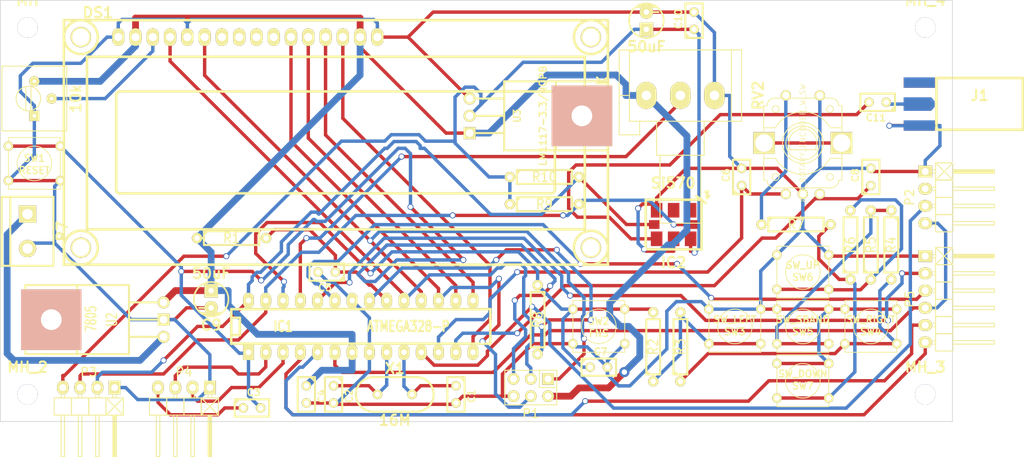
<source format=kicad_pcb>
(kicad_pcb (version 20171130) (host pcbnew "(5.1.12)-1")

  (general
    (thickness 1.6)
    (drawings 6)
    (tracks 636)
    (zones 0)
    (modules 49)
    (nets 49)
  )

  (page A4)
  (layers
    (0 F.Cu signal)
    (31 B.Cu signal)
    (32 B.Adhes user hide)
    (33 F.Adhes user hide)
    (34 B.Paste user hide)
    (35 F.Paste user hide)
    (36 B.SilkS user hide)
    (37 F.SilkS user hide)
    (38 B.Mask user hide)
    (39 F.Mask user hide)
    (40 Dwgs.User user hide)
    (41 Cmts.User user hide)
    (42 Eco1.User user hide)
    (43 Eco2.User user hide)
    (44 Edge.Cuts user)
    (45 Margin user hide)
    (46 B.CrtYd user hide)
    (47 F.CrtYd user hide)
    (48 B.Fab user hide)
    (49 F.Fab user hide)
  )

  (setup
    (last_trace_width 0.5)
    (user_trace_width 0.5)
    (user_trace_width 1)
    (trace_clearance 0.5)
    (zone_clearance 0.508)
    (zone_45_only no)
    (trace_min 0.254)
    (via_size 0.889)
    (via_drill 0.635)
    (via_min_size 0.889)
    (via_min_drill 0.508)
    (user_via 1 0.5)
    (uvia_size 0.508)
    (uvia_drill 0.127)
    (uvias_allowed no)
    (uvia_min_size 0.508)
    (uvia_min_drill 0.127)
    (edge_width 0.1)
    (segment_width 0.2)
    (pcb_text_width 0.3)
    (pcb_text_size 1.5 1.5)
    (mod_edge_width 0.15)
    (mod_text_size 1 1)
    (mod_text_width 0.15)
    (pad_size 1.5 1.5)
    (pad_drill 0.6)
    (pad_to_mask_clearance 0)
    (aux_axis_origin 0 0)
    (visible_elements 7FFFFFFF)
    (pcbplotparams
      (layerselection 0x00030_80000001)
      (usegerberextensions false)
      (usegerberattributes true)
      (usegerberadvancedattributes true)
      (creategerberjobfile true)
      (excludeedgelayer true)
      (linewidth 0.100000)
      (plotframeref false)
      (viasonmask false)
      (mode 1)
      (useauxorigin false)
      (hpglpennumber 1)
      (hpglpenspeed 20)
      (hpglpendiameter 15.000000)
      (psnegative false)
      (psa4output false)
      (plotreference true)
      (plotvalue true)
      (plotinvisibletext false)
      (padsonsilk false)
      (subtractmaskfromsilk false)
      (outputformat 1)
      (mirror false)
      (drillshape 1)
      (scaleselection 1)
      (outputdirectory ""))
  )

  (net 0 "")
  (net 1 "Net-(C1-Pad1)")
  (net 2 GND)
  (net 3 "Net-(C2-Pad1)")
  (net 4 RTS)
  (net 5 "Net-(C3-Pad2)")
  (net 6 VCC)
  (net 7 "Net-(C5-Pad1)")
  (net 8 "Net-(C6-Pad1)")
  (net 9 "Net-(C7-Pad1)")
  (net 10 "Net-(C8-Pad1)")
  (net 11 +3.3V)
  (net 12 "Net-(C11-Pad1)")
  (net 13 "Net-(C11-Pad2)")
  (net 14 "Net-(DS1-Pad3)")
  (net 15 /RS)
  (net 16 /E)
  (net 17 "Net-(DS1-Pad7)")
  (net 18 "Net-(DS1-Pad8)")
  (net 19 "Net-(DS1-Pad9)")
  (net 20 "Net-(DS1-Pad10)")
  (net 21 /D4)
  (net 22 /D5)
  (net 23 /D6)
  (net 24 /D7)
  (net 25 TX)
  (net 26 RX)
  (net 27 USB/LSB)
  (net 28 CWTONE)
  (net 29 TX/RX)
  (net 30 RF386)
  (net 31 "Net-(IC1-Pad21)")
  (net 32 /TUNE)
  (net 33 SDA)
  (net 34 SCL)
  (net 35 "Net-(IC2-Pad1)")
  (net 36 "Net-(IC2-Pad2)")
  (net 37 +12V)
  (net 38 "Net-(R2-Pad1)")
  (net 39 "Net-(R3-Pad1)")
  (net 40 "Net-(R4-Pad1)")
  (net 41 "Net-(R5-Pad1)")
  (net 42 "Net-(R6-Pad1)")
  (net 43 "Net-(R7-Pad1)")
  (net 44 "Net-(ROT_ENC1-Pad7)")
  (net 45 "Net-(U3-Pad4)")
  (net 46 PTT)
  (net 47 KEY)
  (net 48 "Net-(P2-Pad2)")

  (net_class Default "This is the default net class."
    (clearance 0.5)
    (trace_width 0.5)
    (via_dia 0.889)
    (via_drill 0.635)
    (uvia_dia 0.508)
    (uvia_drill 0.127)
    (add_net +3.3V)
    (add_net /D4)
    (add_net /D5)
    (add_net /D6)
    (add_net /D7)
    (add_net /E)
    (add_net /RS)
    (add_net /TUNE)
    (add_net CWTONE)
    (add_net GND)
    (add_net KEY)
    (add_net "Net-(C1-Pad1)")
    (add_net "Net-(C11-Pad1)")
    (add_net "Net-(C11-Pad2)")
    (add_net "Net-(C2-Pad1)")
    (add_net "Net-(C3-Pad2)")
    (add_net "Net-(C5-Pad1)")
    (add_net "Net-(C6-Pad1)")
    (add_net "Net-(C7-Pad1)")
    (add_net "Net-(C8-Pad1)")
    (add_net "Net-(DS1-Pad10)")
    (add_net "Net-(DS1-Pad3)")
    (add_net "Net-(DS1-Pad7)")
    (add_net "Net-(DS1-Pad8)")
    (add_net "Net-(DS1-Pad9)")
    (add_net "Net-(IC1-Pad21)")
    (add_net "Net-(IC2-Pad1)")
    (add_net "Net-(IC2-Pad2)")
    (add_net "Net-(P2-Pad2)")
    (add_net "Net-(R2-Pad1)")
    (add_net "Net-(R3-Pad1)")
    (add_net "Net-(R4-Pad1)")
    (add_net "Net-(R5-Pad1)")
    (add_net "Net-(R6-Pad1)")
    (add_net "Net-(R7-Pad1)")
    (add_net "Net-(ROT_ENC1-Pad7)")
    (add_net "Net-(U3-Pad4)")
    (add_net PTT)
    (add_net RF386)
    (add_net RTS)
    (add_net RX)
    (add_net SCL)
    (add_net SDA)
    (add_net TX)
    (add_net TX/RX)
    (add_net USB/LSB)
  )

  (net_class Power ""
    (clearance 1)
    (trace_width 1)
    (via_dia 1.5)
    (via_drill 0.8)
    (uvia_dia 0.508)
    (uvia_drill 0.127)
    (add_net +12V)
    (add_net VCC)
  )

  (module Discret:C1 (layer F.Cu) (tedit 545C7DAE) (tstamp 545C82A8)
    (at 103 158 270)
    (descr "Condensateur e = 1 pas")
    (tags C)
    (path /5455BC5C)
    (fp_text reference C1 (at 0.254 -2.286 270) (layer F.SilkS)
      (effects (font (size 1.016 1.016) (thickness 0.2032)))
    )
    (fp_text value 22pF (at 0 -2.286 270) (layer F.SilkS) hide
      (effects (font (size 1.016 1.016) (thickness 0.2032)))
    )
    (fp_line (start -2.4892 -1.27) (end 2.54 -1.27) (layer F.SilkS) (width 0.3048))
    (fp_line (start 2.54 -1.27) (end 2.54 1.27) (layer F.SilkS) (width 0.3048))
    (fp_line (start 2.54 1.27) (end -2.54 1.27) (layer F.SilkS) (width 0.3048))
    (fp_line (start -2.54 1.27) (end -2.54 -1.27) (layer F.SilkS) (width 0.3048))
    (fp_line (start -2.54 -0.635) (end -1.905 -1.27) (layer F.SilkS) (width 0.3048))
    (pad 1 thru_hole circle (at -1.27 0 270) (size 1.397 1.397) (drill 0.8128) (layers *.Cu *.Mask F.SilkS)
      (net 1 "Net-(C1-Pad1)"))
    (pad 2 thru_hole circle (at 1.27 0 270) (size 1.397 1.397) (drill 0.8128) (layers *.Cu *.Mask F.SilkS)
      (net 2 GND))
    (model discret/capa_1_pas.wrl
      (at (xyz 0 0 0))
      (scale (xyz 1 1 1))
      (rotate (xyz 0 0 0))
    )
  )

  (module Discret:C1 (layer F.Cu) (tedit 545C7DAE) (tstamp 545C82B3)
    (at 85 158 270)
    (descr "Condensateur e = 1 pas")
    (tags C)
    (path /5455BC99)
    (fp_text reference C2 (at 0.254 -2.286 270) (layer F.SilkS)
      (effects (font (size 1.016 1.016) (thickness 0.2032)))
    )
    (fp_text value 22pF (at 0 -2.286 270) (layer F.SilkS) hide
      (effects (font (size 1.016 1.016) (thickness 0.2032)))
    )
    (fp_line (start -2.4892 -1.27) (end 2.54 -1.27) (layer F.SilkS) (width 0.3048))
    (fp_line (start 2.54 -1.27) (end 2.54 1.27) (layer F.SilkS) (width 0.3048))
    (fp_line (start 2.54 1.27) (end -2.54 1.27) (layer F.SilkS) (width 0.3048))
    (fp_line (start -2.54 1.27) (end -2.54 -1.27) (layer F.SilkS) (width 0.3048))
    (fp_line (start -2.54 -0.635) (end -1.905 -1.27) (layer F.SilkS) (width 0.3048))
    (pad 1 thru_hole circle (at -1.27 0 270) (size 1.397 1.397) (drill 0.8128) (layers *.Cu *.Mask F.SilkS)
      (net 3 "Net-(C2-Pad1)"))
    (pad 2 thru_hole circle (at 1.27 0 270) (size 1.397 1.397) (drill 0.8128) (layers *.Cu *.Mask F.SilkS)
      (net 2 GND))
    (model discret/capa_1_pas.wrl
      (at (xyz 0 0 0))
      (scale (xyz 1 1 1))
      (rotate (xyz 0 0 0))
    )
  )

  (module Discret:C1 (layer F.Cu) (tedit 545C7DAE) (tstamp 545C82BE)
    (at 73 160)
    (descr "Condensateur e = 1 pas")
    (tags C)
    (path /54559F4B)
    (fp_text reference C3 (at 0.254 -2.286) (layer F.SilkS)
      (effects (font (size 1.016 1.016) (thickness 0.2032)))
    )
    (fp_text value 0.1 (at 0 -2.286) (layer F.SilkS) hide
      (effects (font (size 1.016 1.016) (thickness 0.2032)))
    )
    (fp_line (start -2.4892 -1.27) (end 2.54 -1.27) (layer F.SilkS) (width 0.3048))
    (fp_line (start 2.54 -1.27) (end 2.54 1.27) (layer F.SilkS) (width 0.3048))
    (fp_line (start 2.54 1.27) (end -2.54 1.27) (layer F.SilkS) (width 0.3048))
    (fp_line (start -2.54 1.27) (end -2.54 -1.27) (layer F.SilkS) (width 0.3048))
    (fp_line (start -2.54 -0.635) (end -1.905 -1.27) (layer F.SilkS) (width 0.3048))
    (pad 1 thru_hole circle (at -1.27 0) (size 1.397 1.397) (drill 0.8128) (layers *.Cu *.Mask F.SilkS)
      (net 4 RTS))
    (pad 2 thru_hole circle (at 1.27 0) (size 1.397 1.397) (drill 0.8128) (layers *.Cu *.Mask F.SilkS)
      (net 5 "Net-(C3-Pad2)"))
    (model discret/capa_1_pas.wrl
      (at (xyz 0 0 0))
      (scale (xyz 1 1 1))
      (rotate (xyz 0 0 0))
    )
  )

  (module Discret:C1 (layer F.Cu) (tedit 545C7DAE) (tstamp 545C82C9)
    (at 81 158 270)
    (descr "Condensateur e = 1 pas")
    (tags C)
    (path /545A1E7F)
    (fp_text reference C4 (at 0.254 -2.286 270) (layer F.SilkS)
      (effects (font (size 1.016 1.016) (thickness 0.2032)))
    )
    (fp_text value C (at 0 -2.286 270) (layer F.SilkS) hide
      (effects (font (size 1.016 1.016) (thickness 0.2032)))
    )
    (fp_line (start -2.4892 -1.27) (end 2.54 -1.27) (layer F.SilkS) (width 0.3048))
    (fp_line (start 2.54 -1.27) (end 2.54 1.27) (layer F.SilkS) (width 0.3048))
    (fp_line (start 2.54 1.27) (end -2.54 1.27) (layer F.SilkS) (width 0.3048))
    (fp_line (start -2.54 1.27) (end -2.54 -1.27) (layer F.SilkS) (width 0.3048))
    (fp_line (start -2.54 -0.635) (end -1.905 -1.27) (layer F.SilkS) (width 0.3048))
    (pad 1 thru_hole circle (at -1.27 0 270) (size 1.397 1.397) (drill 0.8128) (layers *.Cu *.Mask F.SilkS)
      (net 6 VCC))
    (pad 2 thru_hole circle (at 1.27 0 270) (size 1.397 1.397) (drill 0.8128) (layers *.Cu *.Mask F.SilkS)
      (net 2 GND))
    (model discret/capa_1_pas.wrl
      (at (xyz 0 0 0))
      (scale (xyz 1 1 1))
      (rotate (xyz 0 0 0))
    )
  )

  (module Discret:C1 (layer F.Cu) (tedit 545C7DAE) (tstamp 545C82D4)
    (at 84 140 180)
    (descr "Condensateur e = 1 pas")
    (tags C)
    (path /545A1EE7)
    (fp_text reference C5 (at 0.254 -2.286 180) (layer F.SilkS)
      (effects (font (size 1.016 1.016) (thickness 0.2032)))
    )
    (fp_text value C (at 0 -2.286 180) (layer F.SilkS) hide
      (effects (font (size 1.016 1.016) (thickness 0.2032)))
    )
    (fp_line (start -2.4892 -1.27) (end 2.54 -1.27) (layer F.SilkS) (width 0.3048))
    (fp_line (start 2.54 -1.27) (end 2.54 1.27) (layer F.SilkS) (width 0.3048))
    (fp_line (start 2.54 1.27) (end -2.54 1.27) (layer F.SilkS) (width 0.3048))
    (fp_line (start -2.54 1.27) (end -2.54 -1.27) (layer F.SilkS) (width 0.3048))
    (fp_line (start -2.54 -0.635) (end -1.905 -1.27) (layer F.SilkS) (width 0.3048))
    (pad 1 thru_hole circle (at -1.27 0 180) (size 1.397 1.397) (drill 0.8128) (layers *.Cu *.Mask F.SilkS)
      (net 7 "Net-(C5-Pad1)"))
    (pad 2 thru_hole circle (at 1.27 0 180) (size 1.397 1.397) (drill 0.8128) (layers *.Cu *.Mask F.SilkS)
      (net 2 GND))
    (model discret/capa_1_pas.wrl
      (at (xyz 0 0 0))
      (scale (xyz 1 1 1))
      (rotate (xyz 0 0 0))
    )
  )

  (module Discret:C1 (layer F.Cu) (tedit 545C7DAE) (tstamp 545C82DF)
    (at 145 126 90)
    (descr "Condensateur e = 1 pas")
    (tags C)
    (path /5459F9BC)
    (fp_text reference C6 (at 0.254 -2.286 90) (layer F.SilkS)
      (effects (font (size 1.016 1.016) (thickness 0.2032)))
    )
    (fp_text value 1nF (at 0 -2.286 90) (layer F.SilkS) hide
      (effects (font (size 1.016 1.016) (thickness 0.2032)))
    )
    (fp_line (start -2.4892 -1.27) (end 2.54 -1.27) (layer F.SilkS) (width 0.3048))
    (fp_line (start 2.54 -1.27) (end 2.54 1.27) (layer F.SilkS) (width 0.3048))
    (fp_line (start 2.54 1.27) (end -2.54 1.27) (layer F.SilkS) (width 0.3048))
    (fp_line (start -2.54 1.27) (end -2.54 -1.27) (layer F.SilkS) (width 0.3048))
    (fp_line (start -2.54 -0.635) (end -1.905 -1.27) (layer F.SilkS) (width 0.3048))
    (pad 1 thru_hole circle (at -1.27 0 90) (size 1.397 1.397) (drill 0.8128) (layers *.Cu *.Mask F.SilkS)
      (net 8 "Net-(C6-Pad1)"))
    (pad 2 thru_hole circle (at 1.27 0 90) (size 1.397 1.397) (drill 0.8128) (layers *.Cu *.Mask F.SilkS)
      (net 2 GND))
    (model discret/capa_1_pas.wrl
      (at (xyz 0 0 0))
      (scale (xyz 1 1 1))
      (rotate (xyz 0 0 0))
    )
  )

  (module Discret:C1 (layer F.Cu) (tedit 545C7DAE) (tstamp 545C82EA)
    (at 124 154)
    (descr "Condensateur e = 1 pas")
    (tags C)
    (path /5459D4E2)
    (fp_text reference C7 (at 0.254 -2.286) (layer F.SilkS)
      (effects (font (size 1.016 1.016) (thickness 0.2032)))
    )
    (fp_text value 1nF (at 0 -2.286) (layer F.SilkS) hide
      (effects (font (size 1.016 1.016) (thickness 0.2032)))
    )
    (fp_line (start -2.4892 -1.27) (end 2.54 -1.27) (layer F.SilkS) (width 0.3048))
    (fp_line (start 2.54 -1.27) (end 2.54 1.27) (layer F.SilkS) (width 0.3048))
    (fp_line (start 2.54 1.27) (end -2.54 1.27) (layer F.SilkS) (width 0.3048))
    (fp_line (start -2.54 1.27) (end -2.54 -1.27) (layer F.SilkS) (width 0.3048))
    (fp_line (start -2.54 -0.635) (end -1.905 -1.27) (layer F.SilkS) (width 0.3048))
    (pad 1 thru_hole circle (at -1.27 0) (size 1.397 1.397) (drill 0.8128) (layers *.Cu *.Mask F.SilkS)
      (net 9 "Net-(C7-Pad1)"))
    (pad 2 thru_hole circle (at 1.27 0) (size 1.397 1.397) (drill 0.8128) (layers *.Cu *.Mask F.SilkS)
      (net 2 GND))
    (model discret/capa_1_pas.wrl
      (at (xyz 0 0 0))
      (scale (xyz 1 1 1))
      (rotate (xyz 0 0 0))
    )
  )

  (module Discret:C1 (layer F.Cu) (tedit 545C7DAE) (tstamp 545C82F5)
    (at 164 126 90)
    (descr "Condensateur e = 1 pas")
    (tags C)
    (path /5459FA18)
    (fp_text reference C8 (at 0.254 -2.286 90) (layer F.SilkS)
      (effects (font (size 1.016 1.016) (thickness 0.2032)))
    )
    (fp_text value 1nF (at 0 -2.286 90) (layer F.SilkS) hide
      (effects (font (size 1.016 1.016) (thickness 0.2032)))
    )
    (fp_line (start -2.4892 -1.27) (end 2.54 -1.27) (layer F.SilkS) (width 0.3048))
    (fp_line (start 2.54 -1.27) (end 2.54 1.27) (layer F.SilkS) (width 0.3048))
    (fp_line (start 2.54 1.27) (end -2.54 1.27) (layer F.SilkS) (width 0.3048))
    (fp_line (start -2.54 1.27) (end -2.54 -1.27) (layer F.SilkS) (width 0.3048))
    (fp_line (start -2.54 -0.635) (end -1.905 -1.27) (layer F.SilkS) (width 0.3048))
    (pad 1 thru_hole circle (at -1.27 0 90) (size 1.397 1.397) (drill 0.8128) (layers *.Cu *.Mask F.SilkS)
      (net 10 "Net-(C8-Pad1)"))
    (pad 2 thru_hole circle (at 1.27 0 90) (size 1.397 1.397) (drill 0.8128) (layers *.Cu *.Mask F.SilkS)
      (net 2 GND))
    (model discret/capa_1_pas.wrl
      (at (xyz 0 0 0))
      (scale (xyz 1 1 1))
      (rotate (xyz 0 0 0))
    )
  )

  (module Discret:C1 (layer F.Cu) (tedit 545C7DAE) (tstamp 545C8310)
    (at 138 103 90)
    (descr "Condensateur e = 1 pas")
    (tags C)
    (path /5459E30C)
    (fp_text reference C10 (at 0.254 -2.286 90) (layer F.SilkS)
      (effects (font (size 1.016 1.016) (thickness 0.2032)))
    )
    (fp_text value .1uF (at 0 -2.286 90) (layer F.SilkS) hide
      (effects (font (size 1.016 1.016) (thickness 0.2032)))
    )
    (fp_line (start -2.4892 -1.27) (end 2.54 -1.27) (layer F.SilkS) (width 0.3048))
    (fp_line (start 2.54 -1.27) (end 2.54 1.27) (layer F.SilkS) (width 0.3048))
    (fp_line (start 2.54 1.27) (end -2.54 1.27) (layer F.SilkS) (width 0.3048))
    (fp_line (start -2.54 1.27) (end -2.54 -1.27) (layer F.SilkS) (width 0.3048))
    (fp_line (start -2.54 -0.635) (end -1.905 -1.27) (layer F.SilkS) (width 0.3048))
    (pad 1 thru_hole circle (at -1.27 0 90) (size 1.397 1.397) (drill 0.8128) (layers *.Cu *.Mask F.SilkS)
      (net 11 +3.3V))
    (pad 2 thru_hole circle (at 1.27 0 90) (size 1.397 1.397) (drill 0.8128) (layers *.Cu *.Mask F.SilkS)
      (net 2 GND))
    (model discret/capa_1_pas.wrl
      (at (xyz 0 0 0))
      (scale (xyz 1 1 1))
      (rotate (xyz 0 0 0))
    )
  )

  (module Discret:C1 (layer F.Cu) (tedit 545C7DAE) (tstamp 5460431B)
    (at 165 115 180)
    (descr "Condensateur e = 1 pas")
    (tags C)
    (path /545A32D2)
    (fp_text reference C11 (at 0.254 -2.286 180) (layer F.SilkS)
      (effects (font (size 1.016 1.016) (thickness 0.2032)))
    )
    (fp_text value .1uF (at 0 -2.286 180) (layer F.SilkS) hide
      (effects (font (size 1.016 1.016) (thickness 0.2032)))
    )
    (fp_line (start -2.4892 -1.27) (end 2.54 -1.27) (layer F.SilkS) (width 0.3048))
    (fp_line (start 2.54 -1.27) (end 2.54 1.27) (layer F.SilkS) (width 0.3048))
    (fp_line (start 2.54 1.27) (end -2.54 1.27) (layer F.SilkS) (width 0.3048))
    (fp_line (start -2.54 1.27) (end -2.54 -1.27) (layer F.SilkS) (width 0.3048))
    (fp_line (start -2.54 -0.635) (end -1.905 -1.27) (layer F.SilkS) (width 0.3048))
    (pad 1 thru_hole circle (at -1.27 0 180) (size 1.397 1.397) (drill 0.8128) (layers *.Cu *.Mask F.SilkS)
      (net 12 "Net-(C11-Pad1)"))
    (pad 2 thru_hole circle (at 1.27 0 180) (size 1.397 1.397) (drill 0.8128) (layers *.Cu *.Mask F.SilkS)
      (net 13 "Net-(C11-Pad2)"))
    (model discret/capa_1_pas.wrl
      (at (xyz 0 0 0))
      (scale (xyz 1 1 1))
      (rotate (xyz 0 0 0))
    )
  )

  (module Display:WC1602A (layer F.Cu) (tedit 545C7DAE) (tstamp 545C8357)
    (at 53.34 105.41)
    (descr http://www.kamami.pl/dl/wc1602a0.pdf)
    (tags "LCD 16x2 Alphanumeric 16pin")
    (path /5455760B)
    (fp_text reference DS1 (at -2.99974 -3.59918) (layer F.SilkS)
      (effects (font (size 1.524 1.524) (thickness 0.3048)))
    )
    (fp_text value LCD16X2 (at 31.99892 15.49908) (layer F.SilkS) hide
      (effects (font (size 1.524 1.524) (thickness 0.3048)))
    )
    (fp_circle (center 69.49948 0) (end 71.99884 0) (layer F.SilkS) (width 0.381))
    (fp_circle (center 69.49948 31.0007) (end 71.99884 31.0007) (layer F.SilkS) (width 0.381))
    (fp_circle (center -5.4991 31.0007) (end -8.001 31.0007) (layer F.SilkS) (width 0.381))
    (fp_circle (center -5.4991 0) (end -2.99974 0) (layer F.SilkS) (width 0.381))
    (fp_line (start 0.20066 8.001) (end 63.70066 8.001) (layer F.SilkS) (width 0.381))
    (fp_line (start -0.29972 22.49932) (end -0.29972 8.49884) (layer F.SilkS) (width 0.381))
    (fp_line (start 63.70066 22.9997) (end 0.20066 22.9997) (layer F.SilkS) (width 0.381))
    (fp_line (start 64.20104 8.49884) (end 64.20104 22.49932) (layer F.SilkS) (width 0.381))
    (fp_line (start -4.59994 2.90068) (end 68.60032 2.90068) (layer F.SilkS) (width 0.381))
    (fp_line (start 68.60032 2.90068) (end 68.60032 28.30068) (layer F.SilkS) (width 0.381))
    (fp_line (start 68.60032 28.30068) (end -4.59994 28.30068) (layer F.SilkS) (width 0.381))
    (fp_line (start -4.59994 28.30068) (end -4.59994 2.90068) (layer F.SilkS) (width 0.381))
    (fp_line (start -8.001 -2.49936) (end 71.99884 -2.49936) (layer F.SilkS) (width 0.381))
    (fp_line (start 71.99884 -2.49936) (end 71.99884 33.50006) (layer F.SilkS) (width 0.381))
    (fp_line (start 71.99884 33.50006) (end -8.001 33.50006) (layer F.SilkS) (width 0.381))
    (fp_line (start -8.001 33.50006) (end -8.001 -2.49936) (layer F.SilkS) (width 0.381))
    (fp_arc (start 63.70066 8.49884) (end 63.70066 8.001) (angle 90) (layer F.SilkS) (width 0.381))
    (fp_arc (start 63.70066 22.49932) (end 64.20104 22.49932) (angle 90) (layer F.SilkS) (width 0.381))
    (fp_arc (start 0.20066 22.49932) (end 0.20066 22.9997) (angle 90) (layer F.SilkS) (width 0.381))
    (fp_arc (start 0.20066 8.49884) (end -0.29972 8.49884) (angle 90) (layer F.SilkS) (width 0.381))
    (pad 1 thru_hole oval (at 0 0) (size 1.8 2.6) (drill 1.2) (layers *.Cu *.Mask F.SilkS)
      (net 2 GND))
    (pad 2 thru_hole oval (at 2.54 0) (size 1.8 2.6) (drill 1.2) (layers *.Cu *.Mask F.SilkS)
      (net 6 VCC))
    (pad 3 thru_hole oval (at 5.08 0) (size 1.8 2.6) (drill 1.2) (layers *.Cu *.Mask F.SilkS)
      (net 14 "Net-(DS1-Pad3)"))
    (pad 4 thru_hole oval (at 7.62 0) (size 1.8 2.6) (drill 1.2) (layers *.Cu *.Mask F.SilkS)
      (net 15 /RS))
    (pad 5 thru_hole oval (at 10.16 0) (size 1.8 2.6) (drill 1.2) (layers *.Cu *.Mask F.SilkS)
      (net 2 GND))
    (pad 6 thru_hole oval (at 12.7 0) (size 1.8 2.6) (drill 1.2) (layers *.Cu *.Mask F.SilkS)
      (net 16 /E))
    (pad 7 thru_hole oval (at 15.24 0) (size 1.8 2.6) (drill 1.2) (layers *.Cu *.Mask F.SilkS)
      (net 17 "Net-(DS1-Pad7)"))
    (pad 8 thru_hole oval (at 17.78 0) (size 1.8 2.6) (drill 1.2) (layers *.Cu *.Mask F.SilkS)
      (net 18 "Net-(DS1-Pad8)"))
    (pad 9 thru_hole oval (at 20.32 0) (size 1.8 2.6) (drill 1.2) (layers *.Cu *.Mask F.SilkS)
      (net 19 "Net-(DS1-Pad9)"))
    (pad 10 thru_hole oval (at 22.86 0) (size 1.8 2.6) (drill 1.2) (layers *.Cu *.Mask F.SilkS)
      (net 20 "Net-(DS1-Pad10)"))
    (pad 11 thru_hole oval (at 25.4 0) (size 1.8 2.6) (drill 1.2) (layers *.Cu *.Mask F.SilkS)
      (net 21 /D4))
    (pad 12 thru_hole oval (at 27.94 0) (size 1.8 2.6) (drill 1.2) (layers *.Cu *.Mask F.SilkS)
      (net 22 /D5))
    (pad 13 thru_hole oval (at 30.48 0) (size 1.8 2.6) (drill 1.2) (layers *.Cu *.Mask F.SilkS)
      (net 23 /D6))
    (pad 14 thru_hole oval (at 33.02 0) (size 1.8 2.6) (drill 1.2) (layers *.Cu *.Mask F.SilkS)
      (net 24 /D7))
    (pad 15 thru_hole oval (at 35.56 0) (size 1.8 2.6) (drill 1.2) (layers *.Cu *.Mask F.SilkS)
      (net 6 VCC))
    (pad 16 thru_hole oval (at 38.1 0) (size 1.8 2.6) (drill 1.2) (layers *.Cu *.Mask F.SilkS)
      (net 2 GND))
    (pad 0 thru_hole circle (at -5.4991 0) (size 3 3) (drill 2.5) (layers *.Cu *.Mask F.SilkS))
    (pad 0 thru_hole circle (at -5.4991 31.0007) (size 3 3) (drill 2.5) (layers *.Cu *.Mask F.SilkS))
    (pad 0 thru_hole circle (at 69.49948 31.0007) (size 3 3) (drill 2.5) (layers *.Cu *.Mask F.SilkS))
    (pad 0 thru_hole circle (at 69.49948 0) (size 3 3) (drill 2.5) (layers *.Cu *.Mask F.SilkS))
  )

  (module Sockets_DIP:DIP-28__300_ELL (layer F.Cu) (tedit 545C7DAE) (tstamp 545C837E)
    (at 89 148)
    (descr "28 pins DIL package, elliptical pads, width 300mil")
    (tags DIL)
    (path /545573D8)
    (fp_text reference IC1 (at -11.43 0) (layer F.SilkS)
      (effects (font (size 1.524 1.143) (thickness 0.3048)))
    )
    (fp_text value ATMEGA328-P (at 6.985 0) (layer F.SilkS)
      (effects (font (size 1.524 1.143) (thickness 0.3048)))
    )
    (fp_line (start -19.05 -2.54) (end 19.05 -2.54) (layer F.SilkS) (width 0.381))
    (fp_line (start 19.05 -2.54) (end 19.05 2.54) (layer F.SilkS) (width 0.381))
    (fp_line (start 19.05 2.54) (end -19.05 2.54) (layer F.SilkS) (width 0.381))
    (fp_line (start -19.05 2.54) (end -19.05 -2.54) (layer F.SilkS) (width 0.381))
    (fp_line (start -19.05 -1.27) (end -17.78 -1.27) (layer F.SilkS) (width 0.381))
    (fp_line (start -17.78 -1.27) (end -17.78 1.27) (layer F.SilkS) (width 0.381))
    (fp_line (start -17.78 1.27) (end -19.05 1.27) (layer F.SilkS) (width 0.381))
    (pad 2 thru_hole oval (at -13.97 3.81) (size 1.5748 2.286) (drill 0.8128) (layers *.Cu *.Mask F.SilkS)
      (net 25 TX))
    (pad 3 thru_hole oval (at -11.43 3.81) (size 1.5748 2.286) (drill 0.8128) (layers *.Cu *.Mask F.SilkS)
      (net 26 RX))
    (pad 4 thru_hole oval (at -8.89 3.81) (size 1.5748 2.286) (drill 0.8128) (layers *.Cu *.Mask F.SilkS)
      (net 27 USB/LSB))
    (pad 5 thru_hole oval (at -6.35 3.81) (size 1.5748 2.286) (drill 0.8128) (layers *.Cu *.Mask F.SilkS)
      (net 28 CWTONE))
    (pad 6 thru_hole oval (at -3.81 3.81) (size 1.5748 2.286) (drill 0.8128) (layers *.Cu *.Mask F.SilkS)
      (net 29 TX/RX))
    (pad 7 thru_hole oval (at -1.27 3.81) (size 1.5748 2.286) (drill 0.8128) (layers *.Cu *.Mask F.SilkS)
      (net 6 VCC))
    (pad 8 thru_hole oval (at 1.27 3.81) (size 1.5748 2.286) (drill 0.8128) (layers *.Cu *.Mask F.SilkS)
      (net 2 GND))
    (pad 9 thru_hole oval (at 3.81 3.81) (size 1.5748 2.286) (drill 0.8128) (layers *.Cu *.Mask F.SilkS)
      (net 3 "Net-(C2-Pad1)"))
    (pad 10 thru_hole oval (at 6.35 3.81) (size 1.5748 2.286) (drill 0.8128) (layers *.Cu *.Mask F.SilkS)
      (net 1 "Net-(C1-Pad1)"))
    (pad 11 thru_hole oval (at 8.89 3.81) (size 1.5748 2.286) (drill 0.8128) (layers *.Cu *.Mask F.SilkS)
      (net 30 RF386))
    (pad 12 thru_hole oval (at 11.43 3.81) (size 1.5748 2.286) (drill 0.8128) (layers *.Cu *.Mask F.SilkS)
      (net 8 "Net-(C6-Pad1)"))
    (pad 13 thru_hole oval (at 13.97 3.81) (size 1.5748 2.286) (drill 0.8128) (layers *.Cu *.Mask F.SilkS)
      (net 10 "Net-(C8-Pad1)"))
    (pad 14 thru_hole oval (at 16.51 3.81) (size 1.5748 2.286) (drill 0.8128) (layers *.Cu *.Mask F.SilkS)
      (net 24 /D7))
    (pad 1 thru_hole rect (at -16.51 3.81) (size 1.5748 2.286) (drill 0.8128) (layers *.Cu *.Mask F.SilkS)
      (net 5 "Net-(C3-Pad2)"))
    (pad 15 thru_hole oval (at 16.51 -3.81) (size 1.5748 2.286) (drill 0.8128) (layers *.Cu *.Mask F.SilkS)
      (net 23 /D6))
    (pad 16 thru_hole oval (at 13.97 -3.81) (size 1.5748 2.286) (drill 0.8128) (layers *.Cu *.Mask F.SilkS)
      (net 22 /D5))
    (pad 17 thru_hole oval (at 11.43 -3.81) (size 1.5748 2.286) (drill 0.8128) (layers *.Cu *.Mask F.SilkS)
      (net 21 /D4))
    (pad 18 thru_hole oval (at 8.89 -3.81) (size 1.5748 2.286) (drill 0.8128) (layers *.Cu *.Mask F.SilkS)
      (net 16 /E))
    (pad 19 thru_hole oval (at 6.35 -3.81) (size 1.5748 2.286) (drill 0.8128) (layers *.Cu *.Mask F.SilkS)
      (net 15 /RS))
    (pad 20 thru_hole oval (at 3.81 -3.81) (size 1.5748 2.286) (drill 0.8128) (layers *.Cu *.Mask F.SilkS)
      (net 7 "Net-(C5-Pad1)"))
    (pad 21 thru_hole oval (at 1.27 -3.81) (size 1.5748 2.286) (drill 0.8128) (layers *.Cu *.Mask F.SilkS)
      (net 31 "Net-(IC1-Pad21)"))
    (pad 22 thru_hole oval (at -1.27 -3.81) (size 1.5748 2.286) (drill 0.8128) (layers *.Cu *.Mask F.SilkS)
      (net 2 GND))
    (pad 23 thru_hole oval (at -3.81 -3.81) (size 1.5748 2.286) (drill 0.8128) (layers *.Cu *.Mask F.SilkS)
      (net 46 PTT))
    (pad 24 thru_hole oval (at -6.35 -3.81) (size 1.5748 2.286) (drill 0.8128) (layers *.Cu *.Mask F.SilkS)
      (net 47 KEY))
    (pad 25 thru_hole oval (at -8.89 -3.81) (size 1.5748 2.286) (drill 0.8128) (layers *.Cu *.Mask F.SilkS)
      (net 32 /TUNE))
    (pad 26 thru_hole oval (at -11.43 -3.81) (size 1.5748 2.286) (drill 0.8128) (layers *.Cu *.Mask F.SilkS)
      (net 9 "Net-(C7-Pad1)"))
    (pad 27 thru_hole oval (at -13.97 -3.81) (size 1.5748 2.286) (drill 0.8128) (layers *.Cu *.Mask F.SilkS)
      (net 33 SDA))
    (pad 28 thru_hole oval (at -16.51 -3.81) (size 1.5748 2.286) (drill 0.8128) (layers *.Cu *.Mask F.SilkS)
      (net 34 SCL))
    (model dil/dil_28-w300.wrl
      (at (xyz 0 0 0))
      (scale (xyz 1 1 1))
      (rotate (xyz 0 0 0))
    )
  )

  (module Oscillators:SI570_SI571_Standard (layer F.Cu) (tedit 545C7DAE) (tstamp 546054CC)
    (at 135 133 180)
    (descr "SI570, SI571, Programmable oscillator, Standard,")
    (tags "SI570, SI571, Programmable oscillator, Standard,")
    (path /5459CCA1)
    (attr smd)
    (fp_text reference IC2 (at 0 -5.6007 180) (layer F.SilkS)
      (effects (font (size 1.524 1.524) (thickness 0.3048)))
    )
    (fp_text value Si570 (at 0.0508 6.10108 180) (layer F.SilkS)
      (effects (font (size 1.524 1.524) (thickness 0.3048)))
    )
    (fp_circle (center 0 0) (end 0.35052 0) (layer F.Adhes) (width 0.381))
    (fp_circle (center 0 0) (end 0.14986 0) (layer F.Adhes) (width 0.381))
    (fp_circle (center -1.00076 0) (end -0.55118 0) (layer F.Adhes) (width 0.381))
    (fp_circle (center 1.00076 0) (end 0.55118 0) (layer F.Adhes) (width 0.381))
    (fp_circle (center 1.00076 0) (end 0.8509 0) (layer F.Adhes) (width 0.381))
    (fp_circle (center -1.00076 0) (end -0.8509 0) (layer F.Adhes) (width 0.381))
    (fp_line (start -5.25018 4.24942) (end -4.89966 3.8989) (layer F.SilkS) (width 0.381))
    (fp_line (start -4.89966 3.8989) (end -4.89966 4.84886) (layer F.SilkS) (width 0.381))
    (fp_line (start -4.89966 4.84886) (end -5.04952 4.84886) (layer F.SilkS) (width 0.381))
    (fp_line (start -5.04952 4.84886) (end -4.699 4.8006) (layer F.SilkS) (width 0.381))
    (fp_line (start -4.70154 3.1496) (end -3.35026 4.20116) (layer F.SilkS) (width 0.381))
    (fp_line (start 4.09956 -3.64998) (end -4.09956 -3.64998) (layer F.SilkS) (width 0.381))
    (fp_line (start -4.09956 -3.64998) (end -4.09956 3.64998) (layer F.SilkS) (width 0.381))
    (fp_line (start -4.09956 3.64998) (end 4.09956 3.64998) (layer F.SilkS) (width 0.381))
    (fp_line (start 4.09956 3.64998) (end 4.09956 -3.64998) (layer F.SilkS) (width 0.381))
    (pad 1 smd rect (at -2.49936 2.10058 180) (size 1.69926 2.14884) (layers F.Cu F.Paste F.Mask)
      (net 35 "Net-(IC2-Pad1)"))
    (pad 2 smd rect (at 0 2.10058 180) (size 1.69926 2.14884) (layers F.Cu F.Paste F.Mask)
      (net 36 "Net-(IC2-Pad2)"))
    (pad 3 smd rect (at 2.49936 2.10058 180) (size 1.69926 2.14884) (layers F.Cu F.Paste F.Mask)
      (net 2 GND))
    (pad 4 smd rect (at 2.49936 -2.10058 180) (size 1.69926 2.14884) (layers F.Cu F.Paste F.Mask)
      (net 13 "Net-(C11-Pad2)"))
    (pad 5 smd rect (at 0 -2.10058 180) (size 1.69926 2.14884) (layers F.Cu F.Paste F.Mask)
      (net 2 GND))
    (pad 6 smd rect (at -2.49936 -2.10058 180) (size 1.69926 2.14884) (layers F.Cu F.Paste F.Mask)
      (net 11 +3.3V))
    (pad 7 smd rect (at -2.84988 0 180) (size 1.5494 1.30048) (layers F.Cu F.Paste F.Mask)
      (net 33 SDA))
    (pad 8 smd rect (at 2.84988 0 180) (size 1.5494 1.30048) (layers F.Cu F.Paste F.Mask)
      (net 34 SCL))
  )

  (module Pin_Headers:Pin_Header_Straight_2x03 (layer F.Cu) (tedit 545C7DAE) (tstamp 545C83AB)
    (at 114 157 180)
    (descr "Through hole pin header")
    (tags "pin header")
    (path /54558B9B)
    (fp_text reference P1 (at 0 -3.81 180) (layer F.SilkS)
      (effects (font (size 1.27 1.27) (thickness 0.2032)))
    )
    (fp_text value ICSP (at 0 0 180) (layer F.SilkS) hide
      (effects (font (size 1.27 1.27) (thickness 0.2032)))
    )
    (fp_line (start -3.81 0) (end -1.27 0) (layer F.SilkS) (width 0.15))
    (fp_line (start -1.27 0) (end -1.27 2.54) (layer F.SilkS) (width 0.15))
    (fp_line (start -3.81 2.54) (end 3.81 2.54) (layer F.SilkS) (width 0.15))
    (fp_line (start 3.81 2.54) (end 3.81 -2.54) (layer F.SilkS) (width 0.15))
    (fp_line (start 3.81 -2.54) (end -1.27 -2.54) (layer F.SilkS) (width 0.15))
    (fp_line (start -3.81 2.54) (end -3.81 0) (layer F.SilkS) (width 0.15))
    (fp_line (start -3.81 -2.54) (end -3.81 0) (layer F.SilkS) (width 0.15))
    (fp_line (start -1.27 -2.54) (end -3.81 -2.54) (layer F.SilkS) (width 0.15))
    (pad 1 thru_hole rect (at -2.54 1.27 180) (size 1.7272 1.7272) (drill 1.016) (layers *.Cu *.Mask F.SilkS)
      (net 16 /E))
    (pad 2 thru_hole oval (at -2.54 -1.27 180) (size 1.7272 1.7272) (drill 1.016) (layers *.Cu *.Mask F.SilkS)
      (net 6 VCC))
    (pad 3 thru_hole oval (at 0 1.27 180) (size 1.7272 1.7272) (drill 1.016) (layers *.Cu *.Mask F.SilkS)
      (net 15 /RS))
    (pad 4 thru_hole oval (at 0 -1.27 180) (size 1.7272 1.7272) (drill 1.016) (layers *.Cu *.Mask F.SilkS)
      (net 21 /D4))
    (pad 5 thru_hole oval (at 2.54 1.27 180) (size 1.7272 1.7272) (drill 1.016) (layers *.Cu *.Mask F.SilkS)
      (net 5 "Net-(C3-Pad2)"))
    (pad 6 thru_hole oval (at 2.54 -1.27 180) (size 1.7272 1.7272) (drill 1.016) (layers *.Cu *.Mask F.SilkS)
      (net 2 GND))
    (model Pin_Headers/Pin_Header_Straight_2x03.wrl
      (at (xyz 0 0 0))
      (scale (xyz 1 1 1))
      (rotate (xyz 0 0 0))
    )
  )

  (module Connect:bornier2 (layer F.Cu) (tedit 545C7DAE) (tstamp 545C83F8)
    (at 40 134 270)
    (descr "Bornier d'alimentation 2 pins")
    (tags DEV)
    (path /545A0EEA)
    (fp_text reference P7 (at 0 -5.08 270) (layer F.SilkS)
      (effects (font (size 1.524 1.524) (thickness 0.3048)))
    )
    (fp_text value CONN_01X02 (at 0 5.08 270) (layer F.SilkS)
      (effects (font (size 1.524 1.524) (thickness 0.3048)))
    )
    (fp_line (start 5.08 2.54) (end -5.08 2.54) (layer F.SilkS) (width 0.3048))
    (fp_line (start 5.08 3.81) (end 5.08 -3.81) (layer F.SilkS) (width 0.3048))
    (fp_line (start 5.08 -3.81) (end -5.08 -3.81) (layer F.SilkS) (width 0.3048))
    (fp_line (start -5.08 -3.81) (end -5.08 3.81) (layer F.SilkS) (width 0.3048))
    (fp_line (start -5.08 3.81) (end 5.08 3.81) (layer F.SilkS) (width 0.3048))
    (pad 1 thru_hole rect (at -2.54 0 270) (size 2.54 2.54) (drill 1.524) (layers *.Cu *.Mask F.SilkS)
      (net 37 +12V))
    (pad 2 thru_hole circle (at 2.54 0 270) (size 2.54 2.54) (drill 1.524) (layers *.Cu *.Mask F.SilkS)
      (net 2 GND))
    (model Device/bornier_2.wrl
      (at (xyz 0 0 0))
      (scale (xyz 1 1 1))
      (rotate (xyz 0 0 0))
    )
  )

  (module Discret:R4 (layer F.Cu) (tedit 545C7DAE) (tstamp 5470FB38)
    (at 70 135)
    (descr "Resitance 4 pas")
    (tags R)
    (path /545A167E)
    (autoplace_cost180 10)
    (fp_text reference R1 (at 0 0) (layer F.SilkS)
      (effects (font (size 1.397 1.27) (thickness 0.2032)))
    )
    (fp_text value 100K (at 0 0) (layer F.SilkS) hide
      (effects (font (size 1.397 1.27) (thickness 0.2032)))
    )
    (fp_line (start -5.08 0) (end -4.064 0) (layer F.SilkS) (width 0.3048))
    (fp_line (start -4.064 0) (end -4.064 -1.016) (layer F.SilkS) (width 0.3048))
    (fp_line (start -4.064 -1.016) (end 4.064 -1.016) (layer F.SilkS) (width 0.3048))
    (fp_line (start 4.064 -1.016) (end 4.064 1.016) (layer F.SilkS) (width 0.3048))
    (fp_line (start 4.064 1.016) (end -4.064 1.016) (layer F.SilkS) (width 0.3048))
    (fp_line (start -4.064 1.016) (end -4.064 0) (layer F.SilkS) (width 0.3048))
    (fp_line (start -4.064 -0.508) (end -3.556 -1.016) (layer F.SilkS) (width 0.3048))
    (fp_line (start 5.08 0) (end 4.064 0) (layer F.SilkS) (width 0.3048))
    (pad 1 thru_hole circle (at -5.08 0) (size 1.524 1.524) (drill 0.8128) (layers *.Cu *.Mask F.SilkS)
      (net 6 VCC))
    (pad 2 thru_hole circle (at 5.08 0) (size 1.524 1.524) (drill 0.8128) (layers *.Cu *.Mask F.SilkS)
      (net 7 "Net-(C5-Pad1)"))
    (model discret/resistor.wrl
      (at (xyz 0 0 0))
      (scale (xyz 0.4 0.4 0.4))
      (rotate (xyz 0 0 0))
    )
  )

  (module Discret:R4 (layer F.Cu) (tedit 545C7DAE) (tstamp 545C8414)
    (at 132 151 90)
    (descr "Resitance 4 pas")
    (tags R)
    (path /5459CE28)
    (autoplace_cost180 10)
    (fp_text reference R2 (at 0 0 90) (layer F.SilkS)
      (effects (font (size 1.397 1.27) (thickness 0.2032)))
    )
    (fp_text value 4.7k (at 0 0 90) (layer F.SilkS) hide
      (effects (font (size 1.397 1.27) (thickness 0.2032)))
    )
    (fp_line (start -5.08 0) (end -4.064 0) (layer F.SilkS) (width 0.3048))
    (fp_line (start -4.064 0) (end -4.064 -1.016) (layer F.SilkS) (width 0.3048))
    (fp_line (start -4.064 -1.016) (end 4.064 -1.016) (layer F.SilkS) (width 0.3048))
    (fp_line (start 4.064 -1.016) (end 4.064 1.016) (layer F.SilkS) (width 0.3048))
    (fp_line (start 4.064 1.016) (end -4.064 1.016) (layer F.SilkS) (width 0.3048))
    (fp_line (start -4.064 1.016) (end -4.064 0) (layer F.SilkS) (width 0.3048))
    (fp_line (start -4.064 -0.508) (end -3.556 -1.016) (layer F.SilkS) (width 0.3048))
    (fp_line (start 5.08 0) (end 4.064 0) (layer F.SilkS) (width 0.3048))
    (pad 1 thru_hole circle (at -5.08 0 90) (size 1.524 1.524) (drill 0.8128) (layers *.Cu *.Mask F.SilkS)
      (net 38 "Net-(R2-Pad1)"))
    (pad 2 thru_hole circle (at 5.08 0 90) (size 1.524 1.524) (drill 0.8128) (layers *.Cu *.Mask F.SilkS)
      (net 9 "Net-(C7-Pad1)"))
    (model discret/resistor.wrl
      (at (xyz 0 0 0))
      (scale (xyz 0.4 0.4 0.4))
      (rotate (xyz 0 0 0))
    )
  )

  (module Discret:R4 (layer F.Cu) (tedit 545C7DAE) (tstamp 545C8422)
    (at 136 151 90)
    (descr "Resitance 4 pas")
    (tags R)
    (path /545C6C95)
    (autoplace_cost180 10)
    (fp_text reference R3 (at 0 0 90) (layer F.SilkS)
      (effects (font (size 1.397 1.27) (thickness 0.2032)))
    )
    (fp_text value 4.7k (at 0 0 90) (layer F.SilkS) hide
      (effects (font (size 1.397 1.27) (thickness 0.2032)))
    )
    (fp_line (start -5.08 0) (end -4.064 0) (layer F.SilkS) (width 0.3048))
    (fp_line (start -4.064 0) (end -4.064 -1.016) (layer F.SilkS) (width 0.3048))
    (fp_line (start -4.064 -1.016) (end 4.064 -1.016) (layer F.SilkS) (width 0.3048))
    (fp_line (start 4.064 -1.016) (end 4.064 1.016) (layer F.SilkS) (width 0.3048))
    (fp_line (start 4.064 1.016) (end -4.064 1.016) (layer F.SilkS) (width 0.3048))
    (fp_line (start -4.064 1.016) (end -4.064 0) (layer F.SilkS) (width 0.3048))
    (fp_line (start -4.064 -0.508) (end -3.556 -1.016) (layer F.SilkS) (width 0.3048))
    (fp_line (start 5.08 0) (end 4.064 0) (layer F.SilkS) (width 0.3048))
    (pad 1 thru_hole circle (at -5.08 0 90) (size 1.524 1.524) (drill 0.8128) (layers *.Cu *.Mask F.SilkS)
      (net 39 "Net-(R3-Pad1)"))
    (pad 2 thru_hole circle (at 5.08 0 90) (size 1.524 1.524) (drill 0.8128) (layers *.Cu *.Mask F.SilkS)
      (net 38 "Net-(R2-Pad1)"))
    (model discret/resistor.wrl
      (at (xyz 0 0 0))
      (scale (xyz 0.4 0.4 0.4))
      (rotate (xyz 0 0 0))
    )
  )

  (module Discret:R4 (layer F.Cu) (tedit 545C7DAE) (tstamp 545C8430)
    (at 167 136 270)
    (descr "Resitance 4 pas")
    (tags R)
    (path /5459D6D5)
    (autoplace_cost180 10)
    (fp_text reference R4 (at 0 0 270) (layer F.SilkS)
      (effects (font (size 1.397 1.27) (thickness 0.2032)))
    )
    (fp_text value 4.7k (at 0 0 270) (layer F.SilkS) hide
      (effects (font (size 1.397 1.27) (thickness 0.2032)))
    )
    (fp_line (start -5.08 0) (end -4.064 0) (layer F.SilkS) (width 0.3048))
    (fp_line (start -4.064 0) (end -4.064 -1.016) (layer F.SilkS) (width 0.3048))
    (fp_line (start -4.064 -1.016) (end 4.064 -1.016) (layer F.SilkS) (width 0.3048))
    (fp_line (start 4.064 -1.016) (end 4.064 1.016) (layer F.SilkS) (width 0.3048))
    (fp_line (start 4.064 1.016) (end -4.064 1.016) (layer F.SilkS) (width 0.3048))
    (fp_line (start -4.064 1.016) (end -4.064 0) (layer F.SilkS) (width 0.3048))
    (fp_line (start -4.064 -0.508) (end -3.556 -1.016) (layer F.SilkS) (width 0.3048))
    (fp_line (start 5.08 0) (end 4.064 0) (layer F.SilkS) (width 0.3048))
    (pad 1 thru_hole circle (at -5.08 0 270) (size 1.524 1.524) (drill 0.8128) (layers *.Cu *.Mask F.SilkS)
      (net 40 "Net-(R4-Pad1)"))
    (pad 2 thru_hole circle (at 5.08 0 270) (size 1.524 1.524) (drill 0.8128) (layers *.Cu *.Mask F.SilkS)
      (net 39 "Net-(R3-Pad1)"))
    (model discret/resistor.wrl
      (at (xyz 0 0 0))
      (scale (xyz 0.4 0.4 0.4))
      (rotate (xyz 0 0 0))
    )
  )

  (module Discret:R4 (layer F.Cu) (tedit 545C7DAE) (tstamp 545C843E)
    (at 164 136 90)
    (descr "Resitance 4 pas")
    (tags R)
    (path /5459D759)
    (autoplace_cost180 10)
    (fp_text reference R5 (at 0 0 90) (layer F.SilkS)
      (effects (font (size 1.397 1.27) (thickness 0.2032)))
    )
    (fp_text value 4.7k (at 0 0 90) (layer F.SilkS) hide
      (effects (font (size 1.397 1.27) (thickness 0.2032)))
    )
    (fp_line (start -5.08 0) (end -4.064 0) (layer F.SilkS) (width 0.3048))
    (fp_line (start -4.064 0) (end -4.064 -1.016) (layer F.SilkS) (width 0.3048))
    (fp_line (start -4.064 -1.016) (end 4.064 -1.016) (layer F.SilkS) (width 0.3048))
    (fp_line (start 4.064 -1.016) (end 4.064 1.016) (layer F.SilkS) (width 0.3048))
    (fp_line (start 4.064 1.016) (end -4.064 1.016) (layer F.SilkS) (width 0.3048))
    (fp_line (start -4.064 1.016) (end -4.064 0) (layer F.SilkS) (width 0.3048))
    (fp_line (start -4.064 -0.508) (end -3.556 -1.016) (layer F.SilkS) (width 0.3048))
    (fp_line (start 5.08 0) (end 4.064 0) (layer F.SilkS) (width 0.3048))
    (pad 1 thru_hole circle (at -5.08 0 90) (size 1.524 1.524) (drill 0.8128) (layers *.Cu *.Mask F.SilkS)
      (net 41 "Net-(R5-Pad1)"))
    (pad 2 thru_hole circle (at 5.08 0 90) (size 1.524 1.524) (drill 0.8128) (layers *.Cu *.Mask F.SilkS)
      (net 40 "Net-(R4-Pad1)"))
    (model discret/resistor.wrl
      (at (xyz 0 0 0))
      (scale (xyz 0.4 0.4 0.4))
      (rotate (xyz 0 0 0))
    )
  )

  (module Discret:R4 (layer F.Cu) (tedit 545C7DAE) (tstamp 545C844C)
    (at 161 136 90)
    (descr "Resitance 4 pas")
    (tags R)
    (path /5459D7C9)
    (autoplace_cost180 10)
    (fp_text reference R6 (at 0 0 90) (layer F.SilkS)
      (effects (font (size 1.397 1.27) (thickness 0.2032)))
    )
    (fp_text value 4.7k (at 0 0 90) (layer F.SilkS) hide
      (effects (font (size 1.397 1.27) (thickness 0.2032)))
    )
    (fp_line (start -5.08 0) (end -4.064 0) (layer F.SilkS) (width 0.3048))
    (fp_line (start -4.064 0) (end -4.064 -1.016) (layer F.SilkS) (width 0.3048))
    (fp_line (start -4.064 -1.016) (end 4.064 -1.016) (layer F.SilkS) (width 0.3048))
    (fp_line (start 4.064 -1.016) (end 4.064 1.016) (layer F.SilkS) (width 0.3048))
    (fp_line (start 4.064 1.016) (end -4.064 1.016) (layer F.SilkS) (width 0.3048))
    (fp_line (start -4.064 1.016) (end -4.064 0) (layer F.SilkS) (width 0.3048))
    (fp_line (start -4.064 -0.508) (end -3.556 -1.016) (layer F.SilkS) (width 0.3048))
    (fp_line (start 5.08 0) (end 4.064 0) (layer F.SilkS) (width 0.3048))
    (pad 1 thru_hole circle (at -5.08 0 90) (size 1.524 1.524) (drill 0.8128) (layers *.Cu *.Mask F.SilkS)
      (net 42 "Net-(R6-Pad1)"))
    (pad 2 thru_hole circle (at 5.08 0 90) (size 1.524 1.524) (drill 0.8128) (layers *.Cu *.Mask F.SilkS)
      (net 41 "Net-(R5-Pad1)"))
    (model discret/resistor.wrl
      (at (xyz 0 0 0))
      (scale (xyz 0.4 0.4 0.4))
      (rotate (xyz 0 0 0))
    )
  )

  (module Discret:R4 (layer F.Cu) (tedit 545C7DAE) (tstamp 545C845A)
    (at 153 133)
    (descr "Resitance 4 pas")
    (tags R)
    (path /5459D8D5)
    (autoplace_cost180 10)
    (fp_text reference R7 (at 0 0) (layer F.SilkS)
      (effects (font (size 1.397 1.27) (thickness 0.2032)))
    )
    (fp_text value 4.7k (at 0 0) (layer F.SilkS) hide
      (effects (font (size 1.397 1.27) (thickness 0.2032)))
    )
    (fp_line (start -5.08 0) (end -4.064 0) (layer F.SilkS) (width 0.3048))
    (fp_line (start -4.064 0) (end -4.064 -1.016) (layer F.SilkS) (width 0.3048))
    (fp_line (start -4.064 -1.016) (end 4.064 -1.016) (layer F.SilkS) (width 0.3048))
    (fp_line (start 4.064 -1.016) (end 4.064 1.016) (layer F.SilkS) (width 0.3048))
    (fp_line (start 4.064 1.016) (end -4.064 1.016) (layer F.SilkS) (width 0.3048))
    (fp_line (start -4.064 1.016) (end -4.064 0) (layer F.SilkS) (width 0.3048))
    (fp_line (start -4.064 -0.508) (end -3.556 -1.016) (layer F.SilkS) (width 0.3048))
    (fp_line (start 5.08 0) (end 4.064 0) (layer F.SilkS) (width 0.3048))
    (pad 1 thru_hole circle (at -5.08 0) (size 1.524 1.524) (drill 0.8128) (layers *.Cu *.Mask F.SilkS)
      (net 43 "Net-(R7-Pad1)"))
    (pad 2 thru_hole circle (at 5.08 0) (size 1.524 1.524) (drill 0.8128) (layers *.Cu *.Mask F.SilkS)
      (net 42 "Net-(R6-Pad1)"))
    (model discret/resistor.wrl
      (at (xyz 0 0 0))
      (scale (xyz 0.4 0.4 0.4))
      (rotate (xyz 0 0 0))
    )
  )

  (module Discret:R4 (layer F.Cu) (tedit 545C7DAE) (tstamp 545C8468)
    (at 115 147 270)
    (descr "Resitance 4 pas")
    (tags R)
    (path /545C739A)
    (autoplace_cost180 10)
    (fp_text reference R8 (at 0 0 270) (layer F.SilkS)
      (effects (font (size 1.397 1.27) (thickness 0.2032)))
    )
    (fp_text value 47k (at 0 0 270) (layer F.SilkS) hide
      (effects (font (size 1.397 1.27) (thickness 0.2032)))
    )
    (fp_line (start -5.08 0) (end -4.064 0) (layer F.SilkS) (width 0.3048))
    (fp_line (start -4.064 0) (end -4.064 -1.016) (layer F.SilkS) (width 0.3048))
    (fp_line (start -4.064 -1.016) (end 4.064 -1.016) (layer F.SilkS) (width 0.3048))
    (fp_line (start 4.064 -1.016) (end 4.064 1.016) (layer F.SilkS) (width 0.3048))
    (fp_line (start 4.064 1.016) (end -4.064 1.016) (layer F.SilkS) (width 0.3048))
    (fp_line (start -4.064 1.016) (end -4.064 0) (layer F.SilkS) (width 0.3048))
    (fp_line (start -4.064 -0.508) (end -3.556 -1.016) (layer F.SilkS) (width 0.3048))
    (fp_line (start 5.08 0) (end 4.064 0) (layer F.SilkS) (width 0.3048))
    (pad 1 thru_hole circle (at -5.08 0 270) (size 1.524 1.524) (drill 0.8128) (layers *.Cu *.Mask F.SilkS)
      (net 9 "Net-(C7-Pad1)"))
    (pad 2 thru_hole circle (at 5.08 0 270) (size 1.524 1.524) (drill 0.8128) (layers *.Cu *.Mask F.SilkS)
      (net 31 "Net-(IC1-Pad21)"))
    (model discret/resistor.wrl
      (at (xyz 0 0 0))
      (scale (xyz 0.4 0.4 0.4))
      (rotate (xyz 0 0 0))
    )
  )

  (module Discret:R4 (layer F.Cu) (tedit 545C7DAE) (tstamp 545C8476)
    (at 116 130)
    (descr "Resitance 4 pas")
    (tags R)
    (path /5459F32F)
    (autoplace_cost180 10)
    (fp_text reference R9 (at 0 0) (layer F.SilkS)
      (effects (font (size 1.397 1.27) (thickness 0.2032)))
    )
    (fp_text value 4.7K (at 0 0) (layer F.SilkS) hide
      (effects (font (size 1.397 1.27) (thickness 0.2032)))
    )
    (fp_line (start -5.08 0) (end -4.064 0) (layer F.SilkS) (width 0.3048))
    (fp_line (start -4.064 0) (end -4.064 -1.016) (layer F.SilkS) (width 0.3048))
    (fp_line (start -4.064 -1.016) (end 4.064 -1.016) (layer F.SilkS) (width 0.3048))
    (fp_line (start 4.064 -1.016) (end 4.064 1.016) (layer F.SilkS) (width 0.3048))
    (fp_line (start 4.064 1.016) (end -4.064 1.016) (layer F.SilkS) (width 0.3048))
    (fp_line (start -4.064 1.016) (end -4.064 0) (layer F.SilkS) (width 0.3048))
    (fp_line (start -4.064 -0.508) (end -3.556 -1.016) (layer F.SilkS) (width 0.3048))
    (fp_line (start 5.08 0) (end 4.064 0) (layer F.SilkS) (width 0.3048))
    (pad 1 thru_hole circle (at -5.08 0) (size 1.524 1.524) (drill 0.8128) (layers *.Cu *.Mask F.SilkS)
      (net 11 +3.3V))
    (pad 2 thru_hole circle (at 5.08 0) (size 1.524 1.524) (drill 0.8128) (layers *.Cu *.Mask F.SilkS)
      (net 33 SDA))
    (model discret/resistor.wrl
      (at (xyz 0 0 0))
      (scale (xyz 0.4 0.4 0.4))
      (rotate (xyz 0 0 0))
    )
  )

  (module Discret:R4 (layer F.Cu) (tedit 545C7DAE) (tstamp 545C8484)
    (at 116 126)
    (descr "Resitance 4 pas")
    (tags R)
    (path /5459F45C)
    (autoplace_cost180 10)
    (fp_text reference R10 (at 0 0) (layer F.SilkS)
      (effects (font (size 1.397 1.27) (thickness 0.2032)))
    )
    (fp_text value 4.7K (at 0 0) (layer F.SilkS) hide
      (effects (font (size 1.397 1.27) (thickness 0.2032)))
    )
    (fp_line (start -5.08 0) (end -4.064 0) (layer F.SilkS) (width 0.3048))
    (fp_line (start -4.064 0) (end -4.064 -1.016) (layer F.SilkS) (width 0.3048))
    (fp_line (start -4.064 -1.016) (end 4.064 -1.016) (layer F.SilkS) (width 0.3048))
    (fp_line (start 4.064 -1.016) (end 4.064 1.016) (layer F.SilkS) (width 0.3048))
    (fp_line (start 4.064 1.016) (end -4.064 1.016) (layer F.SilkS) (width 0.3048))
    (fp_line (start -4.064 1.016) (end -4.064 0) (layer F.SilkS) (width 0.3048))
    (fp_line (start -4.064 -0.508) (end -3.556 -1.016) (layer F.SilkS) (width 0.3048))
    (fp_line (start 5.08 0) (end 4.064 0) (layer F.SilkS) (width 0.3048))
    (pad 1 thru_hole circle (at -5.08 0) (size 1.524 1.524) (drill 0.8128) (layers *.Cu *.Mask F.SilkS)
      (net 11 +3.3V))
    (pad 2 thru_hole circle (at 5.08 0) (size 1.524 1.524) (drill 0.8128) (layers *.Cu *.Mask F.SilkS)
      (net 34 SCL))
    (model discret/resistor.wrl
      (at (xyz 0 0 0))
      (scale (xyz 0.4 0.4 0.4))
      (rotate (xyz 0 0 0))
    )
  )

  (module Potentiometers:Potentiometer_Trimmer-Suntan-TSR-3386P (layer F.Cu) (tedit 53F6A994) (tstamp 545C8492)
    (at 41 117 90)
    (path /5455777A)
    (fp_text reference RV1 (at 2.54 -5.842 90) (layer F.SilkS)
      (effects (font (size 1.524 1.524) (thickness 0.3048)))
    )
    (fp_text value 10k (at 2.54 6.096 90) (layer F.SilkS)
      (effects (font (size 1.524 1.524) (thickness 0.3048)))
    )
    (fp_line (start 0.84 -1.255) (end 4.24 -1.255) (layer F.SilkS) (width 0.15))
    (fp_line (start 0.84 -0.495) (end 4.24 -0.495) (layer F.SilkS) (width 0.15))
    (fp_line (start -2.225 -4.765) (end 7.305 -4.765) (layer F.SilkS) (width 0.15))
    (fp_line (start 7.305 -4.765) (end 7.305 4.765) (layer F.SilkS) (width 0.15))
    (fp_line (start 7.305 4.765) (end -2.225 4.765) (layer F.SilkS) (width 0.15))
    (fp_line (start -2.225 4.765) (end -2.225 -4.765) (layer F.SilkS) (width 0.15))
    (fp_circle (center 2.54 -0.875) (end 4.115 0) (layer F.SilkS) (width 0.15))
    (pad 3 thru_hole circle (at 5.08 0 90) (size 1.51 1.51) (drill 0.51) (layers *.Cu *.Mask F.SilkS)
      (net 6 VCC))
    (pad 1 thru_hole rect (at 0 0 90) (size 1.51 1.51) (drill 0.51) (layers *.Cu *.Mask F.SilkS)
      (net 2 GND))
    (pad 2 thru_hole circle (at 2.54 2.54 90) (size 1.51 1.51) (drill 0.51) (layers *.Cu *.Mask F.SilkS)
      (net 14 "Net-(DS1-Pad3)"))
  )

  (module ab2_input_devices:AB2_ROTARY_ENCODER_W_SWITCH (layer F.Cu) (tedit 52DB6591) (tstamp 545DD79A)
    (at 154 121)
    (path /5459B7BA)
    (fp_text reference ROT_ENC1 (at 0 -8.89) (layer F.SilkS) hide
      (effects (font (size 0.8128 0.8128) (thickness 0.0762)))
    )
    (fp_text value AB2_ROTARY_ENCODER_W_SW (at 0 0 90) (layer F.SilkS)
      (effects (font (size 0.8128 0.8128) (thickness 0.0762)))
    )
    (fp_line (start 5.75 -2.25) (end 4 -2.25) (layer F.SilkS) (width 0.127))
    (fp_line (start -5.75 -2.25) (end -4 -2.25) (layer F.SilkS) (width 0.127))
    (fp_line (start 5.75 2.25) (end 4 2.25) (layer F.SilkS) (width 0.127))
    (fp_line (start -5.75 2.25) (end -4 2.25) (layer F.SilkS) (width 0.127))
    (fp_line (start 5.75 -5.5) (end 5.25 -5.5) (layer F.SilkS) (width 0.127))
    (fp_line (start -5.75 -5.5) (end -5.25 -5.5) (layer F.SilkS) (width 0.127))
    (fp_line (start -5.75 5.5) (end -5.25 5.5) (layer F.SilkS) (width 0.127))
    (fp_line (start 5.75 5.5) (end 5.25 5.5) (layer F.SilkS) (width 0.127))
    (fp_line (start -4.15 6.6) (end 4.15 6.6) (layer F.SilkS) (width 0.127))
    (fp_line (start -4.15 -6.6) (end 4.15 -6.6) (layer F.SilkS) (width 0.127))
    (fp_line (start 5.75 -5.5) (end 5.75 5.5) (layer F.SilkS) (width 0.127))
    (fp_line (start -5.75 -5.5) (end -5.75 5.5) (layer F.SilkS) (width 0.127))
    (fp_line (start -2.3 1) (end 2.3 1) (layer F.SilkS) (width 0.127))
    (fp_circle (center 4 5) (end 4 4.5) (layer F.SilkS) (width 0.127))
    (fp_circle (center -4 5) (end -4 4.5) (layer F.SilkS) (width 0.127))
    (fp_circle (center 4 -5) (end 4 -5.5) (layer F.SilkS) (width 0.127))
    (fp_circle (center -4 -5) (end -4 -5.5) (layer F.SilkS) (width 0.127))
    (fp_circle (center 0 0) (end 0 -3) (layer F.SilkS) (width 0.127))
    (fp_circle (center 0 0) (end 0 -2.5) (layer F.SilkS) (width 0.127))
    (fp_arc (start 0 0) (end 0 4.6) (angle 60) (layer F.SilkS) (width 0.127))
    (fp_arc (start 0 0) (end 0 4.6) (angle -60) (layer F.SilkS) (width 0.127))
    (fp_arc (start 0 0) (end 0 -4.6) (angle 60) (layer F.SilkS) (width 0.127))
    (fp_arc (start 0 0) (end 0 -4.6) (angle -60) (layer F.SilkS) (width 0.127))
    (fp_arc (start 4.15 5.5) (end 5.25 5.5) (angle 90) (layer F.SilkS) (width 0.127))
    (fp_arc (start -4.15 5.5) (end -4.15 6.6) (angle 90) (layer F.SilkS) (width 0.127))
    (fp_arc (start -4.15 -5.5) (end -5.25 -5.5) (angle 90) (layer F.SilkS) (width 0.127))
    (fp_arc (start 4.15 -5.5) (end 4.15 -6.6) (angle 90) (layer F.SilkS) (width 0.127))
    (fp_arc (start 0 0) (end 1.8 1) (angle -120) (layer F.SilkS) (width 0.127))
    (fp_arc (start 0 0) (end -1.8 1) (angle 120) (layer F.SilkS) (width 0.127))
    (pad 1 thru_hole circle (at -2.5 7.5) (size 1.524 1.524) (drill 1.016) (layers *.Cu *.Mask F.SilkS)
      (net 8 "Net-(C6-Pad1)"))
    (pad 2 thru_hole circle (at 0 7.5) (size 1.524 1.524) (drill 1.016) (layers *.Cu *.Mask F.SilkS)
      (net 2 GND))
    (pad 3 thru_hole circle (at 2.5 7.5) (size 1.524 1.524) (drill 1.016) (layers *.Cu *.Mask F.SilkS)
      (net 10 "Net-(C8-Pad1)"))
    (pad 4 thru_hole circle (at 2.5 -7) (size 1.524 1.524) (drill 1.016) (layers *.Cu *.Mask F.SilkS)
      (net 2 GND))
    (pad 6 thru_hole circle (at -2.5 -7) (size 1.524 1.524) (drill 1.016) (layers *.Cu *.Mask F.SilkS)
      (net 43 "Net-(R7-Pad1)"))
    (pad 7 thru_hole rect (at -5.7 0) (size 3.2 3.2) (drill 2.6) (layers *.Cu *.Mask F.SilkS)
      (net 44 "Net-(ROT_ENC1-Pad7)"))
    (pad 7 thru_hole rect (at 5.7 0) (size 3.2 3.2) (drill 2.6) (layers *.Cu *.Mask F.SilkS)
      (net 44 "Net-(ROT_ENC1-Pad7)"))
    (model ab2_input_devices/AB2_ROT_ENC_W_SW.x3d
      (at (xyz 0 0 0))
      (scale (xyz 0.01573 0.01573 0.01573))
      (rotate (xyz 0 0 180))
    )
  )

  (module Discret:HC-49V (layer F.Cu) (tedit 545DD50D) (tstamp 545DD823)
    (at 94 158)
    (descr "Quartz boitier HC-49 Vertical")
    (tags "QUARTZ DEV")
    (path /5455B9A3)
    (autoplace_cost180 10)
    (fp_text reference X1 (at 0 -3.81) (layer F.SilkS)
      (effects (font (size 1.524 1.524) (thickness 0.3048)))
    )
    (fp_text value 16M (at 0 3.81) (layer F.SilkS)
      (effects (font (size 1.524 1.524) (thickness 0.3048)))
    )
    (fp_line (start -3.175 2.54) (end 3.175 2.54) (layer F.SilkS) (width 0.3175))
    (fp_line (start -3.175 -2.54) (end 3.175 -2.54) (layer F.SilkS) (width 0.3175))
    (fp_arc (start 3.175 0) (end 3.175 -2.54) (angle 90) (layer F.SilkS) (width 0.3175))
    (fp_arc (start 3.175 0) (end 5.715 0) (angle 90) (layer F.SilkS) (width 0.3175))
    (fp_arc (start -3.175 0) (end -5.715 0) (angle 90) (layer F.SilkS) (width 0.3175))
    (fp_arc (start -3.175 0) (end -3.175 2.54) (angle 90) (layer F.SilkS) (width 0.3175))
    (pad 1 thru_hole circle (at -2.54 0) (size 1.4224 1.4224) (drill 0.762) (layers *.Cu *.Mask F.SilkS)
      (net 3 "Net-(C2-Pad1)"))
    (pad 2 thru_hole circle (at 2.54 0) (size 1.4224 1.4224) (drill 0.762) (layers *.Cu *.Mask F.SilkS)
      (net 1 "Net-(C1-Pad1)"))
    (model discret/xtal/crystal_hc18u_vertical.wrl
      (at (xyz 0 0 0))
      (scale (xyz 1 1 0.2))
      (rotate (xyz 0 0 0))
    )
  )

  (module Capacitors_ThroughHole:Capacitor5x6RM2.5 (layer F.Cu) (tedit 545DD647) (tstamp 545DD72E)
    (at 67 144 180)
    (descr "Capacitor, pol, cyl 5x6mm")
    (path /545A083F)
    (fp_text reference C9 (at 0 -3.81 180) (layer F.SilkS)
      (effects (font (size 1.524 1.524) (thickness 0.3048)))
    )
    (fp_text value 50uF (at 0 3.81 180) (layer F.SilkS)
      (effects (font (size 1.524 1.524) (thickness 0.3048)))
    )
    (fp_line (start 0.889 -1.27) (end 1.778 -1.27) (layer F.SilkS) (width 0.254))
    (fp_line (start 1.016 -2.286) (end -1.016 -2.286) (layer F.SilkS) (width 0.254))
    (fp_line (start -1.016 -2.286) (end -1.016 -2.159) (layer F.SilkS) (width 0.254))
    (fp_line (start -1.016 -2.159) (end 1.016 -2.159) (layer F.SilkS) (width 0.254))
    (fp_line (start -1.524 -2.032) (end 1.524 -2.032) (layer F.SilkS) (width 0.254))
    (fp_circle (center 0 0) (end -2.54 0) (layer F.SilkS) (width 0.254))
    (pad 1 thru_hole rect (at 0 1.27 180) (size 1.99898 1.99898) (drill 0.8001) (layers *.Cu *.Mask F.SilkS)
      (net 6 VCC))
    (pad 2 thru_hole circle (at 0 -1.27 180) (size 1.99898 1.99898) (drill 0.8001) (layers *.Cu *.Mask F.SilkS)
      (net 2 GND))
    (model discret/Capacitor/cp_5x6mm.wrl
      (at (xyz 0 0 0))
      (scale (xyz 1 1 1))
      (rotate (xyz 0 0 0))
    )
  )

  (module Capacitors_ThroughHole:Capacitor5x6RM2.5 (layer F.Cu) (tedit 545DD647) (tstamp 545DD739)
    (at 131 103)
    (descr "Capacitor, pol, cyl 5x6mm")
    (path /5459D955)
    (fp_text reference C12 (at 0 -3.81) (layer F.SilkS)
      (effects (font (size 1.524 1.524) (thickness 0.3048)))
    )
    (fp_text value 50uF (at 0 3.81) (layer F.SilkS)
      (effects (font (size 1.524 1.524) (thickness 0.3048)))
    )
    (fp_line (start 0.889 -1.27) (end 1.778 -1.27) (layer F.SilkS) (width 0.254))
    (fp_line (start 1.016 -2.286) (end -1.016 -2.286) (layer F.SilkS) (width 0.254))
    (fp_line (start -1.016 -2.286) (end -1.016 -2.159) (layer F.SilkS) (width 0.254))
    (fp_line (start -1.016 -2.159) (end 1.016 -2.159) (layer F.SilkS) (width 0.254))
    (fp_line (start -1.524 -2.032) (end 1.524 -2.032) (layer F.SilkS) (width 0.254))
    (fp_circle (center 0 0) (end -2.54 0) (layer F.SilkS) (width 0.254))
    (pad 1 thru_hole rect (at 0 1.27) (size 1.99898 1.99898) (drill 0.8001) (layers *.Cu *.Mask F.SilkS)
      (net 11 +3.3V))
    (pad 2 thru_hole circle (at 0 -1.27) (size 1.99898 1.99898) (drill 0.8001) (layers *.Cu *.Mask F.SilkS)
      (net 2 GND))
    (model discret/Capacitor/cp_5x6mm.wrl
      (at (xyz 0 0 0))
      (scale (xyz 1 1 1))
      (rotate (xyz 0 0 0))
    )
  )

  (module Discret:LM78XX (layer F.Cu) (tedit 545DD646) (tstamp 545DD744)
    (at 60 147 180)
    (descr "Regulateur TO220 serie LM78xx")
    (tags "TR TO220")
    (path /545A0534)
    (fp_text reference U2 (at 7.62 0 270) (layer F.SilkS)
      (effects (font (size 1.524 1.016) (thickness 0.2032)))
    )
    (fp_text value 7805 (at 10.668 0.127 270) (layer F.SilkS)
      (effects (font (size 1.524 1.016) (thickness 0.2032)))
    )
    (fp_line (start 0 -2.54) (end 5.08 -2.54) (layer F.SilkS) (width 0.3048))
    (fp_line (start 0 0) (end 5.08 0) (layer F.SilkS) (width 0.3048))
    (fp_line (start 0 2.54) (end 5.08 2.54) (layer F.SilkS) (width 0.3048))
    (fp_line (start 5.08 -3.81) (end 5.08 5.08) (layer F.SilkS) (width 0.3048))
    (fp_line (start 5.08 5.08) (end 20.32 5.08) (layer F.SilkS) (width 0.3048))
    (fp_line (start 20.32 5.08) (end 20.32 -5.08) (layer F.SilkS) (width 0.3048))
    (fp_line (start 5.08 -3.81) (end 5.08 -5.08) (layer F.SilkS) (width 0.3048))
    (fp_line (start 12.7 3.81) (end 12.7 -5.08) (layer F.SilkS) (width 0.3048))
    (fp_line (start 12.7 3.81) (end 12.7 5.08) (layer F.SilkS) (width 0.3048))
    (fp_line (start 5.08 -5.08) (end 20.32 -5.08) (layer F.SilkS) (width 0.3048))
    (pad 4 thru_hole rect (at 16.51 0 180) (size 8.89 8.89) (drill 3.048) (layers *.Cu *.SilkS *.Mask))
    (pad VI thru_hole circle (at 0 -2.54 180) (size 1.778 1.778) (drill 1.143) (layers *.Cu *.Mask F.SilkS)
      (net 37 +12V))
    (pad GND thru_hole rect (at 0 0 180) (size 1.778 1.778) (drill 1.143) (layers *.Cu *.Mask F.SilkS)
      (net 2 GND))
    (pad VO thru_hole circle (at 0 2.54 180) (size 1.778 1.778) (drill 1.143) (layers *.Cu *.Mask F.SilkS)
      (net 6 VCC))
    (model discret/to220_horiz.wrl
      (at (xyz 0 0 0))
      (scale (xyz 1 1 1))
      (rotate (xyz 0 0 0))
    )
  )

  (module Discret:TO220 (layer F.Cu) (tedit 545DD669) (tstamp 545DD966)
    (at 105 117)
    (descr "Transistor TO 220")
    (tags "TR TO220 DEV")
    (path /5459D467)
    (fp_text reference U3 (at 6.985 0 90) (layer F.SilkS)
      (effects (font (size 1.016 1.016) (thickness 0.2032)))
    )
    (fp_text value LM1117-3.3/NOPB (at 10.795 0 90) (layer F.SilkS)
      (effects (font (size 1.016 1.016) (thickness 0.2032)))
    )
    (fp_line (start 0 -2.54) (end 5.08 -2.54) (layer F.SilkS) (width 0.3048))
    (fp_line (start 0 0) (end 5.08 0) (layer F.SilkS) (width 0.3048))
    (fp_line (start 0 2.54) (end 5.08 2.54) (layer F.SilkS) (width 0.3048))
    (fp_line (start 5.08 5.08) (end 20.32 5.08) (layer F.SilkS) (width 0.3048))
    (fp_line (start 20.32 5.08) (end 20.32 -5.08) (layer F.SilkS) (width 0.3048))
    (fp_line (start 20.32 -5.08) (end 5.08 -5.08) (layer F.SilkS) (width 0.3048))
    (fp_line (start 5.08 -5.08) (end 5.08 5.08) (layer F.SilkS) (width 0.3048))
    (fp_line (start 12.7 3.81) (end 12.7 -5.08) (layer F.SilkS) (width 0.3048))
    (fp_line (start 12.7 3.81) (end 12.7 5.08) (layer F.SilkS) (width 0.3048))
    (pad 1 thru_hole rect (at 0 2.54) (size 1.778 1.778) (drill 1.143) (layers *.Cu *.Mask F.SilkS)
      (net 6 VCC))
    (pad 2 thru_hole circle (at 0 -2.54) (size 1.778 1.778) (drill 1.143) (layers *.Cu *.Mask F.SilkS)
      (net 2 GND))
    (pad 3 thru_hole circle (at 0 0) (size 1.778 1.778) (drill 1.143) (layers *.Cu *.Mask F.SilkS)
      (net 11 +3.3V))
    (pad 4 thru_hole rect (at 16.51 0) (size 8.89 8.89) (drill 3.048) (layers *.Cu *.SilkS *.Mask)
      (net 45 "Net-(U3-Pad4)"))
    (model discret/to220_horiz.wrl
      (at (xyz 0 0 0))
      (scale (xyz 1 1 1))
      (rotate (xyz 0 0 0))
    )
  )

  (module sma-edge:SMA_EDGE (layer F.Cu) (tedit 4E84D3BE) (tstamp 545DDF0F)
    (at 180 114)
    (path /5459CED1)
    (fp_text reference J1 (at 0 0) (layer F.SilkS)
      (effects (font (size 1.524 1.524) (thickness 0.3048)))
    )
    (fp_text value sma (at 0 2.54) (layer F.SilkS) hide
      (effects (font (size 1.524 1.524) (thickness 0.3048)))
    )
    (fp_line (start -6.35 -2.5654) (end -6.35 5.0546) (layer F.SilkS) (width 0.381))
    (fp_line (start -6.35 5.0546) (end 6.35 5.0546) (layer F.SilkS) (width 0.381))
    (fp_line (start 6.35 5.0546) (end 6.35 -2.5654) (layer F.SilkS) (width 0.381))
    (fp_line (start 6.35 -2.5654) (end -6.35 -2.5654) (layer F.SilkS) (width 0.381))
    (pad 0 connect rect (at -8.8773 -1.89484) (size 4.572 1.524) (layers *.Cu F.Mask))
    (pad 1 connect trapezoid (at -6.858 1.27) (size 0.50038 1.39954) (rect_delta 0.59944 0 ) (layers B.Cu F.Mask)
      (net 12 "Net-(C11-Pad1)"))
    (pad 2 connect rect (at -8.8773 4.42976) (size 4.572 1.524) (layers *.Cu F.Mask)
      (net 2 GND))
    (pad 1 connect rect (at -9.144 1.27) (size 4.07162 1.99898) (layers B.Cu F.Mask)
      (net 12 "Net-(C11-Pad1)"))
    (model SMA_EDGE.wrl
      (offset (xyz -5.206999921798706 -1.269999980926514 -3.047999954223633))
      (scale (xyz 1.3 1.3 1.3))
      (rotate (xyz 270 0 180))
    )
  )

  (module Discret:SW_PUSH_SMALL (layer F.Cu) (tedit 545DDD02) (tstamp 545DDF28)
    (at 41 124)
    (path /54559B2B)
    (fp_text reference SW1 (at 0 -0.762) (layer F.SilkS)
      (effects (font (size 1.016 1.016) (thickness 0.2032)))
    )
    (fp_text value RESET (at 0 1.016) (layer F.SilkS)
      (effects (font (size 1.016 1.016) (thickness 0.2032)))
    )
    (fp_circle (center 0 0) (end 0 -2.54) (layer F.SilkS) (width 0.127))
    (fp_line (start -3.81 -3.81) (end 3.81 -3.81) (layer F.SilkS) (width 0.127))
    (fp_line (start 3.81 -3.81) (end 3.81 3.81) (layer F.SilkS) (width 0.127))
    (fp_line (start 3.81 3.81) (end -3.81 3.81) (layer F.SilkS) (width 0.127))
    (fp_line (start -3.81 -3.81) (end -3.81 3.81) (layer F.SilkS) (width 0.127))
    (pad 1 thru_hole circle (at 3.81 -2.54) (size 1.397 1.397) (drill 0.8128) (layers *.Cu *.Mask F.SilkS)
      (net 5 "Net-(C3-Pad2)"))
    (pad 2 thru_hole circle (at 3.81 2.54) (size 1.397 1.397) (drill 0.8128) (layers *.Cu *.Mask F.SilkS)
      (net 2 GND))
    (pad 1 thru_hole circle (at -3.81 -2.54) (size 1.397 1.397) (drill 0.8128) (layers *.Cu *.Mask F.SilkS)
      (net 5 "Net-(C3-Pad2)"))
    (pad 2 thru_hole circle (at -3.81 2.54) (size 1.397 1.397) (drill 0.8128) (layers *.Cu *.Mask F.SilkS)
      (net 2 GND))
  )

  (module Discret:SW_PUSH_SMALL (layer F.Cu) (tedit 545DDD02) (tstamp 545DDF34)
    (at 124 148)
    (path /5459CB5C)
    (fp_text reference SW2 (at 0 -0.762) (layer F.SilkS)
      (effects (font (size 1.016 1.016) (thickness 0.2032)))
    )
    (fp_text value FNS (at 0 1.016) (layer F.SilkS)
      (effects (font (size 1.016 1.016) (thickness 0.2032)))
    )
    (fp_circle (center 0 0) (end 0 -2.54) (layer F.SilkS) (width 0.127))
    (fp_line (start -3.81 -3.81) (end 3.81 -3.81) (layer F.SilkS) (width 0.127))
    (fp_line (start 3.81 -3.81) (end 3.81 3.81) (layer F.SilkS) (width 0.127))
    (fp_line (start 3.81 3.81) (end -3.81 3.81) (layer F.SilkS) (width 0.127))
    (fp_line (start -3.81 -3.81) (end -3.81 3.81) (layer F.SilkS) (width 0.127))
    (pad 1 thru_hole circle (at 3.81 -2.54) (size 1.397 1.397) (drill 0.8128) (layers *.Cu *.Mask F.SilkS)
      (net 9 "Net-(C7-Pad1)"))
    (pad 2 thru_hole circle (at 3.81 2.54) (size 1.397 1.397) (drill 0.8128) (layers *.Cu *.Mask F.SilkS)
      (net 2 GND))
    (pad 1 thru_hole circle (at -3.81 -2.54) (size 1.397 1.397) (drill 0.8128) (layers *.Cu *.Mask F.SilkS)
      (net 9 "Net-(C7-Pad1)"))
    (pad 2 thru_hole circle (at -3.81 2.54) (size 1.397 1.397) (drill 0.8128) (layers *.Cu *.Mask F.SilkS)
      (net 2 GND))
  )

  (module Discret:SW_PUSH_SMALL (layer F.Cu) (tedit 545DDD02) (tstamp 545DDF40)
    (at 144 148 180)
    (path /5459CB97)
    (fp_text reference SW3 (at 0 -0.762 180) (layer F.SilkS)
      (effects (font (size 1.016 1.016) (thickness 0.2032)))
    )
    (fp_text value SW_LEFT (at 0 1.016 180) (layer F.SilkS)
      (effects (font (size 1.016 1.016) (thickness 0.2032)))
    )
    (fp_circle (center 0 0) (end 0 -2.54) (layer F.SilkS) (width 0.127))
    (fp_line (start -3.81 -3.81) (end 3.81 -3.81) (layer F.SilkS) (width 0.127))
    (fp_line (start 3.81 -3.81) (end 3.81 3.81) (layer F.SilkS) (width 0.127))
    (fp_line (start 3.81 3.81) (end -3.81 3.81) (layer F.SilkS) (width 0.127))
    (fp_line (start -3.81 -3.81) (end -3.81 3.81) (layer F.SilkS) (width 0.127))
    (pad 1 thru_hole circle (at 3.81 -2.54 180) (size 1.397 1.397) (drill 0.8128) (layers *.Cu *.Mask F.SilkS)
      (net 38 "Net-(R2-Pad1)"))
    (pad 2 thru_hole circle (at 3.81 2.54 180) (size 1.397 1.397) (drill 0.8128) (layers *.Cu *.Mask F.SilkS)
      (net 2 GND))
    (pad 1 thru_hole circle (at -3.81 -2.54 180) (size 1.397 1.397) (drill 0.8128) (layers *.Cu *.Mask F.SilkS)
      (net 38 "Net-(R2-Pad1)"))
    (pad 2 thru_hole circle (at -3.81 2.54 180) (size 1.397 1.397) (drill 0.8128) (layers *.Cu *.Mask F.SilkS)
      (net 2 GND))
  )

  (module Discret:SW_PUSH_SMALL (layer F.Cu) (tedit 545DDD02) (tstamp 545DDFBF)
    (at 164 148 180)
    (path /5459CBC9)
    (fp_text reference SW4 (at 0 -0.762 180) (layer F.SilkS)
      (effects (font (size 1.016 1.016) (thickness 0.2032)))
    )
    (fp_text value SW_RIGHT (at 0 1.016 180) (layer F.SilkS)
      (effects (font (size 1.016 1.016) (thickness 0.2032)))
    )
    (fp_circle (center 0 0) (end 0 -2.54) (layer F.SilkS) (width 0.127))
    (fp_line (start -3.81 -3.81) (end 3.81 -3.81) (layer F.SilkS) (width 0.127))
    (fp_line (start 3.81 -3.81) (end 3.81 3.81) (layer F.SilkS) (width 0.127))
    (fp_line (start 3.81 3.81) (end -3.81 3.81) (layer F.SilkS) (width 0.127))
    (fp_line (start -3.81 -3.81) (end -3.81 3.81) (layer F.SilkS) (width 0.127))
    (pad 1 thru_hole circle (at 3.81 -2.54 180) (size 1.397 1.397) (drill 0.8128) (layers *.Cu *.Mask F.SilkS)
      (net 39 "Net-(R3-Pad1)"))
    (pad 2 thru_hole circle (at 3.81 2.54 180) (size 1.397 1.397) (drill 0.8128) (layers *.Cu *.Mask F.SilkS)
      (net 2 GND))
    (pad 1 thru_hole circle (at -3.81 -2.54 180) (size 1.397 1.397) (drill 0.8128) (layers *.Cu *.Mask F.SilkS)
      (net 39 "Net-(R3-Pad1)"))
    (pad 2 thru_hole circle (at -3.81 2.54 180) (size 1.397 1.397) (drill 0.8128) (layers *.Cu *.Mask F.SilkS)
      (net 2 GND))
  )

  (module Discret:SW_PUSH_SMALL (layer F.Cu) (tedit 545DDD02) (tstamp 545DDF58)
    (at 154 148 180)
    (path /5459D6CF)
    (fp_text reference SW5 (at 0 -0.762 180) (layer F.SilkS)
      (effects (font (size 1.016 1.016) (thickness 0.2032)))
    )
    (fp_text value SW_SBAND (at 0 1.016 180) (layer F.SilkS)
      (effects (font (size 1.016 1.016) (thickness 0.2032)))
    )
    (fp_circle (center 0 0) (end 0 -2.54) (layer F.SilkS) (width 0.127))
    (fp_line (start -3.81 -3.81) (end 3.81 -3.81) (layer F.SilkS) (width 0.127))
    (fp_line (start 3.81 -3.81) (end 3.81 3.81) (layer F.SilkS) (width 0.127))
    (fp_line (start 3.81 3.81) (end -3.81 3.81) (layer F.SilkS) (width 0.127))
    (fp_line (start -3.81 -3.81) (end -3.81 3.81) (layer F.SilkS) (width 0.127))
    (pad 1 thru_hole circle (at 3.81 -2.54 180) (size 1.397 1.397) (drill 0.8128) (layers *.Cu *.Mask F.SilkS)
      (net 40 "Net-(R4-Pad1)"))
    (pad 2 thru_hole circle (at 3.81 2.54 180) (size 1.397 1.397) (drill 0.8128) (layers *.Cu *.Mask F.SilkS)
      (net 2 GND))
    (pad 1 thru_hole circle (at -3.81 -2.54 180) (size 1.397 1.397) (drill 0.8128) (layers *.Cu *.Mask F.SilkS)
      (net 40 "Net-(R4-Pad1)"))
    (pad 2 thru_hole circle (at -3.81 2.54 180) (size 1.397 1.397) (drill 0.8128) (layers *.Cu *.Mask F.SilkS)
      (net 2 GND))
  )

  (module Discret:SW_PUSH_SMALL (layer F.Cu) (tedit 545DDD02) (tstamp 545DDF64)
    (at 154 140 180)
    (path /5459D753)
    (fp_text reference SW6 (at 0 -0.762 180) (layer F.SilkS)
      (effects (font (size 1.016 1.016) (thickness 0.2032)))
    )
    (fp_text value SW_UP (at 0 1.016 180) (layer F.SilkS)
      (effects (font (size 1.016 1.016) (thickness 0.2032)))
    )
    (fp_circle (center 0 0) (end 0 -2.54) (layer F.SilkS) (width 0.127))
    (fp_line (start -3.81 -3.81) (end 3.81 -3.81) (layer F.SilkS) (width 0.127))
    (fp_line (start 3.81 -3.81) (end 3.81 3.81) (layer F.SilkS) (width 0.127))
    (fp_line (start 3.81 3.81) (end -3.81 3.81) (layer F.SilkS) (width 0.127))
    (fp_line (start -3.81 -3.81) (end -3.81 3.81) (layer F.SilkS) (width 0.127))
    (pad 1 thru_hole circle (at 3.81 -2.54 180) (size 1.397 1.397) (drill 0.8128) (layers *.Cu *.Mask F.SilkS)
      (net 41 "Net-(R5-Pad1)"))
    (pad 2 thru_hole circle (at 3.81 2.54 180) (size 1.397 1.397) (drill 0.8128) (layers *.Cu *.Mask F.SilkS)
      (net 2 GND))
    (pad 1 thru_hole circle (at -3.81 -2.54 180) (size 1.397 1.397) (drill 0.8128) (layers *.Cu *.Mask F.SilkS)
      (net 41 "Net-(R5-Pad1)"))
    (pad 2 thru_hole circle (at -3.81 2.54 180) (size 1.397 1.397) (drill 0.8128) (layers *.Cu *.Mask F.SilkS)
      (net 2 GND))
  )

  (module Discret:SW_PUSH_SMALL (layer F.Cu) (tedit 545DDD02) (tstamp 545DDF70)
    (at 154 156 180)
    (path /5459D7C3)
    (fp_text reference SW7 (at 0 -0.762 180) (layer F.SilkS)
      (effects (font (size 1.016 1.016) (thickness 0.2032)))
    )
    (fp_text value SW_DOWN (at 0 1.016 180) (layer F.SilkS)
      (effects (font (size 1.016 1.016) (thickness 0.2032)))
    )
    (fp_circle (center 0 0) (end 0 -2.54) (layer F.SilkS) (width 0.127))
    (fp_line (start -3.81 -3.81) (end 3.81 -3.81) (layer F.SilkS) (width 0.127))
    (fp_line (start 3.81 -3.81) (end 3.81 3.81) (layer F.SilkS) (width 0.127))
    (fp_line (start 3.81 3.81) (end -3.81 3.81) (layer F.SilkS) (width 0.127))
    (fp_line (start -3.81 -3.81) (end -3.81 3.81) (layer F.SilkS) (width 0.127))
    (pad 1 thru_hole circle (at 3.81 -2.54 180) (size 1.397 1.397) (drill 0.8128) (layers *.Cu *.Mask F.SilkS)
      (net 42 "Net-(R6-Pad1)"))
    (pad 2 thru_hole circle (at 3.81 2.54 180) (size 1.397 1.397) (drill 0.8128) (layers *.Cu *.Mask F.SilkS)
      (net 2 GND))
    (pad 1 thru_hole circle (at -3.81 -2.54 180) (size 1.397 1.397) (drill 0.8128) (layers *.Cu *.Mask F.SilkS)
      (net 42 "Net-(R6-Pad1)"))
    (pad 2 thru_hole circle (at -3.81 2.54 180) (size 1.397 1.397) (drill 0.8128) (layers *.Cu *.Mask F.SilkS)
      (net 2 GND))
  )

  (module Pin_Headers:Pin_Header_Angled_1x04 (layer F.Cu) (tedit 54603628) (tstamp 54603DEE)
    (at 172 129 270)
    (descr "Through hole pin header")
    (tags "pin header")
    (path /545D1CBD)
    (fp_text reference P2 (at 0 2.286 270) (layer F.SilkS)
      (effects (font (size 1.27 1.27) (thickness 0.2032)))
    )
    (fp_text value CONN_01X04 (at 0 0 270) (layer F.SilkS) hide
      (effects (font (size 1.27 1.27) (thickness 0.2032)))
    )
    (fp_line (start -2.54 -4.064) (end -5.08 -1.524) (layer F.SilkS) (width 0.15))
    (fp_line (start -5.08 -4.064) (end -2.54 -1.524) (layer F.SilkS) (width 0.15))
    (fp_line (start -3.937 -4.191) (end -3.937 -10.033) (layer F.SilkS) (width 0.15))
    (fp_line (start -3.937 -10.033) (end -3.683 -10.033) (layer F.SilkS) (width 0.15))
    (fp_line (start -3.683 -10.033) (end -3.683 -4.191) (layer F.SilkS) (width 0.15))
    (fp_line (start -3.683 -4.191) (end -3.81 -4.191) (layer F.SilkS) (width 0.15))
    (fp_line (start -3.81 -4.191) (end -3.81 -10.033) (layer F.SilkS) (width 0.15))
    (fp_line (start -4.064 -1.524) (end -4.064 -1.143) (layer F.SilkS) (width 0.15))
    (fp_line (start -3.556 -1.524) (end -3.556 -1.143) (layer F.SilkS) (width 0.15))
    (fp_line (start -1.524 -1.524) (end -1.524 -1.143) (layer F.SilkS) (width 0.15))
    (fp_line (start -1.016 -1.524) (end -1.016 -1.143) (layer F.SilkS) (width 0.15))
    (fp_line (start 1.016 -1.524) (end 1.016 -1.143) (layer F.SilkS) (width 0.15))
    (fp_line (start 1.524 -1.524) (end 1.524 -1.143) (layer F.SilkS) (width 0.15))
    (fp_line (start 4.064 -1.524) (end 4.064 -1.143) (layer F.SilkS) (width 0.15))
    (fp_line (start 3.556 -1.524) (end 3.556 -1.143) (layer F.SilkS) (width 0.15))
    (fp_line (start -5.08 -1.524) (end -5.08 -4.064) (layer F.SilkS) (width 0.15))
    (fp_line (start -2.54 -1.524) (end -2.54 -4.064) (layer F.SilkS) (width 0.15))
    (fp_line (start -2.54 -1.524) (end 0 -1.524) (layer F.SilkS) (width 0.15))
    (fp_line (start 0 -1.524) (end 0 -4.064) (layer F.SilkS) (width 0.15))
    (fp_line (start -1.524 -4.064) (end -1.524 -10.16) (layer F.SilkS) (width 0.15))
    (fp_line (start -1.524 -10.16) (end -1.016 -10.16) (layer F.SilkS) (width 0.15))
    (fp_line (start -1.016 -10.16) (end -1.016 -4.064) (layer F.SilkS) (width 0.15))
    (fp_line (start 0 -4.064) (end -2.54 -4.064) (layer F.SilkS) (width 0.15))
    (fp_line (start -2.54 -4.064) (end -5.08 -4.064) (layer F.SilkS) (width 0.15))
    (fp_line (start -3.556 -10.16) (end -3.556 -4.064) (layer F.SilkS) (width 0.15))
    (fp_line (start -4.064 -10.16) (end -3.556 -10.16) (layer F.SilkS) (width 0.15))
    (fp_line (start -4.064 -4.064) (end -4.064 -10.16) (layer F.SilkS) (width 0.15))
    (fp_line (start -2.54 -1.524) (end -2.54 -4.064) (layer F.SilkS) (width 0.15))
    (fp_line (start -5.08 -1.524) (end -2.54 -1.524) (layer F.SilkS) (width 0.15))
    (fp_line (start 2.54 -1.524) (end 2.54 -4.064) (layer F.SilkS) (width 0.15))
    (fp_line (start 2.54 -1.524) (end 5.08 -1.524) (layer F.SilkS) (width 0.15))
    (fp_line (start 5.08 -1.524) (end 5.08 -4.064) (layer F.SilkS) (width 0.15))
    (fp_line (start 3.556 -4.064) (end 3.556 -10.16) (layer F.SilkS) (width 0.15))
    (fp_line (start 3.556 -10.16) (end 4.064 -10.16) (layer F.SilkS) (width 0.15))
    (fp_line (start 4.064 -10.16) (end 4.064 -4.064) (layer F.SilkS) (width 0.15))
    (fp_line (start 5.08 -4.064) (end 2.54 -4.064) (layer F.SilkS) (width 0.15))
    (fp_line (start 2.54 -4.064) (end 0 -4.064) (layer F.SilkS) (width 0.15))
    (fp_line (start 1.524 -10.16) (end 1.524 -4.064) (layer F.SilkS) (width 0.15))
    (fp_line (start 1.016 -10.16) (end 1.524 -10.16) (layer F.SilkS) (width 0.15))
    (fp_line (start 1.016 -4.064) (end 1.016 -10.16) (layer F.SilkS) (width 0.15))
    (fp_line (start 2.54 -1.524) (end 2.54 -4.064) (layer F.SilkS) (width 0.15))
    (fp_line (start 0 -1.524) (end 2.54 -1.524) (layer F.SilkS) (width 0.15))
    (fp_line (start 0 -1.524) (end 0 -4.064) (layer F.SilkS) (width 0.15))
    (pad 1 thru_hole rect (at -3.81 0 270) (size 1.7272 2.032) (drill 1.016) (layers *.Cu *.Mask F.SilkS)
      (net 2 GND))
    (pad 2 thru_hole oval (at -1.27 0 270) (size 1.7272 2.032) (drill 1.016) (layers *.Cu *.Mask F.SilkS)
      (net 48 "Net-(P2-Pad2)"))
    (pad 3 thru_hole oval (at 1.27 0 270) (size 1.7272 2.032) (drill 1.016) (layers *.Cu *.Mask F.SilkS)
      (net 30 RF386))
    (pad 4 thru_hole oval (at 3.81 0 270) (size 1.7272 2.032) (drill 1.016) (layers *.Cu *.Mask F.SilkS)
      (net 29 TX/RX))
    (model Pin_Headers/Pin_Header_Angled_1x04.wrl
      (at (xyz 0 0 0))
      (scale (xyz 1 1 1))
      (rotate (xyz 0 0 0))
    )
  )

  (module Pin_Headers:Pin_Header_Angled_1x04 (layer F.Cu) (tedit 54603628) (tstamp 5)
    (at 49 157 180)
    (descr "Through hole pin header")
    (tags "pin header")
    (path /546038AA)
    (fp_text reference P3 (at 0 2.286 180) (layer F.SilkS)
      (effects (font (size 1.27 1.27) (thickness 0.2032)))
    )
    (fp_text value CONN_01X04 (at 0 0 180) (layer F.SilkS) hide
      (effects (font (size 1.27 1.27) (thickness 0.2032)))
    )
    (fp_line (start -2.54 -4.064) (end -5.08 -1.524) (layer F.SilkS) (width 0.15))
    (fp_line (start -5.08 -4.064) (end -2.54 -1.524) (layer F.SilkS) (width 0.15))
    (fp_line (start -3.937 -4.191) (end -3.937 -10.033) (layer F.SilkS) (width 0.15))
    (fp_line (start -3.937 -10.033) (end -3.683 -10.033) (layer F.SilkS) (width 0.15))
    (fp_line (start -3.683 -10.033) (end -3.683 -4.191) (layer F.SilkS) (width 0.15))
    (fp_line (start -3.683 -4.191) (end -3.81 -4.191) (layer F.SilkS) (width 0.15))
    (fp_line (start -3.81 -4.191) (end -3.81 -10.033) (layer F.SilkS) (width 0.15))
    (fp_line (start -4.064 -1.524) (end -4.064 -1.143) (layer F.SilkS) (width 0.15))
    (fp_line (start -3.556 -1.524) (end -3.556 -1.143) (layer F.SilkS) (width 0.15))
    (fp_line (start -1.524 -1.524) (end -1.524 -1.143) (layer F.SilkS) (width 0.15))
    (fp_line (start -1.016 -1.524) (end -1.016 -1.143) (layer F.SilkS) (width 0.15))
    (fp_line (start 1.016 -1.524) (end 1.016 -1.143) (layer F.SilkS) (width 0.15))
    (fp_line (start 1.524 -1.524) (end 1.524 -1.143) (layer F.SilkS) (width 0.15))
    (fp_line (start 4.064 -1.524) (end 4.064 -1.143) (layer F.SilkS) (width 0.15))
    (fp_line (start 3.556 -1.524) (end 3.556 -1.143) (layer F.SilkS) (width 0.15))
    (fp_line (start -5.08 -1.524) (end -5.08 -4.064) (layer F.SilkS) (width 0.15))
    (fp_line (start -2.54 -1.524) (end -2.54 -4.064) (layer F.SilkS) (width 0.15))
    (fp_line (start -2.54 -1.524) (end 0 -1.524) (layer F.SilkS) (width 0.15))
    (fp_line (start 0 -1.524) (end 0 -4.064) (layer F.SilkS) (width 0.15))
    (fp_line (start -1.524 -4.064) (end -1.524 -10.16) (layer F.SilkS) (width 0.15))
    (fp_line (start -1.524 -10.16) (end -1.016 -10.16) (layer F.SilkS) (width 0.15))
    (fp_line (start -1.016 -10.16) (end -1.016 -4.064) (layer F.SilkS) (width 0.15))
    (fp_line (start 0 -4.064) (end -2.54 -4.064) (layer F.SilkS) (width 0.15))
    (fp_line (start -2.54 -4.064) (end -5.08 -4.064) (layer F.SilkS) (width 0.15))
    (fp_line (start -3.556 -10.16) (end -3.556 -4.064) (layer F.SilkS) (width 0.15))
    (fp_line (start -4.064 -10.16) (end -3.556 -10.16) (layer F.SilkS) (width 0.15))
    (fp_line (start -4.064 -4.064) (end -4.064 -10.16) (layer F.SilkS) (width 0.15))
    (fp_line (start -2.54 -1.524) (end -2.54 -4.064) (layer F.SilkS) (width 0.15))
    (fp_line (start -5.08 -1.524) (end -2.54 -1.524) (layer F.SilkS) (width 0.15))
    (fp_line (start 2.54 -1.524) (end 2.54 -4.064) (layer F.SilkS) (width 0.15))
    (fp_line (start 2.54 -1.524) (end 5.08 -1.524) (layer F.SilkS) (width 0.15))
    (fp_line (start 5.08 -1.524) (end 5.08 -4.064) (layer F.SilkS) (width 0.15))
    (fp_line (start 3.556 -4.064) (end 3.556 -10.16) (layer F.SilkS) (width 0.15))
    (fp_line (start 3.556 -10.16) (end 4.064 -10.16) (layer F.SilkS) (width 0.15))
    (fp_line (start 4.064 -10.16) (end 4.064 -4.064) (layer F.SilkS) (width 0.15))
    (fp_line (start 5.08 -4.064) (end 2.54 -4.064) (layer F.SilkS) (width 0.15))
    (fp_line (start 2.54 -4.064) (end 0 -4.064) (layer F.SilkS) (width 0.15))
    (fp_line (start 1.524 -10.16) (end 1.524 -4.064) (layer F.SilkS) (width 0.15))
    (fp_line (start 1.016 -10.16) (end 1.524 -10.16) (layer F.SilkS) (width 0.15))
    (fp_line (start 1.016 -4.064) (end 1.016 -10.16) (layer F.SilkS) (width 0.15))
    (fp_line (start 2.54 -1.524) (end 2.54 -4.064) (layer F.SilkS) (width 0.15))
    (fp_line (start 0 -1.524) (end 2.54 -1.524) (layer F.SilkS) (width 0.15))
    (fp_line (start 0 -1.524) (end 0 -4.064) (layer F.SilkS) (width 0.15))
    (pad 1 thru_hole rect (at -3.81 0 180) (size 1.7272 2.032) (drill 1.016) (layers *.Cu *.Mask F.SilkS)
      (net 2 GND))
    (pad 2 thru_hole oval (at -1.27 0 180) (size 1.7272 2.032) (drill 1.016) (layers *.Cu *.Mask F.SilkS)
      (net 34 SCL))
    (pad 3 thru_hole oval (at 1.27 0 180) (size 1.7272 2.032) (drill 1.016) (layers *.Cu *.Mask F.SilkS)
      (net 33 SDA))
    (pad 4 thru_hole oval (at 3.81 0 180) (size 1.7272 2.032) (drill 1.016) (layers *.Cu *.Mask F.SilkS)
      (net 11 +3.3V))
    (model Pin_Headers/Pin_Header_Angled_1x04.wrl
      (at (xyz 0 0 0))
      (scale (xyz 1 1 1))
      (rotate (xyz 0 0 0))
    )
  )

  (module Pin_Headers:Pin_Header_Angled_1x06 (layer F.Cu) (tedit 54603628) (tstamp 5)
    (at 172 144 270)
    (descr "Through hole pin header")
    (tags "pin header")
    (path /545D05CF)
    (fp_text reference P5 (at 0 2.286 270) (layer F.SilkS)
      (effects (font (size 1.27 1.27) (thickness 0.2032)))
    )
    (fp_text value CONN_01X06 (at 0 0 270) (layer F.SilkS) hide
      (effects (font (size 1.27 1.27) (thickness 0.2032)))
    )
    (fp_line (start -5.08 -4.064) (end -7.62 -1.524) (layer F.SilkS) (width 0.15))
    (fp_line (start -7.62 -4.064) (end -5.08 -1.524) (layer F.SilkS) (width 0.15))
    (fp_line (start -6.477 -4.191) (end -6.477 -10.033) (layer F.SilkS) (width 0.15))
    (fp_line (start -6.477 -10.033) (end -6.223 -10.033) (layer F.SilkS) (width 0.15))
    (fp_line (start -6.223 -10.033) (end -6.223 -4.191) (layer F.SilkS) (width 0.15))
    (fp_line (start -6.223 -4.191) (end -6.35 -4.191) (layer F.SilkS) (width 0.15))
    (fp_line (start -6.35 -4.191) (end -6.35 -10.033) (layer F.SilkS) (width 0.15))
    (fp_line (start -6.604 -1.524) (end -6.604 -1.143) (layer F.SilkS) (width 0.15))
    (fp_line (start -6.096 -1.524) (end -6.096 -1.143) (layer F.SilkS) (width 0.15))
    (fp_line (start -4.064 -1.524) (end -4.064 -1.143) (layer F.SilkS) (width 0.15))
    (fp_line (start -3.556 -1.524) (end -3.556 -1.143) (layer F.SilkS) (width 0.15))
    (fp_line (start -1.524 -1.524) (end -1.524 -1.143) (layer F.SilkS) (width 0.15))
    (fp_line (start -1.016 -1.524) (end -1.016 -1.143) (layer F.SilkS) (width 0.15))
    (fp_line (start 6.604 -1.524) (end 6.604 -1.143) (layer F.SilkS) (width 0.15))
    (fp_line (start 6.096 -1.524) (end 6.096 -1.143) (layer F.SilkS) (width 0.15))
    (fp_line (start 4.064 -1.524) (end 4.064 -1.143) (layer F.SilkS) (width 0.15))
    (fp_line (start 3.556 -1.524) (end 3.556 -1.143) (layer F.SilkS) (width 0.15))
    (fp_line (start 1.524 -1.524) (end 1.524 -1.143) (layer F.SilkS) (width 0.15))
    (fp_line (start 1.016 -1.524) (end 1.016 -1.143) (layer F.SilkS) (width 0.15))
    (fp_line (start -7.62 -1.524) (end -7.62 -4.064) (layer F.SilkS) (width 0.15))
    (fp_line (start -5.08 -1.524) (end -5.08 -4.064) (layer F.SilkS) (width 0.15))
    (fp_line (start -5.08 -1.524) (end -2.54 -1.524) (layer F.SilkS) (width 0.15))
    (fp_line (start -2.54 -1.524) (end -2.54 -4.064) (layer F.SilkS) (width 0.15))
    (fp_line (start -4.064 -4.064) (end -4.064 -10.16) (layer F.SilkS) (width 0.15))
    (fp_line (start -4.064 -10.16) (end -3.556 -10.16) (layer F.SilkS) (width 0.15))
    (fp_line (start -3.556 -10.16) (end -3.556 -4.064) (layer F.SilkS) (width 0.15))
    (fp_line (start -2.54 -4.064) (end -5.08 -4.064) (layer F.SilkS) (width 0.15))
    (fp_line (start -5.08 -4.064) (end -7.62 -4.064) (layer F.SilkS) (width 0.15))
    (fp_line (start -6.096 -10.16) (end -6.096 -4.064) (layer F.SilkS) (width 0.15))
    (fp_line (start -6.604 -10.16) (end -6.096 -10.16) (layer F.SilkS) (width 0.15))
    (fp_line (start -6.604 -4.064) (end -6.604 -10.16) (layer F.SilkS) (width 0.15))
    (fp_line (start -5.08 -1.524) (end -5.08 -4.064) (layer F.SilkS) (width 0.15))
    (fp_line (start -7.62 -1.524) (end -5.08 -1.524) (layer F.SilkS) (width 0.15))
    (fp_line (start 2.54 -1.524) (end 2.54 -4.064) (layer F.SilkS) (width 0.15))
    (fp_line (start 2.54 -1.524) (end 5.08 -1.524) (layer F.SilkS) (width 0.15))
    (fp_line (start 5.08 -1.524) (end 5.08 -4.064) (layer F.SilkS) (width 0.15))
    (fp_line (start 3.556 -4.064) (end 3.556 -10.16) (layer F.SilkS) (width 0.15))
    (fp_line (start 3.556 -10.16) (end 4.064 -10.16) (layer F.SilkS) (width 0.15))
    (fp_line (start 4.064 -10.16) (end 4.064 -4.064) (layer F.SilkS) (width 0.15))
    (fp_line (start 5.08 -4.064) (end 2.54 -4.064) (layer F.SilkS) (width 0.15))
    (fp_line (start 7.62 -4.064) (end 5.08 -4.064) (layer F.SilkS) (width 0.15))
    (fp_line (start 6.604 -10.16) (end 6.604 -4.064) (layer F.SilkS) (width 0.15))
    (fp_line (start 6.096 -10.16) (end 6.604 -10.16) (layer F.SilkS) (width 0.15))
    (fp_line (start 6.096 -4.064) (end 6.096 -10.16) (layer F.SilkS) (width 0.15))
    (fp_line (start 7.62 -1.524) (end 7.62 -4.064) (layer F.SilkS) (width 0.15))
    (fp_line (start 5.08 -1.524) (end 7.62 -1.524) (layer F.SilkS) (width 0.15))
    (fp_line (start 5.08 -1.524) (end 5.08 -4.064) (layer F.SilkS) (width 0.15))
    (fp_line (start 0 -1.524) (end 0 -4.064) (layer F.SilkS) (width 0.15))
    (fp_line (start 0 -1.524) (end 2.54 -1.524) (layer F.SilkS) (width 0.15))
    (fp_line (start 2.54 -1.524) (end 2.54 -4.064) (layer F.SilkS) (width 0.15))
    (fp_line (start 1.016 -4.064) (end 1.016 -10.16) (layer F.SilkS) (width 0.15))
    (fp_line (start 1.016 -10.16) (end 1.524 -10.16) (layer F.SilkS) (width 0.15))
    (fp_line (start 1.524 -10.16) (end 1.524 -4.064) (layer F.SilkS) (width 0.15))
    (fp_line (start 2.54 -4.064) (end 0 -4.064) (layer F.SilkS) (width 0.15))
    (fp_line (start 0 -4.064) (end -2.54 -4.064) (layer F.SilkS) (width 0.15))
    (fp_line (start -1.016 -10.16) (end -1.016 -4.064) (layer F.SilkS) (width 0.15))
    (fp_line (start -1.524 -10.16) (end -1.016 -10.16) (layer F.SilkS) (width 0.15))
    (fp_line (start -1.524 -4.064) (end -1.524 -10.16) (layer F.SilkS) (width 0.15))
    (fp_line (start 0 -1.524) (end 0 -4.064) (layer F.SilkS) (width 0.15))
    (fp_line (start -2.54 -1.524) (end 0 -1.524) (layer F.SilkS) (width 0.15))
    (fp_line (start -2.54 -1.524) (end -2.54 -4.064) (layer F.SilkS) (width 0.15))
    (pad 1 thru_hole rect (at -6.35 0 270) (size 1.7272 2.032) (drill 1.016) (layers *.Cu *.Mask F.SilkS)
      (net 2 GND))
    (pad 2 thru_hole oval (at -3.81 0 270) (size 1.7272 2.032) (drill 1.016) (layers *.Cu *.Mask F.SilkS)
      (net 47 KEY))
    (pad 3 thru_hole oval (at -1.27 0 270) (size 1.7272 2.032) (drill 1.016) (layers *.Cu *.Mask F.SilkS)
      (net 46 PTT))
    (pad 4 thru_hole oval (at 1.27 0 270) (size 1.7272 2.032) (drill 1.016) (layers *.Cu *.Mask F.SilkS)
      (net 29 TX/RX))
    (pad 5 thru_hole oval (at 3.81 0 270) (size 1.7272 2.032) (drill 1.016) (layers *.Cu *.Mask F.SilkS)
      (net 28 CWTONE))
    (pad 6 thru_hole oval (at 6.35 0 270) (size 1.7272 2.032) (drill 1.016) (layers *.Cu *.Mask F.SilkS)
      (net 27 USB/LSB))
    (model Pin_Headers/Pin_Header_Angled_1x06.wrl
      (at (xyz 0 0 0))
      (scale (xyz 1 1 1))
      (rotate (xyz 0 0 0))
    )
  )

  (module Pin_Headers:Pin_Header_Angled_1x04 (layer F.Cu) (tedit 5) (tstamp 54604C8A)
    (at 63 157 180)
    (descr "Through hole pin header")
    (tags "pin header")
    (path /54608FF7)
    (fp_text reference P4 (at 0 2.286 180) (layer F.SilkS)
      (effects (font (size 1.27 1.27) (thickness 0.2032)))
    )
    (fp_text value CONN_01X04 (at 0 0 180) (layer F.SilkS) hide
      (effects (font (size 1.27 1.27) (thickness 0.2032)))
    )
    (fp_line (start -2.54 -4.064) (end -5.08 -1.524) (layer F.SilkS) (width 0.15))
    (fp_line (start -5.08 -4.064) (end -2.54 -1.524) (layer F.SilkS) (width 0.15))
    (fp_line (start -3.937 -4.191) (end -3.937 -10.033) (layer F.SilkS) (width 0.15))
    (fp_line (start -3.937 -10.033) (end -3.683 -10.033) (layer F.SilkS) (width 0.15))
    (fp_line (start -3.683 -10.033) (end -3.683 -4.191) (layer F.SilkS) (width 0.15))
    (fp_line (start -3.683 -4.191) (end -3.81 -4.191) (layer F.SilkS) (width 0.15))
    (fp_line (start -3.81 -4.191) (end -3.81 -10.033) (layer F.SilkS) (width 0.15))
    (fp_line (start -4.064 -1.524) (end -4.064 -1.143) (layer F.SilkS) (width 0.15))
    (fp_line (start -3.556 -1.524) (end -3.556 -1.143) (layer F.SilkS) (width 0.15))
    (fp_line (start -1.524 -1.524) (end -1.524 -1.143) (layer F.SilkS) (width 0.15))
    (fp_line (start -1.016 -1.524) (end -1.016 -1.143) (layer F.SilkS) (width 0.15))
    (fp_line (start 1.016 -1.524) (end 1.016 -1.143) (layer F.SilkS) (width 0.15))
    (fp_line (start 1.524 -1.524) (end 1.524 -1.143) (layer F.SilkS) (width 0.15))
    (fp_line (start 4.064 -1.524) (end 4.064 -1.143) (layer F.SilkS) (width 0.15))
    (fp_line (start 3.556 -1.524) (end 3.556 -1.143) (layer F.SilkS) (width 0.15))
    (fp_line (start -5.08 -1.524) (end -5.08 -4.064) (layer F.SilkS) (width 0.15))
    (fp_line (start -2.54 -1.524) (end -2.54 -4.064) (layer F.SilkS) (width 0.15))
    (fp_line (start -2.54 -1.524) (end 0 -1.524) (layer F.SilkS) (width 0.15))
    (fp_line (start 0 -1.524) (end 0 -4.064) (layer F.SilkS) (width 0.15))
    (fp_line (start -1.524 -4.064) (end -1.524 -10.16) (layer F.SilkS) (width 0.15))
    (fp_line (start -1.524 -10.16) (end -1.016 -10.16) (layer F.SilkS) (width 0.15))
    (fp_line (start -1.016 -10.16) (end -1.016 -4.064) (layer F.SilkS) (width 0.15))
    (fp_line (start 0 -4.064) (end -2.54 -4.064) (layer F.SilkS) (width 0.15))
    (fp_line (start -2.54 -4.064) (end -5.08 -4.064) (layer F.SilkS) (width 0.15))
    (fp_line (start -3.556 -10.16) (end -3.556 -4.064) (layer F.SilkS) (width 0.15))
    (fp_line (start -4.064 -10.16) (end -3.556 -10.16) (layer F.SilkS) (width 0.15))
    (fp_line (start -4.064 -4.064) (end -4.064 -10.16) (layer F.SilkS) (width 0.15))
    (fp_line (start -2.54 -1.524) (end -2.54 -4.064) (layer F.SilkS) (width 0.15))
    (fp_line (start -5.08 -1.524) (end -2.54 -1.524) (layer F.SilkS) (width 0.15))
    (fp_line (start 2.54 -1.524) (end 2.54 -4.064) (layer F.SilkS) (width 0.15))
    (fp_line (start 2.54 -1.524) (end 5.08 -1.524) (layer F.SilkS) (width 0.15))
    (fp_line (start 5.08 -1.524) (end 5.08 -4.064) (layer F.SilkS) (width 0.15))
    (fp_line (start 3.556 -4.064) (end 3.556 -10.16) (layer F.SilkS) (width 0.15))
    (fp_line (start 3.556 -10.16) (end 4.064 -10.16) (layer F.SilkS) (width 0.15))
    (fp_line (start 4.064 -10.16) (end 4.064 -4.064) (layer F.SilkS) (width 0.15))
    (fp_line (start 5.08 -4.064) (end 2.54 -4.064) (layer F.SilkS) (width 0.15))
    (fp_line (start 2.54 -4.064) (end 0 -4.064) (layer F.SilkS) (width 0.15))
    (fp_line (start 1.524 -10.16) (end 1.524 -4.064) (layer F.SilkS) (width 0.15))
    (fp_line (start 1.016 -10.16) (end 1.524 -10.16) (layer F.SilkS) (width 0.15))
    (fp_line (start 1.016 -4.064) (end 1.016 -10.16) (layer F.SilkS) (width 0.15))
    (fp_line (start 2.54 -1.524) (end 2.54 -4.064) (layer F.SilkS) (width 0.15))
    (fp_line (start 0 -1.524) (end 2.54 -1.524) (layer F.SilkS) (width 0.15))
    (fp_line (start 0 -1.524) (end 0 -4.064) (layer F.SilkS) (width 0.15))
    (pad 1 thru_hole rect (at -3.81 0 180) (size 1.7272 2.032) (drill 1.016) (layers *.Cu *.Mask F.SilkS)
      (net 2 GND))
    (pad 2 thru_hole oval (at -1.27 0 180) (size 1.7272 2.032) (drill 1.016) (layers *.Cu *.Mask F.SilkS)
      (net 26 RX))
    (pad 3 thru_hole oval (at 1.27 0 180) (size 1.7272 2.032) (drill 1.016) (layers *.Cu *.Mask F.SilkS)
      (net 25 TX))
    (pad 4 thru_hole oval (at 3.81 0 180) (size 1.7272 2.032) (drill 1.016) (layers *.Cu *.Mask F.SilkS)
      (net 4 RTS))
    (model Pin_Headers/Pin_Header_Angled_1x04.wrl
      (at (xyz 0 0 0))
      (scale (xyz 1 1 1))
      (rotate (xyz 0 0 0))
    )
  )

  (module Potentiometers:Potentiometer_Alps-RK16-single_largePads (layer F.Cu) (tedit 5446FD75) (tstamp 54604CD5)
    (at 141 114 270)
    (descr "Potentiometer, Alps, RK16, single, large Pads, RevA, 30 July 2010,")
    (tags "Potentiometer, Alps, RK16, single, large Pads, RevA, 30 July 2010,")
    (path /546068EC)
    (fp_text reference RV2 (at 0 -6.42874 270) (layer F.SilkS)
      (effects (font (size 1.524 1.524) (thickness 0.3048)))
    )
    (fp_text value 100K (at 0 16.43126 270) (layer F.SilkS)
      (effects (font (size 1.524 1.524) (thickness 0.3048)))
    )
    (fp_line (start 0 14.00048) (end -6.70052 14.00048) (layer F.SilkS) (width 0.15))
    (fp_line (start -6.70052 14.00048) (end -6.70052 12.40028) (layer F.SilkS) (width 0.15))
    (fp_line (start 3.79984 -2.49936) (end 3.79984 -3.99796) (layer F.SilkS) (width 0.15))
    (fp_line (start 3.79984 -3.99796) (end -6.70052 -3.99796) (layer F.SilkS) (width 0.15))
    (fp_line (start -6.70052 -3.99796) (end -6.70052 -2.49936) (layer F.SilkS) (width 0.15))
    (fp_line (start 3.79984 11.00074) (end 5.79882 11.00074) (layer F.SilkS) (width 0.15))
    (fp_line (start 5.79882 11.00074) (end 5.79882 14.00048) (layer F.SilkS) (width 0.15))
    (fp_line (start 5.79882 14.00048) (end 0 14.00048) (layer F.SilkS) (width 0.15))
    (fp_line (start 0 14.00048) (end 0 12.50188) (layer F.SilkS) (width 0.15))
    (fp_line (start 8.8011 2.00152) (end 18.80108 2.00152) (layer F.SilkS) (width 0.15))
    (fp_line (start 18.80108 2.00152) (end 18.80108 8.001) (layer F.SilkS) (width 0.15))
    (fp_line (start 18.80108 8.001) (end 8.8011 8.001) (layer F.SilkS) (width 0.15))
    (fp_line (start 3.79984 1.50114) (end 8.8011 1.50114) (layer F.SilkS) (width 0.15))
    (fp_line (start 8.8011 1.50114) (end 8.8011 8.50138) (layer F.SilkS) (width 0.15))
    (fp_line (start 8.8011 8.50138) (end 3.79984 8.50138) (layer F.SilkS) (width 0.15))
    (fp_line (start 3.79984 -2.49936) (end -6.70052 -2.49936) (layer F.SilkS) (width 0.15))
    (fp_line (start -6.70052 -2.49936) (end -6.70052 12.50188) (layer F.SilkS) (width 0.15))
    (fp_line (start -6.70052 12.50188) (end 3.79984 12.50188) (layer F.SilkS) (width 0.15))
    (fp_line (start 3.79984 12.50188) (end 3.79984 -2.49936) (layer F.SilkS) (width 0.15))
    (pad 2 thru_hole oval (at 0 5.00126 270) (size 4.0005 2.99974) (drill 1.39954) (layers *.Cu *.Mask F.SilkS)
      (net 32 /TUNE))
    (pad 3 thru_hole oval (at 0 10.00252 270) (size 4.0005 2.99974) (drill 1.39954) (layers *.Cu *.Mask F.SilkS)
      (net 6 VCC))
    (pad 1 thru_hole oval (at 0 0 270) (size 4.0005 2.99974) (drill 1.39954) (layers *.Cu *.Mask F.SilkS)
      (net 2 GND))
  )

  (module Mounting_Holes:MountingHole_3mm (layer F.Cu) (tedit 54603F3B) (tstamp 5460544F)
    (at 172 104)
    (descr "Mounting hole, Befestigungsbohrung, 3mm, No Annular, Kein Restring,")
    (tags "Mounting hole, Befestigungsbohrung, 3mm, No Annular, Kein Restring,")
    (fp_text reference MH_4 (at 0 -4.0005) (layer F.SilkS)
      (effects (font (size 1.524 1.524) (thickness 0.3048)))
    )
    (fp_text value MountingHole_3mm_RevA_Date21Jun2010 (at 1.00076 5.00126) (layer F.SilkS) hide
      (effects (font (size 1.524 1.524) (thickness 0.3048)))
    )
    (fp_circle (center 0 0) (end 2.99974 0) (layer Cmts.User) (width 0.381))
    (pad 1 thru_hole circle (at 0 0) (size 2.99974 2.99974) (drill 2.99974) (layers *.Cu *.Mask))
  )

  (module Mounting_Holes:MountingHole_3mm (layer F.Cu) (tedit 54603F48) (tstamp 54605458)
    (at 172 158)
    (descr "Mounting hole, Befestigungsbohrung, 3mm, No Annular, Kein Restring,")
    (tags "Mounting hole, Befestigungsbohrung, 3mm, No Annular, Kein Restring,")
    (fp_text reference MH_3 (at 0 -4.0005) (layer F.SilkS)
      (effects (font (size 1.524 1.524) (thickness 0.3048)))
    )
    (fp_text value MountingHole_3mm_RevA_Date21Jun2010 (at 1.00076 5.00126) (layer F.SilkS) hide
      (effects (font (size 1.524 1.524) (thickness 0.3048)))
    )
    (fp_circle (center 0 0) (end 2.99974 0) (layer Cmts.User) (width 0.381))
    (pad 1 thru_hole circle (at 0 0) (size 2.99974 2.99974) (drill 2.99974) (layers *.Cu *.Mask))
  )

  (module Mounting_Holes:MountingHole_3mm (layer F.Cu) (tedit 54603F52) (tstamp 5460545E)
    (at 40 158)
    (descr "Mounting hole, Befestigungsbohrung, 3mm, No Annular, Kein Restring,")
    (tags "Mounting hole, Befestigungsbohrung, 3mm, No Annular, Kein Restring,")
    (fp_text reference MH_2 (at 0 -4.0005) (layer F.SilkS)
      (effects (font (size 1.524 1.524) (thickness 0.3048)))
    )
    (fp_text value MountingHole_3mm_RevA_Date21Jun2010 (at 1.00076 5.00126) (layer F.SilkS) hide
      (effects (font (size 1.524 1.524) (thickness 0.3048)))
    )
    (fp_circle (center 0 0) (end 2.99974 0) (layer Cmts.User) (width 0.381))
    (pad 1 thru_hole circle (at 0 0) (size 2.99974 2.99974) (drill 2.99974) (layers *.Cu *.Mask))
  )

  (module Mounting_Holes:MountingHole_3mm (layer F.Cu) (tedit 54603F6A) (tstamp 54605471)
    (at 40 104)
    (descr "Mounting hole, Befestigungsbohrung, 3mm, No Annular, Kein Restring,")
    (tags "Mounting hole, Befestigungsbohrung, 3mm, No Annular, Kein Restring,")
    (fp_text reference MH (at 0 -4.0005) (layer F.SilkS)
      (effects (font (size 1.524 1.524) (thickness 0.3048)))
    )
    (fp_text value MountingHole_3mm_RevA_Date21Jun2010 (at 1.00076 5.00126) (layer F.SilkS) hide
      (effects (font (size 1.524 1.524) (thickness 0.3048)))
    )
    (fp_circle (center 0 0) (end 2.99974 0) (layer Cmts.User) (width 0.381))
    (pad 1 thru_hole circle (at 0 0) (size 2.99974 2.99974) (drill 2.99974) (layers *.Cu *.Mask))
  )

  (gr_line (start 176 100) (end 136 100) (angle 90) (layer Edge.Cuts) (width 0.1))
  (gr_line (start 176 162) (end 176 100) (angle 90) (layer Edge.Cuts) (width 0.1))
  (gr_line (start 136 162) (end 176 162) (angle 90) (layer Edge.Cuts) (width 0.1))
  (gr_line (start 36 100) (end 36 162) (angle 90) (layer Edge.Cuts) (width 0.1))
  (gr_line (start 136 100) (end 36 100) (angle 90) (layer Edge.Cuts) (width 0.1))
  (gr_line (start 36 162) (end 136 162) (angle 90) (layer Edge.Cuts) (width 0.1))

  (segment (start 96.54 158) (end 97.81 156.73) (width 0.5) (layer F.Cu) (net 1))
  (segment (start 97.81 156.73) (end 103 156.73) (width 0.5) (layer F.Cu) (net 1))
  (segment (start 96.54 158) (end 95.35 156.81) (width 0.5) (layer B.Cu) (net 1))
  (segment (start 95.35 156.81) (end 95.35 151.81) (width 0.5) (layer B.Cu) (net 1))
  (segment (start 120.19 150.54) (end 120.6602 151.0102) (width 0.5) (layer B.Cu) (net 2))
  (segment (start 120.6602 151.0102) (end 122.2802 151.0102) (width 0.5) (layer B.Cu) (net 2))
  (segment (start 122.2802 151.0102) (end 125.27 154) (width 0.5) (layer B.Cu) (net 2))
  (segment (start 135 136.9251) (end 130.9556 136.9251) (width 0.5) (layer F.Cu) (net 2))
  (segment (start 130.9556 136.9251) (end 130.6632 136.6327) (width 0.5) (layer F.Cu) (net 2))
  (segment (start 129.7792 130.6248) (end 129.7792 135.7487) (width 0.5) (layer B.Cu) (net 2))
  (segment (start 129.7792 135.7487) (end 130.6632 136.6327) (width 0.5) (layer B.Cu) (net 2))
  (segment (start 135 135.1006) (end 135 136.9251) (width 0.5) (layer F.Cu) (net 2))
  (segment (start 132.5006 129.9871) (end 130.4169 129.9871) (width 0.5) (layer F.Cu) (net 2))
  (segment (start 130.4169 129.9871) (end 129.7792 130.6248) (width 0.5) (layer F.Cu) (net 2))
  (segment (start 132.5006 129.9871) (end 132.5006 129.0749) (width 0.5) (layer F.Cu) (net 2))
  (segment (start 132.5006 130.8994) (end 132.5006 129.9871) (width 0.5) (layer F.Cu) (net 2))
  (segment (start 145 124.73) (end 136.8455 124.73) (width 0.5) (layer F.Cu) (net 2))
  (segment (start 136.8455 124.73) (end 132.5006 129.0749) (width 0.5) (layer F.Cu) (net 2))
  (segment (start 85 159.27) (end 85.509 159.27) (width 0.5) (layer B.Cu) (net 2))
  (segment (start 85.509 159.27) (end 90.27 154.509) (width 0.5) (layer B.Cu) (net 2))
  (segment (start 90.27 154.509) (end 90.27 151.81) (width 0.5) (layer B.Cu) (net 2))
  (segment (start 82.73 140) (end 84.249 141.519) (width 0.5) (layer B.Cu) (net 2))
  (segment (start 84.249 141.519) (end 85.059 141.519) (width 0.5) (layer B.Cu) (net 2))
  (segment (start 85.059 141.519) (end 87.73 144.19) (width 0.5) (layer B.Cu) (net 2))
  (segment (start 87.73 144.19) (end 90.27 146.73) (width 0.5) (layer B.Cu) (net 2))
  (segment (start 90.27 146.73) (end 90.27 151.81) (width 0.5) (layer B.Cu) (net 2))
  (segment (start 172 137.65) (end 170.2339 137.65) (width 0.5) (layer F.Cu) (net 2))
  (segment (start 157.81 137.46) (end 158 137.65) (width 0.5) (layer F.Cu) (net 2))
  (segment (start 158 137.65) (end 170.2339 137.65) (width 0.5) (layer F.Cu) (net 2))
  (segment (start 91.44 103.3599) (end 90.8991 102.819) (width 0.5) (layer B.Cu) (net 2))
  (segment (start 90.8991 102.819) (end 64.0409 102.819) (width 0.5) (layer B.Cu) (net 2))
  (segment (start 64.0409 102.819) (end 63.5 103.3599) (width 0.5) (layer B.Cu) (net 2))
  (segment (start 91.44 105.41) (end 91.44 103.3599) (width 0.5) (layer B.Cu) (net 2))
  (segment (start 63.5 103.3599) (end 62.9527 102.8126) (width 0.5) (layer B.Cu) (net 2))
  (segment (start 62.9527 102.8126) (end 53.8873 102.8126) (width 0.5) (layer B.Cu) (net 2))
  (segment (start 53.8873 102.8126) (end 53.34 103.3599) (width 0.5) (layer B.Cu) (net 2))
  (segment (start 109.8323 158.27) (end 104 158.27) (width 0.5) (layer F.Cu) (net 2))
  (segment (start 104 158.27) (end 103 159.27) (width 0.5) (layer F.Cu) (net 2))
  (segment (start 111.46 158.27) (end 109.8323 158.27) (width 0.5) (layer F.Cu) (net 2))
  (segment (start 109.8323 158.27) (end 109.8323 155.0109) (width 0.5) (layer F.Cu) (net 2))
  (segment (start 109.8323 155.0109) (end 114.3032 150.54) (width 0.5) (layer F.Cu) (net 2))
  (segment (start 114.3032 150.54) (end 120.19 150.54) (width 0.5) (layer F.Cu) (net 2))
  (segment (start 85 159.27) (end 85.1914 159.4614) (width 0.5) (layer F.Cu) (net 2))
  (segment (start 85.1914 159.4614) (end 102.8086 159.4614) (width 0.5) (layer F.Cu) (net 2))
  (segment (start 102.8086 159.4614) (end 103 159.27) (width 0.5) (layer F.Cu) (net 2))
  (segment (start 81 159.27) (end 85 159.27) (width 0.5) (layer F.Cu) (net 2))
  (segment (start 154 128.5) (end 150.23 124.73) (width 0.5) (layer F.Cu) (net 2))
  (segment (start 150.23 124.73) (end 145 124.73) (width 0.5) (layer F.Cu) (net 2))
  (segment (start 125.27 154) (end 125.27 155.1018) (width 0.5) (layer B.Cu) (net 2))
  (segment (start 125.27 155.1018) (end 126.9201 156.7519) (width 0.5) (layer B.Cu) (net 2))
  (segment (start 126.9201 156.7519) (end 128.5659 156.7519) (width 0.5) (layer B.Cu) (net 2))
  (segment (start 128.5659 156.7519) (end 134 151.3178) (width 0.5) (layer B.Cu) (net 2))
  (segment (start 134 151.3178) (end 134 145.7591) (width 0.5) (layer B.Cu) (net 2))
  (segment (start 134 145.7591) (end 135.4079 144.3512) (width 0.5) (layer B.Cu) (net 2))
  (segment (start 135.4079 144.3512) (end 139.0812 144.3512) (width 0.5) (layer B.Cu) (net 2))
  (segment (start 139.0812 144.3512) (end 140.19 145.46) (width 0.5) (layer B.Cu) (net 2))
  (segment (start 138 101.73) (end 141 104.73) (width 0.5) (layer B.Cu) (net 2))
  (segment (start 141 104.73) (end 141 114) (width 0.5) (layer B.Cu) (net 2))
  (segment (start 53.34 105.41) (end 53.34 103.3599) (width 0.5) (layer B.Cu) (net 2))
  (segment (start 63.5 105.41) (end 63.5 103.3599) (width 0.5) (layer B.Cu) (net 2))
  (segment (start 53.34 105.41) (end 51.6899 105.41) (width 0.5) (layer B.Cu) (net 2))
  (segment (start 41 117) (end 41 115.4949) (width 0.5) (layer B.Cu) (net 2))
  (segment (start 41 115.4949) (end 38.942 113.4369) (width 0.5) (layer B.Cu) (net 2))
  (segment (start 38.942 113.4369) (end 38.942 111.0974) (width 0.5) (layer B.Cu) (net 2))
  (segment (start 38.942 111.0974) (end 40.7707 109.2687) (width 0.5) (layer B.Cu) (net 2))
  (segment (start 40.7707 109.2687) (end 47.8312 109.2687) (width 0.5) (layer B.Cu) (net 2))
  (segment (start 47.8312 109.2687) (end 51.6899 105.41) (width 0.5) (layer B.Cu) (net 2))
  (segment (start 37.19 126.54) (end 41 122.73) (width 0.5) (layer B.Cu) (net 2))
  (segment (start 41 122.73) (end 41 117) (width 0.5) (layer B.Cu) (net 2))
  (segment (start 156.5 124.73) (end 164 124.73) (width 0.5) (layer B.Cu) (net 2))
  (segment (start 154 128.5) (end 154 127.23) (width 0.5) (layer B.Cu) (net 2))
  (segment (start 154 127.23) (end 156.5 124.73) (width 0.5) (layer B.Cu) (net 2))
  (segment (start 156.5 114) (end 156.5 124.73) (width 0.5) (layer B.Cu) (net 2))
  (segment (start 43.9851 135.7372) (end 43.9851 127.3649) (width 0.5) (layer B.Cu) (net 2))
  (segment (start 43.9851 127.3649) (end 44.81 126.54) (width 0.5) (layer B.Cu) (net 2))
  (segment (start 60 147) (end 55.2479 147) (width 0.5) (layer B.Cu) (net 2))
  (segment (start 55.2479 147) (end 43.9851 135.7372) (width 0.5) (layer B.Cu) (net 2))
  (segment (start 43.9851 135.7372) (end 40.8028 135.7372) (width 0.5) (layer B.Cu) (net 2))
  (segment (start 40.8028 135.7372) (end 40 136.54) (width 0.5) (layer B.Cu) (net 2))
  (segment (start 60.1111 147) (end 60 147) (width 0.5) (layer B.Cu) (net 2))
  (segment (start 60.1111 147) (end 61.6391 147) (width 0.5) (layer B.Cu) (net 2))
  (segment (start 131 101.73) (end 138 101.73) (width 0.5) (layer F.Cu) (net 2))
  (segment (start 95.95 105.41) (end 99.63 101.73) (width 0.5) (layer F.Cu) (net 2))
  (segment (start 99.63 101.73) (end 131 101.73) (width 0.5) (layer F.Cu) (net 2))
  (segment (start 60 147) (end 61.6391 147) (width 0.5) (layer F.Cu) (net 2))
  (segment (start 61.6391 147) (end 63.3691 145.27) (width 0.5) (layer F.Cu) (net 2))
  (segment (start 63.3691 145.27) (end 67 145.27) (width 0.5) (layer F.Cu) (net 2))
  (segment (start 172 125.19) (end 164.46 125.19) (width 0.5) (layer F.Cu) (net 2))
  (segment (start 164.46 125.19) (end 164 124.73) (width 0.5) (layer F.Cu) (net 2))
  (segment (start 37.19 126.54) (end 44.81 126.54) (width 0.5) (layer F.Cu) (net 2))
  (segment (start 127.81 150.54) (end 125.27 153.08) (width 0.5) (layer B.Cu) (net 2))
  (segment (start 125.27 153.08) (end 125.27 154) (width 0.5) (layer B.Cu) (net 2))
  (segment (start 140.19 145.46) (end 147.81 145.46) (width 0.5) (layer B.Cu) (net 2))
  (segment (start 147.81 145.46) (end 147.81 139.84) (width 0.5) (layer B.Cu) (net 2))
  (segment (start 147.81 139.84) (end 150.19 137.46) (width 0.5) (layer B.Cu) (net 2))
  (segment (start 157.81 145.46) (end 150.19 145.46) (width 0.5) (layer F.Cu) (net 2))
  (segment (start 160.19 145.46) (end 157.81 145.46) (width 0.5) (layer F.Cu) (net 2))
  (segment (start 167.81 145.46) (end 160.19 145.46) (width 0.5) (layer F.Cu) (net 2))
  (segment (start 150.19 145.46) (end 147.81 145.46) (width 0.5) (layer F.Cu) (net 2))
  (segment (start 154 133.65) (end 154 128.5) (width 0.5) (layer B.Cu) (net 2))
  (segment (start 157.81 137.46) (end 154 133.65) (width 0.5) (layer B.Cu) (net 2))
  (segment (start 150.19 137.46) (end 154 133.65) (width 0.5) (layer B.Cu) (net 2))
  (segment (start 157.81 153.46) (end 156.3561 152.0061) (width 0.5) (layer B.Cu) (net 2))
  (segment (start 156.3561 152.0061) (end 156.3561 146.9139) (width 0.5) (layer B.Cu) (net 2))
  (segment (start 156.3561 146.9139) (end 157.81 145.46) (width 0.5) (layer B.Cu) (net 2))
  (segment (start 157.81 153.46) (end 150.19 153.46) (width 0.5) (layer F.Cu) (net 2))
  (segment (start 171.1227 118.4298) (end 171.1227 118.4298) (width 0.5) (layer B.Cu) (net 2))
  (segment (start 172 125.19) (end 172 123.5763) (width 0.5) (layer B.Cu) (net 2))
  (segment (start 172 123.5763) (end 174.1588 121.4175) (width 0.5) (layer B.Cu) (net 2))
  (segment (start 174.1588 121.4175) (end 174.1588 118.4298) (width 0.5) (layer B.Cu) (net 2))
  (segment (start 52.81 157) (end 54.4237 157) (width 0.5) (layer B.Cu) (net 2))
  (segment (start 54.4237 157) (end 56.1899 158.7662) (width 0.5) (layer B.Cu) (net 2))
  (segment (start 56.1899 158.7662) (end 65.0438 158.7662) (width 0.5) (layer B.Cu) (net 2))
  (segment (start 65.0438 158.7662) (end 66.81 157) (width 0.5) (layer B.Cu) (net 2))
  (segment (start 66.81 157) (end 66.81 152.1709) (width 0.5) (layer B.Cu) (net 2))
  (segment (start 66.81 152.1709) (end 61.6391 147) (width 0.5) (layer B.Cu) (net 2))
  (segment (start 141 114) (end 143.25 114) (width 0.5) (layer B.Cu) (net 2))
  (segment (start 143.25 114) (end 143.25 122.98) (width 0.5) (layer B.Cu) (net 2))
  (segment (start 143.25 122.98) (end 145 124.73) (width 0.5) (layer B.Cu) (net 2))
  (segment (start 95.95 105.41) (end 105 114.46) (width 0.5) (layer F.Cu) (net 2))
  (segment (start 91.44 105.41) (end 95.95 105.41) (width 0.5) (layer F.Cu) (net 2))
  (via (at 130.6632 136.6327) (size 0.889) (layers F.Cu B.Cu) (net 2))
  (via (at 129.7792 130.6248) (size 0.889) (layers F.Cu B.Cu) (net 2))
  (segment (start 171.1227 118.4298) (end 174.1588 118.4298) (width 0.5) (layer B.Cu) (net 2) (tstamp 6539D444))
  (via (at 166.72052 118.4529) (size 0.889) (drill 0.635) (layers F.Cu B.Cu) (net 2))
  (segment (start 166.74366 118.42976) (end 166.72052 118.4529) (width 0.5) (layer F.Cu) (net 2))
  (segment (start 171.1227 118.42976) (end 166.74366 118.42976) (width 0.5) (layer F.Cu) (net 2))
  (segment (start 171.0996 118.4529) (end 171.1227 118.4298) (width 0.5) (layer B.Cu) (net 2))
  (segment (start 166.72052 118.4529) (end 171.0996 118.4529) (width 0.5) (layer B.Cu) (net 2))
  (segment (start 91.46 158) (end 90.19 156.73) (width 0.5) (layer F.Cu) (net 3))
  (segment (start 90.19 156.73) (end 85 156.73) (width 0.5) (layer F.Cu) (net 3))
  (segment (start 91.46 158) (end 92.81 156.65) (width 0.5) (layer B.Cu) (net 3))
  (segment (start 92.81 156.65) (end 92.81 151.81) (width 0.5) (layer B.Cu) (net 3))
  (segment (start 71.73 160) (end 69 160) (width 0.5) (layer F.Cu) (net 4))
  (segment (start 69 160) (end 68 161) (width 0.5) (layer F.Cu) (net 4))
  (segment (start 68 161) (end 61 161) (width 0.5) (layer F.Cu) (net 4))
  (segment (start 61 161) (end 59.19 159.19) (width 0.5) (layer F.Cu) (net 4))
  (segment (start 59.19 159.19) (end 59.19 157) (width 0.5) (layer F.Cu) (net 4))
  (segment (start 62.6094 139.9018) (end 62.6094 143.4112) (width 0.5) (layer B.Cu) (net 5))
  (segment (start 62.6094 143.4112) (end 71.1432 151.945) (width 0.5) (layer B.Cu) (net 5))
  (segment (start 71.1432 151.945) (end 72.355 151.945) (width 0.5) (layer B.Cu) (net 5))
  (segment (start 74.3543 141.2236) (end 73.0325 139.9018) (width 0.5) (layer F.Cu) (net 5))
  (segment (start 73.0325 139.9018) (end 62.6094 139.9018) (width 0.5) (layer F.Cu) (net 5))
  (segment (start 44.81 121.46) (end 62.6094 139.2594) (width 0.5) (layer B.Cu) (net 5))
  (segment (start 62.6094 139.2594) (end 62.6094 139.9018) (width 0.5) (layer B.Cu) (net 5))
  (segment (start 96.3128 130.4102) (end 96.3128 122.5758) (width 0.5) (layer B.Cu) (net 5))
  (segment (start 96.3128 122.5758) (end 95.5171 121.7801) (width 0.5) (layer B.Cu) (net 5))
  (segment (start 95.5171 121.7801) (end 94.5242 121.7801) (width 0.5) (layer B.Cu) (net 5))
  (segment (start 94.5242 121.7801) (end 83.7739 132.5304) (width 0.5) (layer B.Cu) (net 5))
  (segment (start 83.7739 132.5304) (end 82.4741 132.5304) (width 0.5) (layer B.Cu) (net 5))
  (segment (start 82.4741 132.5304) (end 82.2241 132.2804) (width 0.5) (layer B.Cu) (net 5))
  (segment (start 82.2241 132.2804) (end 82.0171 132.2804) (width 0.5) (layer B.Cu) (net 5))
  (segment (start 82.0171 132.2804) (end 78.3297 135.9678) (width 0.5) (layer B.Cu) (net 5))
  (segment (start 78.3297 135.9678) (end 78.3297 137.3823) (width 0.5) (layer B.Cu) (net 5))
  (segment (start 78.3297 137.3823) (end 74.4884 141.2236) (width 0.5) (layer B.Cu) (net 5))
  (segment (start 74.4884 141.2236) (end 74.3543 141.2236) (width 0.5) (layer B.Cu) (net 5))
  (segment (start 96.3128 130.4102) (end 104.0702 138.1676) (width 0.5) (layer F.Cu) (net 5))
  (segment (start 104.0702 138.1676) (end 104.0702 138.2165) (width 0.5) (layer F.Cu) (net 5))
  (segment (start 104.0702 138.2165) (end 94.2895 138.2165) (width 0.5) (layer B.Cu) (net 5))
  (segment (start 94.2895 138.2165) (end 91.1259 141.3801) (width 0.5) (layer B.Cu) (net 5))
  (segment (start 91.1259 141.3801) (end 89.6272 141.3801) (width 0.5) (layer B.Cu) (net 5))
  (segment (start 89.6272 141.3801) (end 88.6106 140.3635) (width 0.5) (layer B.Cu) (net 5))
  (segment (start 88.6106 140.3635) (end 88.6106 140.26) (width 0.5) (layer B.Cu) (net 5))
  (segment (start 88.6106 140.26) (end 92.8489 136.0217) (width 0.5) (layer B.Cu) (net 5))
  (segment (start 92.8489 136.0217) (end 112.598 136.0217) (width 0.5) (layer B.Cu) (net 5))
  (segment (start 112.598 136.0217) (end 117.5489 140.9726) (width 0.5) (layer B.Cu) (net 5))
  (segment (start 117.5489 140.9726) (end 117.5489 141.3268) (width 0.5) (layer B.Cu) (net 5))
  (segment (start 117.5489 141.3268) (end 116.8385 142.0372) (width 0.5) (layer B.Cu) (net 5))
  (segment (start 116.8385 142.0372) (end 116.8385 142.235) (width 0.5) (layer F.Cu) (net 5))
  (segment (start 116.8385 142.235) (end 115.6314 143.4421) (width 0.5) (layer F.Cu) (net 5))
  (segment (start 115.6314 143.4421) (end 112.377 143.4421) (width 0.5) (layer F.Cu) (net 5))
  (segment (start 112.377 143.4421) (end 111.6444 144.1747) (width 0.5) (layer F.Cu) (net 5))
  (segment (start 111.46 155.73) (end 111.46 151.2706) (width 0.5) (layer B.Cu) (net 5))
  (segment (start 111.46 151.2706) (end 113.2338 149.4968) (width 0.5) (layer B.Cu) (net 5))
  (segment (start 113.2338 149.4968) (end 113.2338 148.4931) (width 0.5) (layer B.Cu) (net 5))
  (segment (start 113.2338 148.4931) (end 111.6444 146.9037) (width 0.5) (layer B.Cu) (net 5))
  (segment (start 111.6444 146.9037) (end 111.6444 144.1747) (width 0.5) (layer B.Cu) (net 5))
  (segment (start 37.19 121.46) (end 44.81 121.46) (width 0.5) (layer F.Cu) (net 5))
  (segment (start 72.355 151.945) (end 72.49 151.81) (width 0.5) (layer B.Cu) (net 5))
  (segment (start 72.22 152.08) (end 72.355 151.945) (width 0.5) (layer B.Cu) (net 5))
  (segment (start 72.355 151.945) (end 72.49 151.81) (width 1) (layer B.Cu) (net 5))
  (segment (start 72.22 152.08) (end 72.355 151.945) (width 1) (layer B.Cu) (net 5))
  (segment (start 72.49 151.81) (end 72.49 158.22) (width 0.5) (layer B.Cu) (net 5))
  (segment (start 72.49 158.22) (end 74.27 160) (width 0.5) (layer B.Cu) (net 5))
  (via (at 62.6094 139.9018) (size 0.889) (layers F.Cu B.Cu) (net 5))
  (via (at 74.3543 141.2236) (size 0.889) (layers F.Cu B.Cu) (net 5))
  (via (at 111.6444 144.1747) (size 0.889) (layers F.Cu B.Cu) (net 5))
  (via (at 116.8385 142.0372) (size 0.889) (layers F.Cu B.Cu) (net 5))
  (via (at 104.0702 138.2165) (size 0.889) (layers F.Cu B.Cu) (net 5))
  (via (at 96.3128 130.4102) (size 0.889) (layers F.Cu B.Cu) (net 5))
  (segment (start 87.73 151.81) (end 87.73 154.4531) (width 1) (layer B.Cu) (net 6))
  (segment (start 81 156.73) (end 83.2769 154.4531) (width 1) (layer B.Cu) (net 6))
  (segment (start 83.2769 154.4531) (end 87.73 154.4531) (width 1) (layer B.Cu) (net 6))
  (segment (start 88.9 105.41) (end 88.9 102.6099) (width 1) (layer F.Cu) (net 6))
  (segment (start 55.88 105.41) (end 55.88 102.6099) (width 1) (layer F.Cu) (net 6))
  (segment (start 55.88 102.6099) (end 88.9 102.6099) (width 1) (layer F.Cu) (net 6))
  (segment (start 116.54 158.27) (end 119.8777 158.27) (width 1) (layer F.Cu) (net 6))
  (segment (start 119.8777 158.27) (end 121.0949 157.0528) (width 1) (layer F.Cu) (net 6))
  (segment (start 121.0949 157.0528) (end 125.4237 157.0528) (width 1) (layer F.Cu) (net 6))
  (segment (start 125.4237 157.0528) (end 127.7557 154.7208) (width 1) (layer F.Cu) (net 6))
  (segment (start 130.9975 114) (end 136.9554 119.9579) (width 1) (layer B.Cu) (net 6))
  (segment (start 136.9554 119.9579) (end 136.9554 133.8374) (width 1) (layer B.Cu) (net 6))
  (segment (start 136.9554 133.8374) (end 134.7869 136.0059) (width 1) (layer B.Cu) (net 6))
  (segment (start 134.7869 136.0059) (end 134.1477 136.0059) (width 1) (layer B.Cu) (net 6))
  (segment (start 134.1477 136.0059) (end 125.6113 144.5423) (width 1) (layer B.Cu) (net 6))
  (segment (start 125.6113 144.5423) (end 125.6113 146.4145) (width 1) (layer B.Cu) (net 6))
  (segment (start 125.6113 146.4145) (end 127.1968 148) (width 1) (layer B.Cu) (net 6))
  (segment (start 127.1968 148) (end 128.4126 148) (width 1) (layer B.Cu) (net 6))
  (segment (start 128.4126 148) (end 130.0262 149.6136) (width 1) (layer B.Cu) (net 6))
  (segment (start 130.0262 149.6136) (end 130.0262 152.4503) (width 1) (layer B.Cu) (net 6))
  (segment (start 130.0262 152.4503) (end 127.7557 154.7208) (width 1) (layer B.Cu) (net 6))
  (segment (start 67 142.73) (end 69.4996 142.73) (width 1) (layer B.Cu) (net 6))
  (segment (start 69.4996 142.73) (end 69.4996 144.847) (width 1) (layer B.Cu) (net 6))
  (segment (start 69.4996 144.847) (end 73.8195 149.1669) (width 1) (layer B.Cu) (net 6))
  (segment (start 73.8195 149.1669) (end 87.73 149.1669) (width 1) (layer B.Cu) (net 6))
  (segment (start 67 142.73) (end 67 137.08) (width 1) (layer B.Cu) (net 6))
  (segment (start 67 137.08) (end 64.92 135) (width 1) (layer B.Cu) (net 6))
  (segment (start 87.73 151.81) (end 87.73 149.1669) (width 1) (layer B.Cu) (net 6))
  (segment (start 41 111.92) (end 50.6918 111.92) (width 1) (layer B.Cu) (net 6))
  (segment (start 50.6918 111.92) (end 55.88 106.7318) (width 1) (layer B.Cu) (net 6))
  (segment (start 55.88 106.7318) (end 55.88 105.41) (width 1) (layer B.Cu) (net 6))
  (segment (start 60 144.46) (end 61.73 142.73) (width 1) (layer F.Cu) (net 6))
  (segment (start 61.73 142.73) (end 67 142.73) (width 1) (layer F.Cu) (net 6))
  (segment (start 130.9975 114) (end 127.9975 114) (width 1) (layer B.Cu) (net 6))
  (segment (start 127.9975 114) (end 127.9975 112.4063) (width 1) (layer B.Cu) (net 6))
  (segment (start 127.9975 112.4063) (end 126.5826 110.9914) (width 1) (layer B.Cu) (net 6))
  (segment (start 126.5826 110.9914) (end 116.4277 110.9914) (width 1) (layer B.Cu) (net 6))
  (segment (start 116.4277 110.9914) (end 107.8791 119.54) (width 1) (layer B.Cu) (net 6))
  (segment (start 107.8791 119.54) (end 105 119.54) (width 1) (layer B.Cu) (net 6))
  (segment (start 88.9 105.41) (end 88.9 111.02) (width 1) (layer B.Cu) (net 6))
  (segment (start 88.9 111.02) (end 64.92 135) (width 1) (layer B.Cu) (net 6))
  (segment (start 88.9 105.41) (end 88.9 106.9) (width 0.5) (layer F.Cu) (net 6))
  (segment (start 88.9 106.9) (end 101.54 119.54) (width 0.5) (layer F.Cu) (net 6))
  (segment (start 101.54 119.54) (end 105 119.54) (width 0.5) (layer F.Cu) (net 6))
  (via (at 127.7557 154.7208) (size 1.5) (drill 0.8) (layers F.Cu B.Cu) (net 6))
  (segment (start 85.27 140) (end 88.3219 140) (width 0.5) (layer F.Cu) (net 7))
  (segment (start 88.3219 140) (end 90.2459 141.924) (width 0.5) (layer F.Cu) (net 7))
  (segment (start 90.2459 141.924) (end 90.544 141.924) (width 0.5) (layer F.Cu) (net 7))
  (segment (start 90.544 141.924) (end 92.81 144.19) (width 0.5) (layer F.Cu) (net 7))
  (segment (start 75.08 135) (end 76.3201 133.7599) (width 0.5) (layer F.Cu) (net 7))
  (segment (start 76.3201 133.7599) (end 81.4872 133.7599) (width 0.5) (layer F.Cu) (net 7))
  (segment (start 81.4872 133.7599) (end 85.27 137.5427) (width 0.5) (layer F.Cu) (net 7))
  (segment (start 85.27 137.5427) (end 85.27 140) (width 0.5) (layer F.Cu) (net 7))
  (segment (start 145 127.27) (end 145 135) (width 0.5) (layer F.Cu) (net 8))
  (segment (start 145 135) (end 140 140) (width 0.5) (layer F.Cu) (net 8))
  (segment (start 140 140) (end 112 140) (width 0.5) (layer F.Cu) (net 8))
  (segment (start 151.5 128.5) (end 146.23 128.5) (width 0.5) (layer F.Cu) (net 8))
  (segment (start 146.23 128.5) (end 145 127.27) (width 0.5) (layer F.Cu) (net 8))
  (segment (start 112 140) (end 108 144) (width 0.5) (layer B.Cu) (net 8))
  (segment (start 108 144) (end 108 146) (width 0.5) (layer B.Cu) (net 8))
  (segment (start 108 146) (end 107 147) (width 0.5) (layer B.Cu) (net 8))
  (segment (start 107 147) (end 103 147) (width 0.5) (layer B.Cu) (net 8))
  (segment (start 103 147) (end 100.43 149.57) (width 0.5) (layer B.Cu) (net 8))
  (segment (start 100.43 149.57) (end 100.43 151.81) (width 0.5) (layer B.Cu) (net 8))
  (via (at 112 140) (size 0.889) (layers F.Cu B.Cu) (net 8))
  (segment (start 90.4345 140.1823) (end 93.595 137.0218) (width 0.5) (layer B.Cu) (net 9))
  (segment (start 93.595 137.0218) (end 112.1817 137.0218) (width 0.5) (layer B.Cu) (net 9))
  (segment (start 112.1817 137.0218) (end 115 139.8401) (width 0.5) (layer B.Cu) (net 9))
  (segment (start 115 139.8401) (end 115 141.92) (width 0.5) (layer B.Cu) (net 9))
  (segment (start 115 141.92) (end 118.54 145.46) (width 0.5) (layer B.Cu) (net 9))
  (segment (start 118.54 145.46) (end 120.19 145.46) (width 0.5) (layer B.Cu) (net 9))
  (segment (start 77.57 144.19) (end 77.57 142.2969) (width 0.5) (layer B.Cu) (net 9))
  (segment (start 77.7047 141.4057) (end 73.5504 137.2514) (width 0.5) (layer F.Cu) (net 9))
  (segment (start 73.5504 137.2514) (end 73.5504 134.3709) (width 0.5) (layer F.Cu) (net 9))
  (segment (start 73.5504 134.3709) (end 75.211 132.7103) (width 0.5) (layer F.Cu) (net 9))
  (segment (start 75.211 132.7103) (end 82.9625 132.7103) (width 0.5) (layer F.Cu) (net 9))
  (segment (start 82.9625 132.7103) (end 90.4345 140.1823) (width 0.5) (layer F.Cu) (net 9))
  (segment (start 77.57 142.2969) (end 77.7047 142.1622) (width 0.5) (layer B.Cu) (net 9))
  (segment (start 77.7047 142.1622) (end 77.7047 141.4057) (width 0.5) (layer B.Cu) (net 9))
  (segment (start 120.19 145.46) (end 118.7242 146.9258) (width 0.5) (layer B.Cu) (net 9))
  (segment (start 118.7242 146.9258) (end 118.7242 151.1558) (width 0.5) (layer B.Cu) (net 9))
  (segment (start 118.7242 151.1558) (end 121.5684 154) (width 0.5) (layer B.Cu) (net 9))
  (segment (start 121.5684 154) (end 122.73 154) (width 0.5) (layer B.Cu) (net 9))
  (segment (start 127.81 145.46) (end 131.54 145.46) (width 0.5) (layer F.Cu) (net 9))
  (segment (start 131.54 145.46) (end 132 145.92) (width 0.5) (layer F.Cu) (net 9))
  (segment (start 120.19 145.46) (end 127.81 145.46) (width 0.5) (layer F.Cu) (net 9))
  (via (at 90.4345 140.1823) (size 0.889) (layers F.Cu B.Cu) (net 9))
  (via (at 77.7047 141.4057) (size 0.889) (layers F.Cu B.Cu) (net 9))
  (segment (start 155.796 129.204) (end 162.066 129.204) (width 0.5) (layer F.Cu) (net 10))
  (segment (start 162.066 129.204) (end 164 127.27) (width 0.5) (layer F.Cu) (net 10))
  (segment (start 155.796 129.204) (end 150 135) (width 0.5) (layer F.Cu) (net 10))
  (segment (start 150 135) (end 148 135) (width 0.5) (layer F.Cu) (net 10))
  (segment (start 148 135) (end 141 142) (width 0.5) (layer F.Cu) (net 10))
  (segment (start 141 142) (end 119 142) (width 0.5) (layer F.Cu) (net 10))
  (segment (start 119 142) (end 112 149) (width 0.5) (layer F.Cu) (net 10))
  (segment (start 156.5 128.5) (end 155.796 129.204) (width 0.5) (layer F.Cu) (net 10))
  (segment (start 112 149) (end 104 149) (width 0.5) (layer B.Cu) (net 10))
  (segment (start 104 149) (end 102.97 150.03) (width 0.5) (layer B.Cu) (net 10))
  (segment (start 102.97 150.03) (end 102.97 151.81) (width 0.5) (layer B.Cu) (net 10))
  (via (at 112 149) (size 0.889) (layers F.Cu B.Cu) (net 10))
  (segment (start 69.2252 137.664) (end 62.9935 137.664) (width 0.5) (layer F.Cu) (net 11))
  (segment (start 62.9935 137.664) (end 45.4236 155.2339) (width 0.5) (layer F.Cu) (net 11))
  (segment (start 45.4236 155.2339) (end 45.19 155.2339) (width 0.5) (layer F.Cu) (net 11))
  (segment (start 102.8608 120.7288) (end 98.5063 120.7288) (width 0.5) (layer B.Cu) (net 11))
  (segment (start 98.5063 120.7288) (end 97.5574 119.7799) (width 0.5) (layer B.Cu) (net 11))
  (segment (start 97.5574 119.7799) (end 93.4767 119.7799) (width 0.5) (layer B.Cu) (net 11))
  (segment (start 93.4767 119.7799) (end 92.5278 120.7288) (width 0.5) (layer B.Cu) (net 11))
  (segment (start 92.5278 120.7288) (end 86.1604 120.7288) (width 0.5) (layer B.Cu) (net 11))
  (segment (start 86.1604 120.7288) (end 69.2252 137.664) (width 0.5) (layer B.Cu) (net 11))
  (segment (start 102.8608 120.7288) (end 102.8608 114.249) (width 0.5) (layer B.Cu) (net 11))
  (segment (start 102.8608 114.249) (end 104.3317 112.7781) (width 0.5) (layer B.Cu) (net 11))
  (segment (start 104.3317 112.7781) (end 105.6961 112.7781) (width 0.5) (layer B.Cu) (net 11))
  (segment (start 105.6961 112.7781) (end 106.6649 113.7469) (width 0.5) (layer B.Cu) (net 11))
  (segment (start 106.6649 113.7469) (end 106.6649 115.3351) (width 0.5) (layer B.Cu) (net 11))
  (segment (start 110.92 126) (end 107.8507 126) (width 0.5) (layer B.Cu) (net 11))
  (segment (start 107.8507 126) (end 102.8608 121.0101) (width 0.5) (layer B.Cu) (net 11))
  (segment (start 102.8608 121.0101) (end 102.8608 120.7288) (width 0.5) (layer B.Cu) (net 11))
  (segment (start 138.079 137.1437) (end 137.8604 136.9251) (width 0.5) (layer F.Cu) (net 11))
  (segment (start 137.8604 136.9251) (end 137.4994 136.9251) (width 0.5) (layer F.Cu) (net 11))
  (segment (start 138 104.27) (end 138.7348 105.0048) (width 0.5) (layer B.Cu) (net 11))
  (segment (start 138.7348 105.0048) (end 138.7348 136.4879) (width 0.5) (layer B.Cu) (net 11))
  (segment (start 138.7348 136.4879) (end 138.079 137.1437) (width 0.5) (layer B.Cu) (net 11))
  (segment (start 137.4994 135.1006) (end 137.4994 136.9251) (width 0.5) (layer F.Cu) (net 11))
  (segment (start 45.19 157) (end 45.19 155.2339) (width 0.5) (layer F.Cu) (net 11))
  (segment (start 106.6649 115.3351) (end 105 117) (width 0.5) (layer B.Cu) (net 11))
  (segment (start 106.6649 115.3351) (end 112.8802 109.1198) (width 0.5) (layer B.Cu) (net 11))
  (segment (start 112.8802 109.1198) (end 124.4006 109.1198) (width 0.5) (layer B.Cu) (net 11))
  (segment (start 124.4006 109.1198) (end 129.2504 104.27) (width 0.5) (layer B.Cu) (net 11))
  (segment (start 110.92 126) (end 110.92 130) (width 0.5) (layer B.Cu) (net 11))
  (segment (start 131 104.27) (end 138 104.27) (width 0.5) (layer F.Cu) (net 11))
  (segment (start 131 104.27) (end 129.2504 104.27) (width 0.5) (layer B.Cu) (net 11))
  (via (at 138.079 137.1437) (size 0.889) (layers F.Cu B.Cu) (net 11))
  (via (at 69.2252 137.664) (size 0.889) (layers F.Cu B.Cu) (net 11))
  (segment (start 170.856 115.27) (end 166.54 115.27) (width 0.5) (layer B.Cu) (net 12))
  (segment (start 166.54 115.27) (end 166.27 115) (width 0.5) (layer B.Cu) (net 12))
  (segment (start 173.142 115.27) (end 170.856 115.27) (width 0.5) (layer B.Cu) (net 12))
  (segment (start 132.5006 135.1006) (end 130.9009 135.1006) (width 0.5) (layer F.Cu) (net 13))
  (segment (start 130.9009 135.1006) (end 128.7211 135.1006) (width 0.5) (layer F.Cu) (net 13))
  (segment (start 128.7211 135.1006) (end 125.5435 131.923) (width 0.5) (layer F.Cu) (net 13))
  (segment (start 125.5435 131.923) (end 120.8593 131.923) (width 0.5) (layer F.Cu) (net 13))
  (segment (start 120.8593 131.923) (end 119.565 130.6287) (width 0.5) (layer F.Cu) (net 13))
  (segment (start 119.565 130.6287) (end 119.565 125.3224) (width 0.5) (layer F.Cu) (net 13))
  (segment (start 119.565 125.3224) (end 120.6573 124.2301) (width 0.5) (layer F.Cu) (net 13))
  (segment (start 120.6573 124.2301) (end 134.4524 124.2301) (width 0.5) (layer F.Cu) (net 13))
  (segment (start 134.4524 124.2301) (end 141.8556 116.8269) (width 0.5) (layer F.Cu) (net 13))
  (segment (start 141.8556 116.8269) (end 161.9031 116.8269) (width 0.5) (layer F.Cu) (net 13))
  (segment (start 161.9031 116.8269) (end 163.73 115) (width 0.5) (layer F.Cu) (net 13))
  (segment (start 58.42 105.41) (end 58.42 107.4601) (width 0.5) (layer B.Cu) (net 14))
  (segment (start 43.54 114.46) (end 51.4201 114.46) (width 0.5) (layer B.Cu) (net 14))
  (segment (start 51.4201 114.46) (end 58.42 107.4601) (width 0.5) (layer B.Cu) (net 14))
  (segment (start 114 154.1163) (end 113.4149 153.5312) (width 0.5) (layer B.Cu) (net 15))
  (segment (start 113.4149 153.5312) (end 113.4149 151.0848) (width 0.5) (layer B.Cu) (net 15))
  (segment (start 113.4149 151.0848) (end 114.2741 150.2256) (width 0.5) (layer B.Cu) (net 15))
  (segment (start 114.2741 150.2256) (end 114.2741 147.3967) (width 0.5) (layer B.Cu) (net 15))
  (segment (start 114.2741 147.3967) (end 112.9552 146.0778) (width 0.5) (layer B.Cu) (net 15))
  (segment (start 112.9552 146.0778) (end 112.9552 140.8074) (width 0.5) (layer B.Cu) (net 15))
  (segment (start 112.9552 140.8074) (end 113.2278 140.5348) (width 0.5) (layer B.Cu) (net 15))
  (segment (start 113.2278 140.5348) (end 113.2278 139.5013) (width 0.5) (layer B.Cu) (net 15))
  (segment (start 113.2278 139.5013) (end 112.4492 138.7227) (width 0.5) (layer B.Cu) (net 15))
  (segment (start 112.4492 138.7227) (end 110.2874 138.7227) (width 0.5) (layer B.Cu) (net 15))
  (segment (start 110.2874 138.7227) (end 109.5984 139.4117) (width 0.5) (layer B.Cu) (net 15))
  (segment (start 109.5984 139.4117) (end 109.0659 139.4117) (width 0.5) (layer B.Cu) (net 15))
  (segment (start 109.0659 139.4117) (end 108.0664 140.4112) (width 0.5) (layer B.Cu) (net 15))
  (segment (start 108.0664 140.4112) (end 99.1288 140.4112) (width 0.5) (layer B.Cu) (net 15))
  (segment (start 99.1288 140.4112) (end 95.35 144.19) (width 0.5) (layer B.Cu) (net 15))
  (segment (start 114 155.73) (end 114 154.1163) (width 0.5) (layer B.Cu) (net 15))
  (segment (start 60.96 105.41) (end 60.96 108.96) (width 0.5) (layer F.Cu) (net 15))
  (segment (start 60.96 108.96) (end 95.35 143.35) (width 0.5) (layer F.Cu) (net 15))
  (segment (start 95.35 143.35) (end 95.35 144.19) (width 0.5) (layer F.Cu) (net 15))
  (segment (start 121.819 149.8156) (end 121.6029 149.5995) (width 0.5) (layer B.Cu) (net 16))
  (segment (start 121.6029 149.5995) (end 121.6029 146.5457) (width 0.5) (layer B.Cu) (net 16))
  (segment (start 121.6029 146.5457) (end 121.819 146.3296) (width 0.5) (layer B.Cu) (net 16))
  (segment (start 121.819 146.3296) (end 121.819 143.7408) (width 0.5) (layer B.Cu) (net 16))
  (segment (start 121.819 143.7408) (end 119.5491 141.4709) (width 0.5) (layer B.Cu) (net 16))
  (segment (start 119.5491 141.4709) (end 119.5491 140.144) (width 0.5) (layer B.Cu) (net 16))
  (segment (start 119.5491 140.144) (end 113.4266 134.0215) (width 0.5) (layer B.Cu) (net 16))
  (segment (start 113.4266 134.0215) (end 91.7451 134.0215) (width 0.5) (layer B.Cu) (net 16))
  (segment (start 91.7451 134.0215) (end 90.3833 135.3833) (width 0.5) (layer B.Cu) (net 16))
  (segment (start 90.3833 135.3833) (end 90.949 135.949) (width 0.5) (layer F.Cu) (net 16))
  (segment (start 66.04 105.41) (end 66.04 111.04) (width 0.5) (layer F.Cu) (net 16))
  (segment (start 66.04 111.04) (end 90.3833 135.3833) (width 0.5) (layer F.Cu) (net 16))
  (segment (start 90.949 135.949) (end 90.3833 135.3833) (width 0.5) (layer F.Cu) (net 16))
  (segment (start 116.54 155.73) (end 118.1537 155.73) (width 0.5) (layer F.Cu) (net 16))
  (segment (start 121.819 149.8156) (end 121.819 152.0647) (width 0.5) (layer F.Cu) (net 16))
  (segment (start 121.819 152.0647) (end 118.1537 155.73) (width 0.5) (layer F.Cu) (net 16))
  (segment (start 90.949 135.949) (end 97.89 142.89) (width 0.5) (layer F.Cu) (net 16))
  (segment (start 97.89 142.89) (end 97.89 144.19) (width 0.5) (layer F.Cu) (net 16))
  (via (at 121.819 149.8156) (size 0.889) (layers F.Cu B.Cu) (net 16))
  (via (at 90.3833 135.3833) (size 0.889) (layers F.Cu B.Cu) (net 16))
  (segment (start 106.8975 150.2034) (end 109.3108 147.7901) (width 0.5) (layer F.Cu) (net 21))
  (segment (start 109.3108 147.7901) (end 109.3108 140.9849) (width 0.5) (layer F.Cu) (net 21))
  (segment (start 100.43 144.19) (end 102.3509 142.2691) (width 0.5) (layer B.Cu) (net 21))
  (segment (start 102.3509 142.2691) (end 108.0266 142.2691) (width 0.5) (layer B.Cu) (net 21))
  (segment (start 108.0266 142.2691) (end 109.3108 140.9849) (width 0.5) (layer B.Cu) (net 21))
  (segment (start 106.8975 150.2034) (end 108.8116 152.1175) (width 0.5) (layer B.Cu) (net 21))
  (segment (start 108.8116 152.1175) (end 108.8116 157.9359) (width 0.5) (layer B.Cu) (net 21))
  (segment (start 108.8116 157.9359) (end 110.7597 159.884) (width 0.5) (layer B.Cu) (net 21))
  (segment (start 110.7597 159.884) (end 112.386 159.884) (width 0.5) (layer B.Cu) (net 21))
  (segment (start 112.386 159.884) (end 114 158.27) (width 0.5) (layer B.Cu) (net 21))
  (segment (start 78.74 105.41) (end 78.74 120.74) (width 0.5) (layer F.Cu) (net 21))
  (segment (start 78.74 120.74) (end 100.43 142.43) (width 0.5) (layer F.Cu) (net 21))
  (segment (start 100.43 142.43) (end 100.43 144.19) (width 0.5) (layer F.Cu) (net 21))
  (via (at 106.8975 150.2034) (size 0.889) (layers F.Cu B.Cu) (net 21))
  (via (at 109.3108 140.9849) (size 0.889) (layers F.Cu B.Cu) (net 21))
  (segment (start 81.28 105.41) (end 81.28 120.28) (width 0.5) (layer F.Cu) (net 22))
  (segment (start 81.28 120.28) (end 102.97 141.97) (width 0.5) (layer F.Cu) (net 22))
  (segment (start 102.97 141.97) (end 102.97 144.19) (width 0.5) (layer F.Cu) (net 22))
  (segment (start 83.82 105.41) (end 83.82 119.82) (width 0.5) (layer F.Cu) (net 23))
  (segment (start 83.82 119.82) (end 105.51 141.51) (width 0.5) (layer F.Cu) (net 23))
  (segment (start 105.51 141.51) (end 105.51 144.19) (width 0.5) (layer F.Cu) (net 23))
  (segment (start 105.51 151.81) (end 105.51 149.49) (width 0.5) (layer F.Cu) (net 24))
  (segment (start 105.51 149.49) (end 108 147) (width 0.5) (layer F.Cu) (net 24))
  (segment (start 108 147) (end 108 139) (width 0.5) (layer F.Cu) (net 24))
  (segment (start 108 139) (end 86.36 117.36) (width 0.5) (layer F.Cu) (net 24))
  (segment (start 86.36 117.36) (end 86.36 105.41) (width 0.5) (layer F.Cu) (net 24))
  (segment (start 61.73 157) (end 61.73 155.27) (width 0.5) (layer F.Cu) (net 25))
  (segment (start 61.73 155.27) (end 63 154) (width 0.5) (layer F.Cu) (net 25))
  (segment (start 63 154) (end 70 154) (width 0.5) (layer F.Cu) (net 25))
  (segment (start 70 154) (end 71 155) (width 0.5) (layer F.Cu) (net 25))
  (segment (start 71 155) (end 74 155) (width 0.5) (layer F.Cu) (net 25))
  (segment (start 74 155) (end 75.03 153.97) (width 0.5) (layer F.Cu) (net 25))
  (segment (start 75.03 153.97) (end 75.03 151.81) (width 0.5) (layer F.Cu) (net 25))
  (segment (start 77.57 153.43) (end 77.57 151.81) (width 0.5) (layer F.Cu) (net 26))
  (segment (start 64.27 157) (end 64.27 158.27) (width 0.5) (layer F.Cu) (net 26))
  (segment (start 64.27 158.27) (end 65 159) (width 0.5) (layer F.Cu) (net 26))
  (segment (start 65 159) (end 68 159) (width 0.5) (layer F.Cu) (net 26))
  (segment (start 68 159) (end 70 157) (width 0.5) (layer F.Cu) (net 26))
  (segment (start 70 157) (end 74 157) (width 0.5) (layer F.Cu) (net 26))
  (segment (start 74 157) (end 77.57 153.43) (width 0.5) (layer F.Cu) (net 26))
  (segment (start 172 150.35) (end 172 152) (width 0.5) (layer F.Cu) (net 27))
  (segment (start 172 152) (end 163 161) (width 0.5) (layer F.Cu) (net 27))
  (segment (start 163 161) (end 79 161) (width 0.5) (layer F.Cu) (net 27))
  (segment (start 79 161) (end 78 160) (width 0.5) (layer F.Cu) (net 27))
  (segment (start 78 160) (end 78 155) (width 0.5) (layer F.Cu) (net 27))
  (segment (start 78 155) (end 80.11 152.89) (width 0.5) (layer F.Cu) (net 27))
  (segment (start 80.11 152.89) (end 80.11 151.81) (width 0.5) (layer F.Cu) (net 27))
  (segment (start 172 147.81) (end 170.19 147.81) (width 0.5) (layer F.Cu) (net 28))
  (segment (start 170.19 147.81) (end 170 148) (width 0.5) (layer F.Cu) (net 28))
  (segment (start 170 148) (end 170 152) (width 0.5) (layer F.Cu) (net 28))
  (segment (start 170 152) (end 166 156) (width 0.5) (layer F.Cu) (net 28))
  (segment (start 166 156) (end 149 156) (width 0.5) (layer F.Cu) (net 28))
  (segment (start 149 156) (end 146 159) (width 0.5) (layer F.Cu) (net 28))
  (segment (start 146 159) (end 122 159) (width 0.5) (layer F.Cu) (net 28))
  (segment (start 122 159) (end 120 161) (width 0.5) (layer B.Cu) (net 28))
  (segment (start 120 161) (end 79 161) (width 0.5) (layer B.Cu) (net 28))
  (segment (start 79 161) (end 78 160) (width 0.5) (layer B.Cu) (net 28))
  (segment (start 78 160) (end 78 156) (width 0.5) (layer B.Cu) (net 28))
  (segment (start 78 156) (end 80 154) (width 0.5) (layer B.Cu) (net 28))
  (segment (start 80 154) (end 80.46 154) (width 0.5) (layer B.Cu) (net 28))
  (segment (start 80.46 154) (end 82.65 151.81) (width 0.5) (layer B.Cu) (net 28))
  (via (at 122 159) (size 0.889) (layers F.Cu B.Cu) (net 28))
  (segment (start 85.19 153.7031) (end 86.254 154.7671) (width 0.5) (layer F.Cu) (net 29))
  (segment (start 86.254 154.7671) (end 108.47 154.7671) (width 0.5) (layer F.Cu) (net 29))
  (segment (start 108.47 154.7671) (end 113.9877 149.2494) (width 0.5) (layer F.Cu) (net 29))
  (segment (start 113.9877 149.2494) (end 116.1027 149.2494) (width 0.5) (layer F.Cu) (net 29))
  (segment (start 116.1027 149.2494) (end 116.7311 148.621) (width 0.5) (layer F.Cu) (net 29))
  (segment (start 116.7311 148.621) (end 166.8829 148.621) (width 0.5) (layer F.Cu) (net 29))
  (segment (start 166.8829 148.621) (end 170.2339 145.27) (width 0.5) (layer F.Cu) (net 29))
  (segment (start 172 145.27) (end 170.2339 145.27) (width 0.5) (layer F.Cu) (net 29))
  (segment (start 85.19 151.81) (end 85.19 153.7031) (width 0.5) (layer F.Cu) (net 29))
  (segment (start 172 145.27) (end 173.73 145.27) (width 0.5) (layer B.Cu) (net 29))
  (segment (start 173.73 145.27) (end 175 144) (width 0.5) (layer B.Cu) (net 29))
  (segment (start 175 144) (end 175 134) (width 0.5) (layer B.Cu) (net 29))
  (segment (start 175 134) (end 173.81 132.81) (width 0.5) (layer B.Cu) (net 29))
  (segment (start 173.81 132.81) (end 172 132.81) (width 0.5) (layer B.Cu) (net 29))
  (segment (start 172 130.27) (end 169.8071 132.4629) (width 0.5) (layer B.Cu) (net 30))
  (segment (start 169.8071 132.4629) (end 169.8071 150.6025) (width 0.5) (layer B.Cu) (net 30))
  (segment (start 169.8071 150.6025) (end 160.3826 160.027) (width 0.5) (layer B.Cu) (net 30))
  (segment (start 160.3826 160.027) (end 126.1744 160.027) (width 0.5) (layer B.Cu) (net 30))
  (segment (start 126.1744 160.027) (end 116.8024 150.655) (width 0.5) (layer B.Cu) (net 30))
  (segment (start 116.8024 150.655) (end 116.8024 147.5599) (width 0.5) (layer B.Cu) (net 30))
  (segment (start 116.8024 147.5599) (end 114.3481 145.1056) (width 0.5) (layer B.Cu) (net 30))
  (segment (start 114.3481 145.1056) (end 114.1727 145.1056) (width 0.5) (layer B.Cu) (net 30))
  (segment (start 97.89 151.81) (end 99.7863 153.7063) (width 0.5) (layer F.Cu) (net 30))
  (segment (start 99.7863 153.7063) (end 106.2081 153.7063) (width 0.5) (layer F.Cu) (net 30))
  (segment (start 106.2081 153.7063) (end 107.6164 152.298) (width 0.5) (layer F.Cu) (net 30))
  (segment (start 107.6164 152.298) (end 107.6164 151.6619) (width 0.5) (layer F.Cu) (net 30))
  (segment (start 107.6164 151.6619) (end 114.1727 145.1056) (width 0.5) (layer F.Cu) (net 30))
  (via (at 114.1727 145.1056) (size 0.889) (layers F.Cu B.Cu) (net 30))
  (segment (start 117.8225 136.7278) (end 110.412 136.7278) (width 0.5) (layer F.Cu) (net 31))
  (segment (start 110.412 136.7278) (end 108.9234 138.2164) (width 0.5) (layer F.Cu) (net 31))
  (segment (start 108.9234 138.2164) (end 108.8467 138.2164) (width 0.5) (layer B.Cu) (net 31))
  (segment (start 108.8467 138.2164) (end 107.652 139.4111) (width 0.5) (layer B.Cu) (net 31))
  (segment (start 107.652 139.4111) (end 95.0489 139.4111) (width 0.5) (layer B.Cu) (net 31))
  (segment (start 95.0489 139.4111) (end 90.27 144.19) (width 0.5) (layer B.Cu) (net 31))
  (segment (start 122.7975 147.0405) (end 122.8535 146.9845) (width 0.5) (layer B.Cu) (net 31))
  (segment (start 122.8535 146.9845) (end 122.8535 142.034) (width 0.5) (layer B.Cu) (net 31))
  (segment (start 122.8535 142.034) (end 117.7884 136.9689) (width 0.5) (layer B.Cu) (net 31))
  (segment (start 117.7884 136.9689) (end 117.7884 136.7619) (width 0.5) (layer B.Cu) (net 31))
  (segment (start 117.7884 136.7619) (end 117.8225 136.7278) (width 0.5) (layer B.Cu) (net 31))
  (segment (start 115.6078 148.0548) (end 116.6221 147.0405) (width 0.5) (layer F.Cu) (net 31))
  (segment (start 116.6221 147.0405) (end 122.7975 147.0405) (width 0.5) (layer F.Cu) (net 31))
  (segment (start 115 152.08) (end 115.6078 151.4722) (width 0.5) (layer B.Cu) (net 31))
  (segment (start 115.6078 151.4722) (end 115.6078 148.0548) (width 0.5) (layer B.Cu) (net 31))
  (via (at 108.9234 138.2164) (size 0.889) (layers F.Cu B.Cu) (net 31))
  (via (at 117.8225 136.7278) (size 0.889) (layers F.Cu B.Cu) (net 31))
  (via (at 122.7975 147.0405) (size 0.889) (layers F.Cu B.Cu) (net 31))
  (via (at 115.6078 148.0548) (size 0.889) (layers F.Cu B.Cu) (net 31))
  (segment (start 135.999 114.5005) (end 135.9987 114.5002) (width 0.5) (layer F.Cu) (net 32))
  (segment (start 135.9987 114.5002) (end 135.9987 114) (width 0.5) (layer F.Cu) (net 32))
  (segment (start 135.999 114.5005) (end 135.999 115.001) (width 0.5) (layer F.Cu) (net 32))
  (segment (start 135.999 115.001) (end 128 123) (width 0.5) (layer F.Cu) (net 32))
  (segment (start 128 123) (end 95 123) (width 0.5) (layer F.Cu) (net 32))
  (segment (start 135.999 114) (end 135.999 114.5005) (width 0.5) (layer F.Cu) (net 32))
  (segment (start 81 135) (end 80.11 135.89) (width 0.5) (layer F.Cu) (net 32))
  (segment (start 80.11 135.89) (end 80.11 144.19) (width 0.5) (layer F.Cu) (net 32))
  (segment (start 95 123) (end 83 135) (width 0.5) (layer B.Cu) (net 32))
  (segment (start 83 135) (end 81 135) (width 0.5) (layer B.Cu) (net 32))
  (via (at 81 135) (size 0.889) (layers F.Cu B.Cu) (net 32))
  (via (at 95 123) (size 0.889) (layers F.Cu B.Cu) (net 32))
  (segment (start 102.5093 131.6556) (end 118.7382 131.6556) (width 0.5) (layer F.Cu) (net 33))
  (segment (start 121.08 130) (end 119.4244 131.6556) (width 0.5) (layer B.Cu) (net 33))
  (segment (start 119.4244 131.6556) (end 118.7382 131.6556) (width 0.5) (layer B.Cu) (net 33))
  (segment (start 75.03 142.2969) (end 80.2431 137.0838) (width 0.5) (layer B.Cu) (net 33))
  (segment (start 80.2431 137.0838) (end 82.8429 137.0838) (width 0.5) (layer B.Cu) (net 33))
  (segment (start 82.8429 137.0838) (end 88.2711 131.6556) (width 0.5) (layer B.Cu) (net 33))
  (segment (start 88.2711 131.6556) (end 102.5093 131.6556) (width 0.5) (layer B.Cu) (net 33))
  (segment (start 75.03 144.19) (end 75.03 142.2969) (width 0.5) (layer B.Cu) (net 33))
  (segment (start 135 133) (end 131.4302 129.4302) (width 0.5) (layer B.Cu) (net 33))
  (segment (start 131.4302 129.4302) (end 121.6498 129.4302) (width 0.5) (layer B.Cu) (net 33))
  (segment (start 121.6498 129.4302) (end 121.08 130) (width 0.5) (layer B.Cu) (net 33))
  (segment (start 135 133) (end 137.8499 133) (width 0.5) (layer F.Cu) (net 33))
  (segment (start 75.03 144.19) (end 75.03 145.97) (width 0.5) (layer F.Cu) (net 33))
  (segment (start 75.03 145.97) (end 71 150) (width 0.5) (layer F.Cu) (net 33))
  (segment (start 71 150) (end 65 150) (width 0.5) (layer F.Cu) (net 33))
  (segment (start 65 150) (end 60 155) (width 0.5) (layer F.Cu) (net 33))
  (segment (start 60 155) (end 48 155) (width 0.5) (layer F.Cu) (net 33))
  (segment (start 48 155) (end 47.73 155.27) (width 0.5) (layer F.Cu) (net 33))
  (segment (start 47.73 155.27) (end 47.73 157) (width 0.5) (layer F.Cu) (net 33))
  (via (at 102.5093 131.6556) (size 0.889) (layers F.Cu B.Cu) (net 33))
  (via (at 118.7382 131.6556) (size 0.889) (layers F.Cu B.Cu) (net 33))
  (via (at 135 133) (size 0.889) (layers F.Cu B.Cu) (net 33))
  (segment (start 121.08 126) (end 115.5665 131.5135) (width 0.5) (layer B.Cu) (net 34))
  (segment (start 115.5665 131.5135) (end 108.0848 131.5135) (width 0.5) (layer B.Cu) (net 34))
  (segment (start 108.0848 131.5135) (end 98.3514 121.7801) (width 0.5) (layer B.Cu) (net 34))
  (segment (start 98.3514 121.7801) (end 97.7289 121.7801) (width 0.5) (layer B.Cu) (net 34))
  (segment (start 97.7289 121.7801) (end 97.7289 121.3658) (width 0.5) (layer B.Cu) (net 34))
  (segment (start 97.7289 121.3658) (end 97.1431 120.78) (width 0.5) (layer B.Cu) (net 34))
  (segment (start 97.1431 120.78) (end 93.891 120.78) (width 0.5) (layer B.Cu) (net 34))
  (segment (start 93.891 120.78) (end 92.8909 121.7801) (width 0.5) (layer B.Cu) (net 34))
  (segment (start 92.8909 121.7801) (end 92.5174 121.7801) (width 0.5) (layer B.Cu) (net 34))
  (segment (start 92.5174 121.7801) (end 82.8278 131.4697) (width 0.5) (layer B.Cu) (net 34))
  (segment (start 82.8278 131.4697) (end 82.5349 131.1768) (width 0.5) (layer B.Cu) (net 34))
  (segment (start 82.5349 131.1768) (end 81.7063 131.1768) (width 0.5) (layer B.Cu) (net 34))
  (segment (start 81.7063 131.1768) (end 77.3296 135.5535) (width 0.5) (layer B.Cu) (net 34))
  (segment (start 77.3296 135.5535) (end 77.3296 136.9679) (width 0.5) (layer B.Cu) (net 34))
  (segment (start 77.3296 136.9679) (end 74.2685 140.029) (width 0.5) (layer B.Cu) (net 34))
  (segment (start 74.2685 140.029) (end 73.7253 140.029) (width 0.5) (layer B.Cu) (net 34))
  (segment (start 73.7253 140.029) (end 73.0255 140.7288) (width 0.5) (layer B.Cu) (net 34))
  (segment (start 73.0255 140.7288) (end 73.0255 141.272) (width 0.5) (layer B.Cu) (net 34))
  (segment (start 73.0255 141.272) (end 72.49 141.8075) (width 0.5) (layer B.Cu) (net 34))
  (segment (start 72.49 141.8075) (end 72.49 144.19) (width 0.5) (layer B.Cu) (net 34))
  (segment (start 121.08 126) (end 128.08 133) (width 0.5) (layer F.Cu) (net 34))
  (segment (start 128.08 133) (end 132.1501 133) (width 0.5) (layer F.Cu) (net 34))
  (segment (start 50.27 157) (end 50.27 155.48) (width 0.5) (layer B.Cu) (net 34))
  (segment (start 50.27 155.48) (end 51 154.75) (width 0.5) (layer B.Cu) (net 34))
  (segment (start 51 154.75) (end 58.25 154.75) (width 0.5) (layer B.Cu) (net 34))
  (segment (start 58.25 154.75) (end 60 153) (width 0.5) (layer B.Cu) (net 34))
  (segment (start 60 153) (end 65 148) (width 0.5) (layer F.Cu) (net 34))
  (segment (start 65 148) (end 68.68 148) (width 0.5) (layer F.Cu) (net 34))
  (segment (start 68.68 148) (end 72.49 144.19) (width 0.5) (layer F.Cu) (net 34))
  (via (at 60 153) (size 0.889) (layers F.Cu B.Cu) (net 34))
  (segment (start 40 131.46) (end 37 134.46) (width 1) (layer B.Cu) (net 37))
  (segment (start 37 134.46) (end 37 152) (width 1) (layer B.Cu) (net 37))
  (segment (start 37 152) (end 38 153) (width 1) (layer B.Cu) (net 37))
  (segment (start 38 153) (end 56.54 153) (width 1) (layer B.Cu) (net 37))
  (segment (start 56.54 153) (end 60 149.54) (width 1) (layer B.Cu) (net 37))
  (segment (start 136 146.135) (end 136 152.08) (width 0.5) (layer B.Cu) (net 38))
  (segment (start 136 152.08) (end 132 156.08) (width 0.5) (layer B.Cu) (net 38))
  (segment (start 136 146.135) (end 136 145.92) (width 0.5) (layer B.Cu) (net 38))
  (segment (start 140.19 150.54) (end 136 146.35) (width 0.5) (layer B.Cu) (net 38))
  (segment (start 136 146.35) (end 136 146.135) (width 0.5) (layer B.Cu) (net 38))
  (segment (start 147.81 150.54) (end 140.19 150.54) (width 0.5) (layer F.Cu) (net 38))
  (segment (start 167 141.08) (end 165.3259 142.7541) (width 0.5) (layer B.Cu) (net 39))
  (segment (start 165.3259 142.7541) (end 165.3259 148.0559) (width 0.5) (layer B.Cu) (net 39))
  (segment (start 165.3259 148.0559) (end 167.81 150.54) (width 0.5) (layer B.Cu) (net 39))
  (segment (start 160.19 150.54) (end 158.73 152) (width 0.5) (layer F.Cu) (net 39))
  (segment (start 158.73 152) (end 140.08 152) (width 0.5) (layer F.Cu) (net 39))
  (segment (start 140.08 152) (end 136 156.08) (width 0.5) (layer F.Cu) (net 39))
  (segment (start 167.81 150.54) (end 160.19 150.54) (width 0.5) (layer F.Cu) (net 39))
  (segment (start 164 130.92) (end 164 134.2567) (width 0.5) (layer B.Cu) (net 40))
  (segment (start 164 134.2567) (end 150.19 148.0667) (width 0.5) (layer B.Cu) (net 40))
  (segment (start 150.19 148.0667) (end 150.19 150.54) (width 0.5) (layer B.Cu) (net 40))
  (segment (start 164 130.92) (end 167 130.92) (width 0.5) (layer F.Cu) (net 40))
  (segment (start 157.81 150.54) (end 150.19 150.54) (width 0.5) (layer F.Cu) (net 40))
  (segment (start 164 141.08) (end 168.5126 136.5674) (width 0.5) (layer B.Cu) (net 41))
  (segment (start 168.5126 136.5674) (end 168.5126 130.2675) (width 0.5) (layer B.Cu) (net 41))
  (segment (start 168.5126 130.2675) (end 167.6125 129.3674) (width 0.5) (layer B.Cu) (net 41))
  (segment (start 167.6125 129.3674) (end 162.5526 129.3674) (width 0.5) (layer B.Cu) (net 41))
  (segment (start 162.5526 129.3674) (end 161 130.92) (width 0.5) (layer B.Cu) (net 41))
  (segment (start 157.81 142.54) (end 157.875 142.605) (width 0.5) (layer F.Cu) (net 41))
  (segment (start 157.875 142.605) (end 162.475 142.605) (width 0.5) (layer F.Cu) (net 41))
  (segment (start 162.475 142.605) (end 164 141.08) (width 0.5) (layer F.Cu) (net 41))
  (segment (start 150.19 142.54) (end 157.81 142.54) (width 0.5) (layer F.Cu) (net 41))
  (segment (start 161 141.08) (end 159.3572 141.08) (width 0.5) (layer F.Cu) (net 42))
  (segment (start 159.3572 141.08) (end 156.3479 138.0707) (width 0.5) (layer F.Cu) (net 42))
  (segment (start 156.3479 138.0707) (end 156.3479 134.7321) (width 0.5) (layer F.Cu) (net 42))
  (segment (start 156.3479 134.7321) (end 158.08 133) (width 0.5) (layer F.Cu) (net 42))
  (segment (start 157.81 158.54) (end 161.6509 154.6991) (width 0.5) (layer B.Cu) (net 42))
  (segment (start 161.6509 154.6991) (end 161.6509 141.7309) (width 0.5) (layer B.Cu) (net 42))
  (segment (start 161.6509 141.7309) (end 161 141.08) (width 0.5) (layer B.Cu) (net 42))
  (segment (start 157.81 158.54) (end 150.19 158.54) (width 0.5) (layer F.Cu) (net 42))
  (segment (start 151.5 114) (end 151.5 125.1592) (width 0.5) (layer B.Cu) (net 43))
  (segment (start 151.5 125.1592) (end 147.92 128.7392) (width 0.5) (layer B.Cu) (net 43))
  (segment (start 147.92 128.7392) (end 147.92 133) (width 0.5) (layer B.Cu) (net 43))
  (segment (start 159.7 121) (end 148.3 121) (width 0.5) (layer F.Cu) (net 44))
  (segment (start 135.5099 138.7946) (end 121.3037 138.7946) (width 0.5) (layer F.Cu) (net 46))
  (segment (start 85.19 144.19) (end 82.7195 141.7195) (width 0.5) (layer B.Cu) (net 46))
  (segment (start 82.7195 141.7195) (end 82.3305 141.7195) (width 0.5) (layer B.Cu) (net 46))
  (segment (start 82.3305 141.7195) (end 81.2461 140.6351) (width 0.5) (layer B.Cu) (net 46))
  (segment (start 81.2461 140.6351) (end 81.2461 139.3877) (width 0.5) (layer B.Cu) (net 46))
  (segment (start 81.2461 139.3877) (end 82.1962 138.4376) (width 0.5) (layer B.Cu) (net 46))
  (segment (start 82.1962 138.4376) (end 85.6396 138.4376) (width 0.5) (layer B.Cu) (net 46))
  (segment (start 85.6396 138.4376) (end 91.0558 133.0214) (width 0.5) (layer B.Cu) (net 46))
  (segment (start 91.0558 133.0214) (end 115.8056 133.0214) (width 0.5) (layer B.Cu) (net 46))
  (segment (start 115.8056 133.0214) (end 121.2704 138.4862) (width 0.5) (layer B.Cu) (net 46))
  (segment (start 121.2704 138.4862) (end 121.2704 138.7614) (width 0.5) (layer B.Cu) (net 46))
  (segment (start 121.2704 138.7614) (end 121.2705 138.7614) (width 0.5) (layer B.Cu) (net 46))
  (segment (start 121.2705 138.7614) (end 121.3037 138.7946) (width 0.5) (layer B.Cu) (net 46))
  (segment (start 140.5228 143.8075) (end 135.5099 138.7946) (width 0.5) (layer B.Cu) (net 46))
  (segment (start 172 142.73) (end 170.7301 143.9999) (width 0.5) (layer F.Cu) (net 46))
  (segment (start 170.7301 143.9999) (end 140.7152 143.9999) (width 0.5) (layer F.Cu) (net 46))
  (segment (start 140.7152 143.9999) (end 140.5228 143.8075) (width 0.5) (layer F.Cu) (net 46))
  (via (at 140.5228 143.8075) (size 0.889) (layers F.Cu B.Cu) (net 46))
  (via (at 135.5099 138.7946) (size 0.889) (layers F.Cu B.Cu) (net 46))
  (via (at 121.3037 138.7946) (size 0.889) (layers F.Cu B.Cu) (net 46))
  (segment (start 119.7802 143.4628) (end 118.549 142.2316) (width 0.5) (layer B.Cu) (net 47))
  (segment (start 118.549 142.2316) (end 118.549 140.5583) (width 0.5) (layer B.Cu) (net 47))
  (segment (start 118.549 140.5583) (end 113.0123 135.0216) (width 0.5) (layer B.Cu) (net 47))
  (segment (start 113.0123 135.0216) (end 92.4346 135.0216) (width 0.5) (layer B.Cu) (net 47))
  (segment (start 92.4346 135.0216) (end 87.3436 140.1126) (width 0.5) (layer B.Cu) (net 47))
  (segment (start 87.3436 140.1126) (end 87.3436 141.527) (width 0.5) (layer B.Cu) (net 47))
  (segment (start 166.5271 147.1132) (end 139.7236 147.1132) (width 0.5) (layer F.Cu) (net 47))
  (segment (start 139.7236 147.1132) (end 136.0732 143.4628) (width 0.5) (layer F.Cu) (net 47))
  (segment (start 136.0732 143.4628) (end 119.7802 143.4628) (width 0.5) (layer F.Cu) (net 47))
  (segment (start 168.5812 140.19) (end 168.5812 141.6549) (width 0.5) (layer B.Cu) (net 47))
  (segment (start 168.5812 141.6549) (end 166.326 143.9101) (width 0.5) (layer B.Cu) (net 47))
  (segment (start 166.326 143.9101) (end 166.326 146.9121) (width 0.5) (layer B.Cu) (net 47))
  (segment (start 166.326 146.9121) (end 166.5271 147.1132) (width 0.5) (layer B.Cu) (net 47))
  (segment (start 172 140.19) (end 168.5812 140.19) (width 0.5) (layer F.Cu) (net 47))
  (segment (start 87.3436 141.527) (end 85.313 141.527) (width 0.5) (layer F.Cu) (net 47))
  (segment (start 85.313 141.527) (end 82.65 144.19) (width 0.5) (layer F.Cu) (net 47))
  (via (at 87.3436 141.527) (size 0.889) (layers F.Cu B.Cu) (net 47))
  (via (at 119.7802 143.4628) (size 0.889) (layers F.Cu B.Cu) (net 47))
  (via (at 166.5271 147.1132) (size 0.889) (layers F.Cu B.Cu) (net 47))
  (via (at 168.5812 140.19) (size 0.889) (layers F.Cu B.Cu) (net 47))

)

</source>
